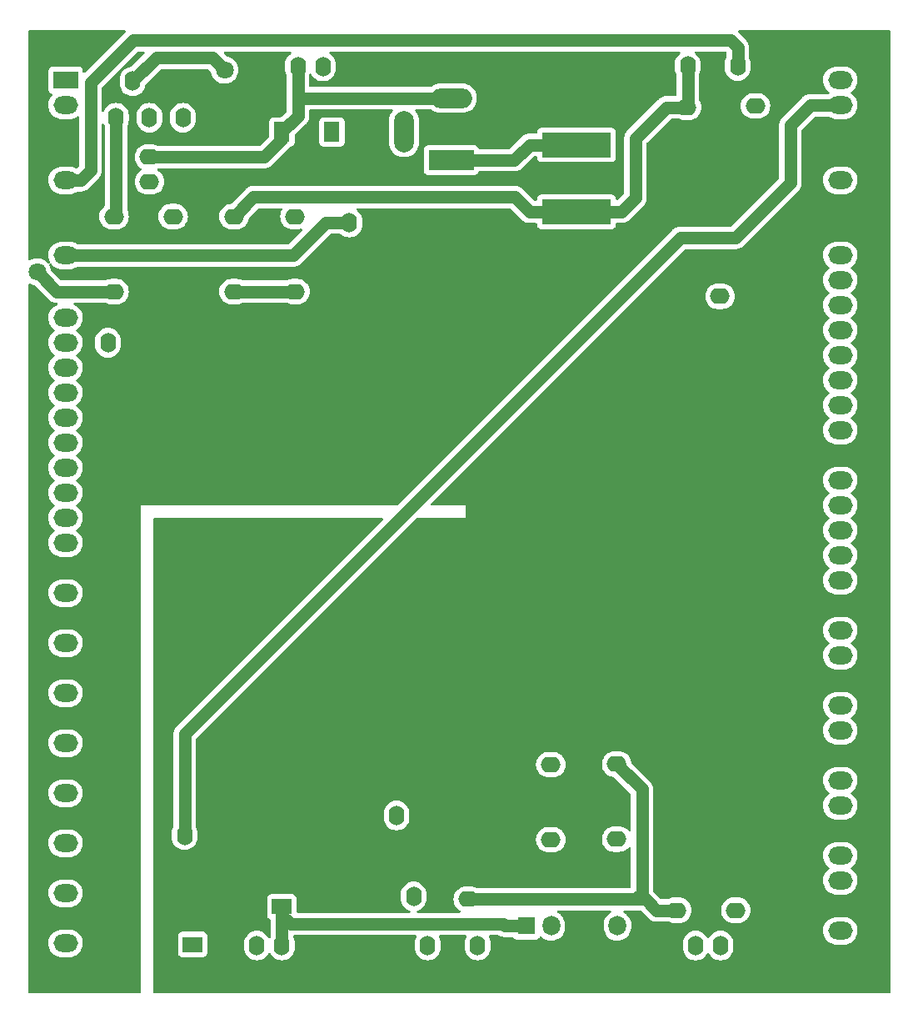
<source format=gbl>
G04 #@! TF.GenerationSoftware,KiCad,Pcbnew,7.0.7-7.0.7~ubuntu22.04.1*
G04 #@! TF.CreationDate,2023-09-06T23:29:51-03:00*
G04 #@! TF.ProjectId,Fonte_tensao_LM675_v05,466f6e74-655f-4746-956e-73616f5f4c4d,v02*
G04 #@! TF.SameCoordinates,Original*
G04 #@! TF.FileFunction,Copper,L2,Bot*
G04 #@! TF.FilePolarity,Positive*
%FSLAX46Y46*%
G04 Gerber Fmt 4.6, Leading zero omitted, Abs format (unit mm)*
G04 Created by KiCad (PCBNEW 7.0.7-7.0.7~ubuntu22.04.1) date 2023-09-06 23:29:51*
%MOMM*%
%LPD*%
G01*
G04 APERTURE LIST*
G04 #@! TA.AperFunction,ComponentPad*
%ADD10O,2.000000X1.600000*%
G04 #@! TD*
G04 #@! TA.AperFunction,ComponentPad*
%ADD11O,1.600000X2.000000*%
G04 #@! TD*
G04 #@! TA.AperFunction,ComponentPad*
%ADD12R,1.600000X2.000000*%
G04 #@! TD*
G04 #@! TA.AperFunction,ComponentPad*
%ADD13R,2.000000X1.600000*%
G04 #@! TD*
G04 #@! TA.AperFunction,ComponentPad*
%ADD14R,7.000000X2.500000*%
G04 #@! TD*
G04 #@! TA.AperFunction,ComponentPad*
%ADD15R,1.800000X1.800000*%
G04 #@! TD*
G04 #@! TA.AperFunction,ComponentPad*
%ADD16O,1.800000X2.000000*%
G04 #@! TD*
G04 #@! TA.AperFunction,ComponentPad*
%ADD17O,2.500000X1.800000*%
G04 #@! TD*
G04 #@! TA.AperFunction,ComponentPad*
%ADD18R,2.500000X1.800000*%
G04 #@! TD*
G04 #@! TA.AperFunction,ComponentPad*
%ADD19R,4.600000X2.000000*%
G04 #@! TD*
G04 #@! TA.AperFunction,ComponentPad*
%ADD20O,4.200000X2.000000*%
G04 #@! TD*
G04 #@! TA.AperFunction,ComponentPad*
%ADD21O,2.000000X4.200000*%
G04 #@! TD*
G04 #@! TA.AperFunction,ViaPad*
%ADD22C,1.800000*%
G04 #@! TD*
G04 #@! TA.AperFunction,Conductor*
%ADD23C,1.270000*%
G04 #@! TD*
G04 APERTURE END LIST*
D10*
X173200000Y-79080000D03*
X173200000Y-68920000D03*
X115200000Y-67450000D03*
X115200000Y-64950000D03*
X117600000Y-78610000D03*
X117600000Y-70990000D03*
D11*
X127750000Y-55750000D03*
X130290000Y-55750000D03*
X132830000Y-55750000D03*
D10*
X111600000Y-70990000D03*
X111600000Y-78610000D03*
D11*
X136228900Y-62400000D03*
D12*
X133728900Y-62400000D03*
D10*
X168800000Y-141428900D03*
D13*
X168800000Y-138928900D03*
D10*
X169800000Y-59900000D03*
D13*
X169800000Y-62400000D03*
D10*
X123800000Y-70990000D03*
X123800000Y-78610000D03*
D11*
X111800000Y-60950000D03*
X113500000Y-57250000D03*
X115200000Y-60950000D03*
X116900000Y-57250000D03*
X118600000Y-60950000D03*
D10*
X130000000Y-78610000D03*
X130000000Y-70990000D03*
D14*
X158600000Y-63700000D03*
X158600000Y-70500000D03*
D15*
X160225000Y-143000000D03*
D16*
X162765000Y-143000000D03*
D17*
X185420000Y-57150000D03*
X185420000Y-59690000D03*
X185420000Y-62230000D03*
X185420000Y-64770000D03*
X185420000Y-67310000D03*
X185420000Y-69850000D03*
X185420000Y-72390000D03*
X185420000Y-74930000D03*
X185420000Y-77470000D03*
X185420000Y-80010000D03*
X185420000Y-82550000D03*
X185420000Y-85090000D03*
X185420000Y-87630000D03*
X185420000Y-90170000D03*
X185420000Y-92710000D03*
X185420000Y-95250000D03*
X185420000Y-97790000D03*
X185420000Y-100330000D03*
X185420000Y-102870000D03*
X185420000Y-105410000D03*
X185420000Y-107950000D03*
X185420000Y-110490000D03*
X185420000Y-113030000D03*
X185420000Y-115570000D03*
X185420000Y-118110000D03*
X185420000Y-120650000D03*
X185420000Y-123190000D03*
X185420000Y-125730000D03*
X185420000Y-128270000D03*
X185420000Y-130810000D03*
X185420000Y-133350000D03*
X185420000Y-135890000D03*
X185420000Y-138430000D03*
X185420000Y-140970000D03*
X185420000Y-143510000D03*
D10*
X174800000Y-141428900D03*
D13*
X174800000Y-138928900D03*
D10*
X128650000Y-138571100D03*
D13*
X128650000Y-141071100D03*
D11*
X131200000Y-145000000D03*
X128660000Y-145000000D03*
X126120000Y-145000000D03*
D15*
X153500000Y-143000000D03*
D16*
X156040000Y-143000000D03*
D11*
X126171100Y-62400000D03*
D12*
X128671100Y-62400000D03*
D18*
X106680000Y-57150000D03*
D17*
X106680000Y-59690000D03*
X106680000Y-62230000D03*
X106680000Y-64770000D03*
X106680000Y-67310000D03*
X106680000Y-69850000D03*
X106680000Y-72390000D03*
X106680000Y-74930000D03*
X106680000Y-81280000D03*
X106680000Y-83820000D03*
X106680000Y-86360000D03*
X106680000Y-88900000D03*
X106680000Y-91440000D03*
X106680000Y-93980000D03*
X106680000Y-96520000D03*
X106680000Y-99060000D03*
X106680000Y-101600000D03*
X106680000Y-104140000D03*
X106680000Y-106680000D03*
X106680000Y-109220000D03*
X106680000Y-111760000D03*
X106680000Y-114300000D03*
X106680000Y-116840000D03*
X106680000Y-119380000D03*
X106680000Y-121920000D03*
X106680000Y-124460000D03*
X106680000Y-127000000D03*
X106680000Y-129540000D03*
X106680000Y-132080000D03*
X106680000Y-134620000D03*
X106680000Y-137160000D03*
X106680000Y-139700000D03*
X106680000Y-142240000D03*
X106680000Y-144780000D03*
X106680000Y-147320000D03*
D11*
X128930000Y-133800000D03*
X118770000Y-133800000D03*
X140320000Y-131800000D03*
X150480000Y-131800000D03*
X175790000Y-145000000D03*
X173250000Y-145000000D03*
X170710000Y-145000000D03*
D10*
X176800000Y-59750000D03*
X176800000Y-62250000D03*
X162694700Y-126581200D03*
X162694700Y-134201200D03*
X147600000Y-140300000D03*
D13*
X147600000Y-137800000D03*
D11*
X110990000Y-83800000D03*
X118610000Y-83800000D03*
X145680000Y-71600000D03*
X135520000Y-71600000D03*
X169910000Y-55695000D03*
X172450000Y-55695000D03*
X174990000Y-55695000D03*
X142050000Y-140000000D03*
X139550000Y-140000000D03*
D10*
X119600000Y-142400000D03*
D13*
X119600000Y-144900000D03*
D11*
X148565100Y-145000000D03*
X146025100Y-145000000D03*
X143485100Y-145000000D03*
D19*
X145873400Y-65255400D03*
D20*
X145873400Y-58955400D03*
D21*
X141073400Y-62355400D03*
D10*
X156000000Y-126630000D03*
X156000000Y-134250000D03*
D22*
X103797100Y-76619100D03*
X122843800Y-56102500D03*
D23*
X174990000Y-53832000D02*
X174990000Y-55695000D01*
X108204000Y-67310000D02*
X109200000Y-66314000D01*
X174244000Y-53086000D02*
X174990000Y-53832000D01*
X113538000Y-53086000D02*
X174244000Y-53086000D01*
X109200000Y-57424000D02*
X113538000Y-53086000D01*
X106680000Y-67310000D02*
X108204000Y-67310000D01*
X109200000Y-66314000D02*
X109200000Y-57424000D01*
X106680000Y-74930000D02*
X129820000Y-74930000D01*
X129820000Y-74930000D02*
X133150000Y-71600000D01*
X135520000Y-71600000D02*
X133150000Y-71600000D01*
X169164000Y-73152000D02*
X118770000Y-123546000D01*
X185420000Y-59690000D02*
X182372000Y-59690000D01*
X180340000Y-61722000D02*
X180340000Y-67564000D01*
X174752000Y-73152000D02*
X169164000Y-73152000D01*
X118770000Y-123546000D02*
X118770000Y-133800000D01*
X180340000Y-67564000D02*
X174752000Y-73152000D01*
X182372000Y-59690000D02*
X180340000Y-61722000D01*
X164592000Y-69088000D02*
X164592000Y-63038000D01*
X158600000Y-70500000D02*
X163180000Y-70500000D01*
X165601100Y-140300000D02*
X166730000Y-141428900D01*
X156215000Y-70500000D02*
X153830000Y-70500000D01*
X164649300Y-140300000D02*
X165601100Y-140300000D01*
X169910000Y-55695000D02*
X169910000Y-59790000D01*
X167730000Y-59900000D02*
X169800000Y-59900000D01*
X125790200Y-68999800D02*
X152329800Y-68999800D01*
X164592000Y-63038000D02*
X167730000Y-59900000D01*
X169910000Y-59790000D02*
X169800000Y-59900000D01*
X168800000Y-141428900D02*
X166730000Y-141428900D01*
X165250000Y-139699300D02*
X164649300Y-140300000D01*
X162694700Y-126581200D02*
X165250000Y-129136500D01*
X123800000Y-70990000D02*
X125790200Y-68999800D01*
X147600000Y-140300000D02*
X164649300Y-140300000D01*
X165250000Y-129136500D02*
X165250000Y-139699300D01*
X163180000Y-70500000D02*
X164592000Y-69088000D01*
X152329800Y-68999800D02*
X153830000Y-70500000D01*
X156215000Y-70500000D02*
X158600000Y-70500000D01*
X151144200Y-142814200D02*
X129540000Y-142814200D01*
X145873400Y-58955400D02*
X130290000Y-58955400D01*
X151330000Y-143000000D02*
X151144200Y-142814200D01*
X130290000Y-60781100D02*
X128671100Y-62400000D01*
X126857500Y-64950000D02*
X115200000Y-64950000D01*
X128671100Y-62400000D02*
X128671100Y-63136400D01*
X128660000Y-145000000D02*
X128660000Y-141081100D01*
X153500000Y-143000000D02*
X151330000Y-143000000D01*
X128660000Y-141081100D02*
X128650000Y-141071100D01*
X129540000Y-142814200D02*
X128650000Y-141924200D01*
X130290000Y-58955400D02*
X130290000Y-55750000D01*
X128650000Y-141924200D02*
X128650000Y-141071100D01*
X130290000Y-58955400D02*
X130290000Y-60781100D01*
X128671100Y-63136400D02*
X126857500Y-64950000D01*
X123800000Y-78610000D02*
X130000000Y-78610000D01*
X111800000Y-70790000D02*
X111800000Y-60950000D01*
X111600000Y-70990000D02*
X111800000Y-70790000D01*
X103797100Y-76619100D02*
X105788000Y-78610000D01*
X121597300Y-54856000D02*
X122843800Y-56102500D01*
X105788000Y-78610000D02*
X111600000Y-78610000D01*
X113500000Y-57250000D02*
X115894000Y-54856000D01*
X115894000Y-54856000D02*
X121597300Y-54856000D01*
X158600000Y-63700000D02*
X153830000Y-63700000D01*
X145873400Y-65255400D02*
X152274600Y-65255400D01*
X152274600Y-65255400D02*
X153830000Y-63700000D01*
G04 #@! TA.AperFunction,Conductor*
G36*
X190443039Y-52089685D02*
G01*
X190488794Y-52142489D01*
X190500000Y-52194000D01*
X190500000Y-149736000D01*
X190480315Y-149803039D01*
X190427511Y-149848794D01*
X190376000Y-149860000D01*
X115694000Y-149860000D01*
X115626961Y-149840315D01*
X115581206Y-149787511D01*
X115570000Y-149736000D01*
X115570000Y-145747870D01*
X118099500Y-145747870D01*
X118099501Y-145747876D01*
X118105908Y-145807483D01*
X118156202Y-145942328D01*
X118156206Y-145942335D01*
X118242452Y-146057544D01*
X118242455Y-146057547D01*
X118357664Y-146143793D01*
X118357671Y-146143797D01*
X118492517Y-146194091D01*
X118492516Y-146194091D01*
X118499444Y-146194835D01*
X118552127Y-146200500D01*
X120647872Y-146200499D01*
X120707483Y-146194091D01*
X120842331Y-146143796D01*
X120957546Y-146057546D01*
X121043796Y-145942331D01*
X121094091Y-145807483D01*
X121100500Y-145747873D01*
X121100500Y-145256784D01*
X124819500Y-145256784D01*
X124834364Y-145426687D01*
X124834366Y-145426697D01*
X124893258Y-145646488D01*
X124893261Y-145646497D01*
X124989431Y-145852732D01*
X124989432Y-145852734D01*
X125119954Y-146039141D01*
X125280858Y-146200045D01*
X125281508Y-146200500D01*
X125467266Y-146330568D01*
X125673504Y-146426739D01*
X125893308Y-146485635D01*
X126055230Y-146499801D01*
X126119998Y-146505468D01*
X126120000Y-146505468D01*
X126120002Y-146505468D01*
X126176672Y-146500509D01*
X126346692Y-146485635D01*
X126566496Y-146426739D01*
X126772734Y-146330568D01*
X126959139Y-146200047D01*
X127120047Y-146039139D01*
X127250568Y-145852734D01*
X127277618Y-145794724D01*
X127323790Y-145742285D01*
X127390983Y-145723133D01*
X127457865Y-145743348D01*
X127502381Y-145794724D01*
X127502396Y-145794755D01*
X127529429Y-145852728D01*
X127529432Y-145852734D01*
X127659954Y-146039141D01*
X127820858Y-146200045D01*
X127821508Y-146200500D01*
X128007266Y-146330568D01*
X128213504Y-146426739D01*
X128433308Y-146485635D01*
X128595230Y-146499801D01*
X128659998Y-146505468D01*
X128660000Y-146505468D01*
X128660002Y-146505468D01*
X128716673Y-146500509D01*
X128886692Y-146485635D01*
X129106496Y-146426739D01*
X129312734Y-146330568D01*
X129499139Y-146200047D01*
X129660047Y-146039139D01*
X129790568Y-145852734D01*
X129886739Y-145646496D01*
X129945635Y-145426692D01*
X129960500Y-145256784D01*
X129960500Y-144743216D01*
X129945635Y-144573308D01*
X129897614Y-144394091D01*
X129886741Y-144353511D01*
X129886740Y-144353510D01*
X129886739Y-144353504D01*
X129817619Y-144205276D01*
X129807118Y-144182756D01*
X129795500Y-144130351D01*
X129795500Y-144073700D01*
X129815185Y-144006661D01*
X129867989Y-143960906D01*
X129919500Y-143949700D01*
X142254668Y-143949700D01*
X142321707Y-143969385D01*
X142367462Y-144022189D01*
X142377406Y-144091347D01*
X142357150Y-144142529D01*
X142357238Y-144142580D01*
X142356896Y-144143170D01*
X142356243Y-144144823D01*
X142354532Y-144147265D01*
X142354531Y-144147267D01*
X142258361Y-144353502D01*
X142258358Y-144353511D01*
X142199466Y-144573302D01*
X142199464Y-144573312D01*
X142184600Y-144743216D01*
X142184600Y-145256784D01*
X142199464Y-145426687D01*
X142199466Y-145426697D01*
X142258358Y-145646488D01*
X142258361Y-145646497D01*
X142354531Y-145852732D01*
X142354532Y-145852734D01*
X142485054Y-146039141D01*
X142645958Y-146200045D01*
X142646608Y-146200500D01*
X142832366Y-146330568D01*
X143038604Y-146426739D01*
X143258408Y-146485635D01*
X143420330Y-146499801D01*
X143485098Y-146505468D01*
X143485100Y-146505468D01*
X143485102Y-146505468D01*
X143541773Y-146500509D01*
X143711792Y-146485635D01*
X143931596Y-146426739D01*
X144137834Y-146330568D01*
X144324239Y-146200047D01*
X144485147Y-146039139D01*
X144615668Y-145852734D01*
X144711839Y-145646496D01*
X144770735Y-145426692D01*
X144785600Y-145256784D01*
X144785600Y-144743216D01*
X144770735Y-144573308D01*
X144722714Y-144394091D01*
X144711841Y-144353511D01*
X144711838Y-144353502D01*
X144708244Y-144345795D01*
X144615668Y-144147266D01*
X144613956Y-144144821D01*
X144613535Y-144143573D01*
X144612962Y-144142580D01*
X144613161Y-144142464D01*
X144591630Y-144078617D01*
X144608640Y-144010850D01*
X144659588Y-143963037D01*
X144715532Y-143949700D01*
X147334668Y-143949700D01*
X147401707Y-143969385D01*
X147447462Y-144022189D01*
X147457406Y-144091347D01*
X147437150Y-144142529D01*
X147437238Y-144142580D01*
X147436896Y-144143170D01*
X147436243Y-144144823D01*
X147434532Y-144147265D01*
X147434531Y-144147267D01*
X147338361Y-144353502D01*
X147338358Y-144353511D01*
X147279466Y-144573302D01*
X147279464Y-144573312D01*
X147264600Y-144743216D01*
X147264600Y-145256784D01*
X147279464Y-145426687D01*
X147279466Y-145426697D01*
X147338358Y-145646488D01*
X147338361Y-145646497D01*
X147434531Y-145852732D01*
X147434532Y-145852734D01*
X147565054Y-146039141D01*
X147725958Y-146200045D01*
X147726608Y-146200500D01*
X147912366Y-146330568D01*
X148118604Y-146426739D01*
X148338408Y-146485635D01*
X148500330Y-146499801D01*
X148565098Y-146505468D01*
X148565100Y-146505468D01*
X148565102Y-146505468D01*
X148621772Y-146500509D01*
X148791792Y-146485635D01*
X149011596Y-146426739D01*
X149217834Y-146330568D01*
X149404239Y-146200047D01*
X149565147Y-146039139D01*
X149695668Y-145852734D01*
X149791839Y-145646496D01*
X149850735Y-145426692D01*
X149865600Y-145256784D01*
X169409500Y-145256784D01*
X169424364Y-145426687D01*
X169424366Y-145426697D01*
X169483258Y-145646488D01*
X169483261Y-145646497D01*
X169579431Y-145852732D01*
X169579432Y-145852734D01*
X169709954Y-146039141D01*
X169870858Y-146200045D01*
X169871508Y-146200500D01*
X170057266Y-146330568D01*
X170263504Y-146426739D01*
X170483308Y-146485635D01*
X170645230Y-146499801D01*
X170709998Y-146505468D01*
X170710000Y-146505468D01*
X170710002Y-146505468D01*
X170766672Y-146500509D01*
X170936692Y-146485635D01*
X171156496Y-146426739D01*
X171362734Y-146330568D01*
X171549139Y-146200047D01*
X171710047Y-146039139D01*
X171840568Y-145852734D01*
X171867618Y-145794724D01*
X171913790Y-145742285D01*
X171980983Y-145723133D01*
X172047865Y-145743348D01*
X172092381Y-145794724D01*
X172092396Y-145794755D01*
X172119429Y-145852728D01*
X172119432Y-145852734D01*
X172249954Y-146039141D01*
X172410858Y-146200045D01*
X172411508Y-146200500D01*
X172597266Y-146330568D01*
X172803504Y-146426739D01*
X173023308Y-146485635D01*
X173185230Y-146499801D01*
X173249998Y-146505468D01*
X173250000Y-146505468D01*
X173250002Y-146505468D01*
X173306672Y-146500509D01*
X173476692Y-146485635D01*
X173696496Y-146426739D01*
X173902734Y-146330568D01*
X174089139Y-146200047D01*
X174250047Y-146039139D01*
X174380568Y-145852734D01*
X174476739Y-145646496D01*
X174535635Y-145426692D01*
X174550500Y-145256784D01*
X174550500Y-144743216D01*
X174535635Y-144573308D01*
X174487614Y-144394091D01*
X174476741Y-144353511D01*
X174476738Y-144353502D01*
X174473144Y-144345795D01*
X174380568Y-144147266D01*
X174250047Y-143960861D01*
X174250045Y-143960858D01*
X174089141Y-143799954D01*
X173902734Y-143669432D01*
X173902732Y-143669431D01*
X173696497Y-143573261D01*
X173696488Y-143573258D01*
X173476697Y-143514366D01*
X173476693Y-143514365D01*
X173476692Y-143514365D01*
X173476691Y-143514364D01*
X173476686Y-143514364D01*
X173250002Y-143494532D01*
X173249998Y-143494532D01*
X173023313Y-143514364D01*
X173023302Y-143514366D01*
X172803511Y-143573258D01*
X172803502Y-143573261D01*
X172597267Y-143669431D01*
X172597265Y-143669432D01*
X172410858Y-143799954D01*
X172249954Y-143960858D01*
X172119432Y-144147265D01*
X172119431Y-144147267D01*
X172092382Y-144205275D01*
X172046209Y-144257714D01*
X171979016Y-144276866D01*
X171912135Y-144256650D01*
X171867618Y-144205275D01*
X171857117Y-144182756D01*
X171840568Y-144147266D01*
X171710047Y-143960861D01*
X171710045Y-143960858D01*
X171549141Y-143799954D01*
X171362734Y-143669432D01*
X171362732Y-143669431D01*
X171156497Y-143573261D01*
X171156488Y-143573258D01*
X170936697Y-143514366D01*
X170936693Y-143514365D01*
X170936692Y-143514365D01*
X170936691Y-143514364D01*
X170936686Y-143514364D01*
X170710002Y-143494532D01*
X170709998Y-143494532D01*
X170483313Y-143514364D01*
X170483302Y-143514366D01*
X170263511Y-143573258D01*
X170263502Y-143573261D01*
X170057267Y-143669431D01*
X170057265Y-143669432D01*
X169870858Y-143799954D01*
X169709954Y-143960858D01*
X169579432Y-144147265D01*
X169579431Y-144147267D01*
X169483261Y-144353502D01*
X169483258Y-144353511D01*
X169424366Y-144573302D01*
X169424364Y-144573312D01*
X169409500Y-144743216D01*
X169409500Y-145256784D01*
X149865600Y-145256784D01*
X149865600Y-144743216D01*
X149850735Y-144573308D01*
X149802714Y-144394091D01*
X149791841Y-144353511D01*
X149791838Y-144353502D01*
X149788244Y-144345795D01*
X149695668Y-144147266D01*
X149693956Y-144144821D01*
X149693535Y-144143573D01*
X149692962Y-144142580D01*
X149693161Y-144142464D01*
X149671630Y-144078617D01*
X149688640Y-144010850D01*
X149739588Y-143963037D01*
X149795532Y-143949700D01*
X150668264Y-143949700D01*
X150727689Y-143964867D01*
X150748276Y-143976108D01*
X150752070Y-143978358D01*
X150807317Y-144013863D01*
X150841761Y-144027652D01*
X150848415Y-144030788D01*
X150880977Y-144048568D01*
X150943536Y-144068565D01*
X150947674Y-144070053D01*
X151008638Y-144094460D01*
X151045070Y-144101482D01*
X151052199Y-144103301D01*
X151077338Y-144111337D01*
X151087534Y-144114597D01*
X151152723Y-144122391D01*
X151157098Y-144123073D01*
X151221567Y-144135499D01*
X151221568Y-144135499D01*
X151221573Y-144135500D01*
X151258663Y-144135500D01*
X151266030Y-144135939D01*
X151268677Y-144136255D01*
X151302855Y-144140342D01*
X151368348Y-144135657D01*
X151372770Y-144135500D01*
X152089021Y-144135500D01*
X152156060Y-144155185D01*
X152188286Y-144185187D01*
X152242454Y-144257546D01*
X152242680Y-144257715D01*
X152357664Y-144343793D01*
X152357671Y-144343797D01*
X152492517Y-144394091D01*
X152492516Y-144394091D01*
X152499444Y-144394835D01*
X152552127Y-144400500D01*
X154447872Y-144400499D01*
X154507483Y-144394091D01*
X154642331Y-144343796D01*
X154757546Y-144257546D01*
X154843796Y-144142331D01*
X154846293Y-144135633D01*
X154888162Y-144079699D01*
X154953625Y-144055279D01*
X155021899Y-144070128D01*
X155052000Y-144093163D01*
X155103854Y-144147267D01*
X155111379Y-144155118D01*
X155303053Y-144296879D01*
X155515926Y-144404207D01*
X155743877Y-144474016D01*
X155980346Y-144504298D01*
X156218532Y-144494180D01*
X156451581Y-144443954D01*
X156672790Y-144355064D01*
X156875795Y-144230069D01*
X157054755Y-144072564D01*
X157204523Y-143887080D01*
X157320790Y-143678954D01*
X157400211Y-143454171D01*
X157421250Y-143331467D01*
X157440499Y-143219209D01*
X157440500Y-143219198D01*
X157440500Y-142840498D01*
X157425347Y-142662463D01*
X157365275Y-142431751D01*
X157267080Y-142214519D01*
X157267075Y-142214511D01*
X157133586Y-142017006D01*
X157133582Y-142017001D01*
X157133579Y-142016997D01*
X156968621Y-141844882D01*
X156956376Y-141835826D01*
X156885500Y-141783406D01*
X156776947Y-141703121D01*
X156711696Y-141670222D01*
X156660698Y-141622465D01*
X156643614Y-141554716D01*
X156665871Y-141488486D01*
X156720401Y-141444802D01*
X156767522Y-141435500D01*
X162034465Y-141435500D01*
X162101504Y-141455185D01*
X162147259Y-141507989D01*
X162157203Y-141577147D01*
X162128178Y-141640703D01*
X162099482Y-141665087D01*
X161973832Y-141742453D01*
X161929203Y-141769932D01*
X161750245Y-141927435D01*
X161677929Y-142016997D01*
X161600477Y-142112920D01*
X161600475Y-142112922D01*
X161600476Y-142112922D01*
X161484210Y-142321044D01*
X161404788Y-142545829D01*
X161364500Y-142780790D01*
X161364500Y-143159502D01*
X161379652Y-143337536D01*
X161439724Y-143568248D01*
X161537919Y-143785480D01*
X161537924Y-143785488D01*
X161671413Y-143982993D01*
X161671418Y-143982998D01*
X161671421Y-143983003D01*
X161836379Y-144155118D01*
X162028053Y-144296879D01*
X162240926Y-144404207D01*
X162468877Y-144474016D01*
X162705346Y-144504298D01*
X162943532Y-144494180D01*
X163176581Y-144443954D01*
X163397790Y-144355064D01*
X163600795Y-144230069D01*
X163779755Y-144072564D01*
X163929523Y-143887080D01*
X164045790Y-143678954D01*
X164125211Y-143454171D01*
X164125867Y-143450346D01*
X183665702Y-143450346D01*
X183675819Y-143688528D01*
X183675819Y-143688532D01*
X183726045Y-143921580D01*
X183814935Y-144142788D01*
X183814936Y-144142790D01*
X183938700Y-144343796D01*
X183939932Y-144345796D01*
X184079431Y-144504298D01*
X184097436Y-144524755D01*
X184282920Y-144674523D01*
X184491046Y-144790790D01*
X184715829Y-144870211D01*
X184950790Y-144910499D01*
X184950798Y-144910499D01*
X184950800Y-144910500D01*
X184950801Y-144910500D01*
X185829502Y-144910500D01*
X186007536Y-144895347D01*
X186007539Y-144895346D01*
X186007541Y-144895346D01*
X186238249Y-144835275D01*
X186370973Y-144775279D01*
X186455480Y-144737080D01*
X186455481Y-144737078D01*
X186455486Y-144737077D01*
X186653003Y-144603579D01*
X186825118Y-144438621D01*
X186966879Y-144246947D01*
X187074207Y-144034074D01*
X187144016Y-143806123D01*
X187174298Y-143569654D01*
X187164180Y-143331468D01*
X187113954Y-143098419D01*
X187025064Y-142877210D01*
X186900069Y-142674205D01*
X186742564Y-142495245D01*
X186557080Y-142345477D01*
X186440255Y-142280214D01*
X186348955Y-142229210D01*
X186124170Y-142149788D01*
X185889209Y-142109500D01*
X185889200Y-142109500D01*
X185010503Y-142109500D01*
X185010498Y-142109500D01*
X184832463Y-142124652D01*
X184601751Y-142184724D01*
X184384519Y-142282919D01*
X184384511Y-142282924D01*
X184187006Y-142416413D01*
X184186997Y-142416421D01*
X184014881Y-142581379D01*
X183873123Y-142773050D01*
X183873120Y-142773054D01*
X183765796Y-142985920D01*
X183765793Y-142985926D01*
X183695983Y-143213878D01*
X183665702Y-143450346D01*
X164125867Y-143450346D01*
X164146250Y-143331467D01*
X164165499Y-143219209D01*
X164165500Y-143219198D01*
X164165500Y-142840498D01*
X164150347Y-142662463D01*
X164090275Y-142431751D01*
X163992080Y-142214519D01*
X163992075Y-142214511D01*
X163858586Y-142017006D01*
X163858582Y-142017001D01*
X163858579Y-142016997D01*
X163693621Y-141844882D01*
X163681376Y-141835826D01*
X163610500Y-141783406D01*
X163501947Y-141703121D01*
X163436696Y-141670222D01*
X163385698Y-141622465D01*
X163368614Y-141554716D01*
X163390871Y-141488486D01*
X163445401Y-141444802D01*
X163492522Y-141435500D01*
X164540873Y-141435500D01*
X164544138Y-141435500D01*
X164564702Y-141437216D01*
X164567926Y-141437759D01*
X164660756Y-141435549D01*
X164662819Y-141435500D01*
X165079399Y-141435500D01*
X165146438Y-141455185D01*
X165167080Y-141471819D01*
X165852717Y-142157456D01*
X165866042Y-142173208D01*
X165867943Y-142175877D01*
X165877222Y-142184724D01*
X165936642Y-142241382D01*
X165965323Y-142270063D01*
X165965335Y-142270074D01*
X165974058Y-142277276D01*
X165977368Y-142280214D01*
X165993141Y-142295252D01*
X166024888Y-142325523D01*
X166042430Y-142336797D01*
X166056083Y-142345572D01*
X166062041Y-142349922D01*
X166086667Y-142370254D01*
X166090648Y-142373541D01*
X166148284Y-142405012D01*
X166152085Y-142407268D01*
X166207317Y-142442763D01*
X166241761Y-142456552D01*
X166248415Y-142459688D01*
X166280977Y-142477468D01*
X166343536Y-142497465D01*
X166347674Y-142498953D01*
X166408638Y-142523360D01*
X166445070Y-142530382D01*
X166452199Y-142532201D01*
X166477338Y-142540237D01*
X166487534Y-142543497D01*
X166552723Y-142551291D01*
X166557098Y-142551973D01*
X166621567Y-142564399D01*
X166621568Y-142564399D01*
X166621573Y-142564400D01*
X166658663Y-142564400D01*
X166666030Y-142564839D01*
X166668677Y-142565155D01*
X166702855Y-142569242D01*
X166768348Y-142564557D01*
X166772770Y-142564400D01*
X167930353Y-142564400D01*
X167982757Y-142576017D01*
X168153504Y-142655639D01*
X168153509Y-142655640D01*
X168153511Y-142655641D01*
X168206415Y-142669816D01*
X168373308Y-142714535D01*
X168543216Y-142729400D01*
X169056784Y-142729400D01*
X169226692Y-142714535D01*
X169446496Y-142655639D01*
X169652734Y-142559468D01*
X169839139Y-142428947D01*
X170000047Y-142268039D01*
X170130568Y-142081634D01*
X170226739Y-141875396D01*
X170285635Y-141655592D01*
X170305468Y-141428901D01*
X173294532Y-141428901D01*
X173314364Y-141655586D01*
X173314366Y-141655597D01*
X173373258Y-141875388D01*
X173373261Y-141875397D01*
X173469431Y-142081632D01*
X173469432Y-142081634D01*
X173599954Y-142268041D01*
X173760858Y-142428945D01*
X173770531Y-142435718D01*
X173947266Y-142559468D01*
X174153504Y-142655639D01*
X174153509Y-142655640D01*
X174153511Y-142655641D01*
X174206415Y-142669816D01*
X174373308Y-142714535D01*
X174543216Y-142729400D01*
X175056784Y-142729400D01*
X175226692Y-142714535D01*
X175446496Y-142655639D01*
X175652734Y-142559468D01*
X175839139Y-142428947D01*
X176000047Y-142268039D01*
X176130568Y-142081634D01*
X176226739Y-141875396D01*
X176285635Y-141655592D01*
X176305468Y-141428900D01*
X176285635Y-141202208D01*
X176226739Y-140982404D01*
X176130568Y-140776166D01*
X176000047Y-140589761D01*
X176000045Y-140589758D01*
X175839141Y-140428854D01*
X175652734Y-140298332D01*
X175652732Y-140298331D01*
X175446497Y-140202161D01*
X175446488Y-140202158D01*
X175226697Y-140143266D01*
X175226687Y-140143264D01*
X175056784Y-140128400D01*
X174543216Y-140128400D01*
X174373312Y-140143264D01*
X174373302Y-140143266D01*
X174153511Y-140202158D01*
X174153502Y-140202161D01*
X173947267Y-140298331D01*
X173947265Y-140298332D01*
X173760858Y-140428854D01*
X173599954Y-140589758D01*
X173469432Y-140776165D01*
X173469431Y-140776167D01*
X173373261Y-140982402D01*
X173373258Y-140982411D01*
X173314366Y-141202202D01*
X173314364Y-141202213D01*
X173294532Y-141428898D01*
X173294532Y-141428901D01*
X170305468Y-141428901D01*
X170305468Y-141428900D01*
X170285635Y-141202208D01*
X170226739Y-140982404D01*
X170130568Y-140776166D01*
X170000047Y-140589761D01*
X170000045Y-140589758D01*
X169839141Y-140428854D01*
X169652734Y-140298332D01*
X169652732Y-140298331D01*
X169446497Y-140202161D01*
X169446488Y-140202158D01*
X169226697Y-140143266D01*
X169226687Y-140143264D01*
X169056784Y-140128400D01*
X168543216Y-140128400D01*
X168373312Y-140143264D01*
X168373302Y-140143266D01*
X168153511Y-140202158D01*
X168153502Y-140202161D01*
X167982758Y-140281782D01*
X167930353Y-140293400D01*
X167251701Y-140293400D01*
X167184662Y-140273715D01*
X167164020Y-140257081D01*
X166478378Y-139571438D01*
X166465054Y-139555687D01*
X166463157Y-139553023D01*
X166463153Y-139553019D01*
X166423930Y-139515620D01*
X166388995Y-139455111D01*
X166385500Y-139425877D01*
X166385500Y-138370346D01*
X183665702Y-138370346D01*
X183675819Y-138608528D01*
X183675819Y-138608532D01*
X183726045Y-138841580D01*
X183795477Y-139014365D01*
X183814936Y-139062790D01*
X183939931Y-139265795D01*
X184097436Y-139444755D01*
X184282920Y-139594523D01*
X184491046Y-139710790D01*
X184678461Y-139777008D01*
X184715829Y-139790211D01*
X184950790Y-139830499D01*
X184950798Y-139830499D01*
X184950800Y-139830500D01*
X184950801Y-139830500D01*
X185829502Y-139830500D01*
X186007536Y-139815347D01*
X186007539Y-139815346D01*
X186007541Y-139815346D01*
X186238249Y-139755275D01*
X186370973Y-139695279D01*
X186455480Y-139657080D01*
X186455481Y-139657078D01*
X186455486Y-139657077D01*
X186653003Y-139523579D01*
X186825118Y-139358621D01*
X186966879Y-139166947D01*
X187074207Y-138954074D01*
X187144016Y-138726123D01*
X187174298Y-138489654D01*
X187164180Y-138251468D01*
X187113954Y-138018419D01*
X187025064Y-137797210D01*
X186900069Y-137594205D01*
X186742564Y-137415245D01*
X186557080Y-137265477D01*
X186557074Y-137265474D01*
X186557071Y-137265471D01*
X186557057Y-137265463D01*
X186557051Y-137265457D01*
X186552709Y-137262522D01*
X186553306Y-137261638D01*
X186508134Y-137215580D01*
X186493947Y-137147165D01*
X186518999Y-137081942D01*
X186548099Y-137054481D01*
X186653003Y-136983579D01*
X186825118Y-136818621D01*
X186966879Y-136626947D01*
X187074207Y-136414074D01*
X187144016Y-136186123D01*
X187174298Y-135949654D01*
X187164180Y-135711468D01*
X187113954Y-135478419D01*
X187025064Y-135257210D01*
X186900069Y-135054205D01*
X186742564Y-134875245D01*
X186557080Y-134725477D01*
X186426865Y-134652734D01*
X186348955Y-134609210D01*
X186124170Y-134529788D01*
X185889209Y-134489500D01*
X185889200Y-134489500D01*
X185010503Y-134489500D01*
X185010498Y-134489500D01*
X184832463Y-134504652D01*
X184601751Y-134564724D01*
X184384519Y-134662919D01*
X184384511Y-134662924D01*
X184187006Y-134796413D01*
X184186997Y-134796421D01*
X184014881Y-134961379D01*
X183873123Y-135153050D01*
X183873120Y-135153054D01*
X183765796Y-135365920D01*
X183765793Y-135365926D01*
X183695983Y-135593878D01*
X183665702Y-135830346D01*
X183675819Y-136068528D01*
X183675819Y-136068532D01*
X183726045Y-136301580D01*
X183814935Y-136522788D01*
X183814936Y-136522790D01*
X183939931Y-136725795D01*
X184097436Y-136904755D01*
X184282920Y-137054523D01*
X184282935Y-137054531D01*
X184282942Y-137054538D01*
X184287291Y-137057478D01*
X184286693Y-137058362D01*
X184331861Y-137104411D01*
X184346053Y-137172824D01*
X184321005Y-137238050D01*
X184291897Y-137265520D01*
X184187007Y-137336413D01*
X184186997Y-137336421D01*
X184014881Y-137501379D01*
X183873123Y-137693050D01*
X183873120Y-137693054D01*
X183765796Y-137905920D01*
X183765793Y-137905926D01*
X183695983Y-138133878D01*
X183665702Y-138370346D01*
X166385500Y-138370346D01*
X166385500Y-130750346D01*
X183665702Y-130750346D01*
X183675819Y-130988528D01*
X183675819Y-130988532D01*
X183726045Y-131221580D01*
X183787017Y-131373312D01*
X183814936Y-131442790D01*
X183939931Y-131645795D01*
X184097436Y-131824755D01*
X184282920Y-131974523D01*
X184491046Y-132090790D01*
X184616951Y-132135275D01*
X184715829Y-132170211D01*
X184950790Y-132210499D01*
X184950798Y-132210499D01*
X184950800Y-132210500D01*
X184950801Y-132210500D01*
X185829502Y-132210500D01*
X186007536Y-132195347D01*
X186007539Y-132195346D01*
X186007541Y-132195346D01*
X186238249Y-132135275D01*
X186370973Y-132075279D01*
X186455480Y-132037080D01*
X186455481Y-132037078D01*
X186455486Y-132037077D01*
X186653003Y-131903579D01*
X186825118Y-131738621D01*
X186966879Y-131546947D01*
X187074207Y-131334074D01*
X187144016Y-131106123D01*
X187174298Y-130869654D01*
X187164180Y-130631468D01*
X187113954Y-130398419D01*
X187025064Y-130177210D01*
X186900069Y-129974205D01*
X186742564Y-129795245D01*
X186557080Y-129645477D01*
X186557074Y-129645474D01*
X186557071Y-129645471D01*
X186557057Y-129645463D01*
X186557051Y-129645457D01*
X186552709Y-129642522D01*
X186553306Y-129641638D01*
X186508134Y-129595580D01*
X186493947Y-129527165D01*
X186518999Y-129461942D01*
X186548099Y-129434481D01*
X186653003Y-129363579D01*
X186825118Y-129198621D01*
X186966879Y-129006947D01*
X187074207Y-128794074D01*
X187144016Y-128566123D01*
X187174298Y-128329654D01*
X187164180Y-128091468D01*
X187113954Y-127858419D01*
X187025064Y-127637210D01*
X186900069Y-127434205D01*
X186742564Y-127255245D01*
X186557080Y-127105477D01*
X186443130Y-127041820D01*
X186348955Y-126989210D01*
X186124170Y-126909788D01*
X185889209Y-126869500D01*
X185889200Y-126869500D01*
X185010503Y-126869500D01*
X185010498Y-126869500D01*
X184832463Y-126884652D01*
X184601751Y-126944724D01*
X184384519Y-127042919D01*
X184384511Y-127042924D01*
X184187006Y-127176413D01*
X184186997Y-127176421D01*
X184014881Y-127341379D01*
X183873123Y-127533050D01*
X183873120Y-127533054D01*
X183765796Y-127745920D01*
X183765793Y-127745926D01*
X183695983Y-127973878D01*
X183665702Y-128210346D01*
X183675819Y-128448528D01*
X183675819Y-128448532D01*
X183726045Y-128681580D01*
X183795932Y-128855498D01*
X183814936Y-128902790D01*
X183939931Y-129105795D01*
X184097436Y-129284755D01*
X184282920Y-129434523D01*
X184282935Y-129434531D01*
X184282942Y-129434538D01*
X184287291Y-129437478D01*
X184286693Y-129438362D01*
X184331861Y-129484411D01*
X184346053Y-129552824D01*
X184321005Y-129618050D01*
X184291897Y-129645520D01*
X184187007Y-129716413D01*
X184186997Y-129716421D01*
X184014881Y-129881379D01*
X183873123Y-130073050D01*
X183873120Y-130073054D01*
X183765796Y-130285920D01*
X183765793Y-130285926D01*
X183695983Y-130513878D01*
X183665702Y-130750346D01*
X166385500Y-130750346D01*
X166385500Y-129241662D01*
X166387218Y-129221095D01*
X166387757Y-129217885D01*
X166387759Y-129217874D01*
X166385500Y-129122982D01*
X166385500Y-129082409D01*
X166384423Y-129071135D01*
X166384160Y-129066723D01*
X166382598Y-129001081D01*
X166374716Y-128964847D01*
X166373578Y-128957555D01*
X166370053Y-128920637D01*
X166370052Y-128920636D01*
X166370052Y-128920628D01*
X166351546Y-128857604D01*
X166350460Y-128853346D01*
X166336502Y-128789183D01*
X166321900Y-128755085D01*
X166319408Y-128748154D01*
X166308957Y-128712558D01*
X166278863Y-128654185D01*
X166276983Y-128650195D01*
X166251137Y-128589837D01*
X166230343Y-128559114D01*
X166226587Y-128552785D01*
X166209588Y-128519810D01*
X166209587Y-128519808D01*
X166209584Y-128519804D01*
X166185923Y-128489718D01*
X166168995Y-128468192D01*
X166166390Y-128464625D01*
X166155498Y-128448532D01*
X166129589Y-128410250D01*
X166103356Y-128384017D01*
X166098465Y-128378505D01*
X166075538Y-128349351D01*
X166033498Y-128312923D01*
X166025907Y-128306345D01*
X166022667Y-128303328D01*
X164222457Y-126503117D01*
X164188972Y-126441794D01*
X164186611Y-126426250D01*
X164180335Y-126354508D01*
X164121439Y-126134704D01*
X164025268Y-125928466D01*
X163927539Y-125788893D01*
X163894745Y-125742058D01*
X163733841Y-125581154D01*
X163547434Y-125450632D01*
X163547432Y-125450631D01*
X163341197Y-125354461D01*
X163341188Y-125354458D01*
X163121397Y-125295566D01*
X163121387Y-125295564D01*
X162951484Y-125280700D01*
X162437916Y-125280700D01*
X162268012Y-125295564D01*
X162268002Y-125295566D01*
X162048211Y-125354458D01*
X162048202Y-125354461D01*
X161841967Y-125450631D01*
X161841965Y-125450632D01*
X161655558Y-125581154D01*
X161494654Y-125742058D01*
X161364132Y-125928465D01*
X161364131Y-125928467D01*
X161267961Y-126134702D01*
X161267958Y-126134711D01*
X161209066Y-126354502D01*
X161209064Y-126354513D01*
X161189232Y-126581198D01*
X161189232Y-126581201D01*
X161209064Y-126807886D01*
X161209066Y-126807897D01*
X161267958Y-127027688D01*
X161267961Y-127027697D01*
X161364131Y-127233932D01*
X161364132Y-127233934D01*
X161494654Y-127420341D01*
X161655558Y-127581245D01*
X161655561Y-127581247D01*
X161841966Y-127711768D01*
X162048204Y-127807939D01*
X162268008Y-127866835D01*
X162339744Y-127873110D01*
X162404812Y-127898561D01*
X162416618Y-127908957D01*
X164078182Y-129570521D01*
X164111666Y-129631842D01*
X164114500Y-129658200D01*
X164114499Y-133283264D01*
X164094814Y-133350303D01*
X164042010Y-133396058D01*
X163972852Y-133406002D01*
X163909296Y-133376977D01*
X163895505Y-133362964D01*
X163894744Y-133362057D01*
X163733841Y-133201154D01*
X163547434Y-133070632D01*
X163547432Y-133070631D01*
X163341197Y-132974461D01*
X163341188Y-132974458D01*
X163121397Y-132915566D01*
X163121387Y-132915564D01*
X162951484Y-132900700D01*
X162437916Y-132900700D01*
X162268012Y-132915564D01*
X162268002Y-132915566D01*
X162048211Y-132974458D01*
X162048202Y-132974461D01*
X161841967Y-133070631D01*
X161841965Y-133070632D01*
X161655558Y-133201154D01*
X161494654Y-133362058D01*
X161364132Y-133548465D01*
X161364131Y-133548467D01*
X161267961Y-133754702D01*
X161267958Y-133754711D01*
X161209066Y-133974502D01*
X161209064Y-133974513D01*
X161189232Y-134201198D01*
X161189232Y-134201201D01*
X161209064Y-134427886D01*
X161209066Y-134427897D01*
X161267958Y-134647688D01*
X161267961Y-134647697D01*
X161364131Y-134853932D01*
X161364132Y-134853934D01*
X161494654Y-135040341D01*
X161655558Y-135201245D01*
X161655561Y-135201247D01*
X161841966Y-135331768D01*
X162048204Y-135427939D01*
X162268008Y-135486835D01*
X162437916Y-135501700D01*
X162951484Y-135501700D01*
X163121392Y-135486835D01*
X163341196Y-135427939D01*
X163547434Y-135331768D01*
X163733839Y-135201247D01*
X163894747Y-135040339D01*
X163894752Y-135040330D01*
X163895507Y-135039433D01*
X163895946Y-135039140D01*
X163898576Y-135036511D01*
X163899104Y-135037039D01*
X163953677Y-135000729D01*
X164023538Y-134999617D01*
X164082910Y-135036452D01*
X164112942Y-135099538D01*
X164114500Y-135119135D01*
X164114500Y-139040500D01*
X164094815Y-139107539D01*
X164042011Y-139153294D01*
X163990500Y-139164500D01*
X148469647Y-139164500D01*
X148417242Y-139152882D01*
X148246497Y-139073261D01*
X148246488Y-139073258D01*
X148026697Y-139014366D01*
X148026687Y-139014364D01*
X147856784Y-138999500D01*
X147343216Y-138999500D01*
X147173312Y-139014364D01*
X147173302Y-139014366D01*
X146953511Y-139073258D01*
X146953502Y-139073261D01*
X146747267Y-139169431D01*
X146747265Y-139169432D01*
X146560858Y-139299954D01*
X146399954Y-139460858D01*
X146269432Y-139647265D01*
X146269431Y-139647267D01*
X146173261Y-139853502D01*
X146173258Y-139853511D01*
X146114366Y-140073302D01*
X146114364Y-140073313D01*
X146094532Y-140299998D01*
X146094532Y-140300001D01*
X146114364Y-140526686D01*
X146114366Y-140526697D01*
X146173258Y-140746488D01*
X146173261Y-140746497D01*
X146269431Y-140952732D01*
X146269432Y-140952734D01*
X146399954Y-141139141D01*
X146560858Y-141300045D01*
X146560861Y-141300047D01*
X146747266Y-141430568D01*
X146772466Y-141442319D01*
X146824903Y-141488491D01*
X146844055Y-141555685D01*
X146823839Y-141622566D01*
X146770673Y-141667900D01*
X146720059Y-141678700D01*
X142498039Y-141678700D01*
X142431000Y-141659015D01*
X142385245Y-141606211D01*
X142375301Y-141537053D01*
X142404326Y-141473497D01*
X142463104Y-141435723D01*
X142465946Y-141434925D01*
X142488438Y-141428898D01*
X142496496Y-141426739D01*
X142702734Y-141330568D01*
X142889139Y-141200047D01*
X143050047Y-141039139D01*
X143180568Y-140852734D01*
X143276739Y-140646496D01*
X143335635Y-140426692D01*
X143350500Y-140256784D01*
X143350500Y-139743216D01*
X143335635Y-139573308D01*
X143276739Y-139353504D01*
X143180568Y-139147266D01*
X143050047Y-138960861D01*
X143050045Y-138960858D01*
X142889141Y-138799954D01*
X142702734Y-138669432D01*
X142702732Y-138669431D01*
X142496497Y-138573261D01*
X142496488Y-138573258D01*
X142276697Y-138514366D01*
X142276693Y-138514365D01*
X142276692Y-138514365D01*
X142276691Y-138514364D01*
X142276686Y-138514364D01*
X142050002Y-138494532D01*
X142049998Y-138494532D01*
X141823313Y-138514364D01*
X141823302Y-138514366D01*
X141603511Y-138573258D01*
X141603502Y-138573261D01*
X141397267Y-138669431D01*
X141397265Y-138669432D01*
X141210858Y-138799954D01*
X141049954Y-138960858D01*
X140919432Y-139147265D01*
X140919431Y-139147267D01*
X140823261Y-139353502D01*
X140823258Y-139353511D01*
X140764366Y-139573302D01*
X140764364Y-139573312D01*
X140749500Y-139743216D01*
X140749500Y-140256784D01*
X140764364Y-140426687D01*
X140764366Y-140426697D01*
X140823258Y-140646488D01*
X140823261Y-140646497D01*
X140919431Y-140852732D01*
X140919432Y-140852734D01*
X141049954Y-141039141D01*
X141210858Y-141200045D01*
X141210861Y-141200047D01*
X141397266Y-141330568D01*
X141603504Y-141426739D01*
X141603509Y-141426740D01*
X141603511Y-141426741D01*
X141634054Y-141434925D01*
X141693714Y-141471290D01*
X141724244Y-141534136D01*
X141715950Y-141603512D01*
X141671465Y-141657390D01*
X141604913Y-141678665D01*
X141601961Y-141678700D01*
X130274500Y-141678700D01*
X130207461Y-141659015D01*
X130161706Y-141606211D01*
X130150500Y-141554700D01*
X130150499Y-140223229D01*
X130150498Y-140223223D01*
X130150497Y-140223216D01*
X130144091Y-140163617D01*
X130136500Y-140143265D01*
X130093797Y-140028771D01*
X130093793Y-140028764D01*
X130007547Y-139913555D01*
X130007544Y-139913552D01*
X129892335Y-139827306D01*
X129892328Y-139827302D01*
X129757482Y-139777008D01*
X129757483Y-139777008D01*
X129697883Y-139770601D01*
X129697881Y-139770600D01*
X129697873Y-139770600D01*
X129697864Y-139770600D01*
X127602129Y-139770600D01*
X127602123Y-139770601D01*
X127542516Y-139777008D01*
X127407671Y-139827302D01*
X127407664Y-139827306D01*
X127292455Y-139913552D01*
X127292452Y-139913555D01*
X127206206Y-140028764D01*
X127206202Y-140028771D01*
X127155908Y-140163617D01*
X127149501Y-140223216D01*
X127149501Y-140223223D01*
X127149500Y-140223235D01*
X127149500Y-141918970D01*
X127149501Y-141918976D01*
X127155908Y-141978583D01*
X127206202Y-142113428D01*
X127206206Y-142113435D01*
X127292452Y-142228644D01*
X127292455Y-142228647D01*
X127407664Y-142314893D01*
X127407669Y-142314896D01*
X127443832Y-142328384D01*
X127499766Y-142370254D01*
X127524184Y-142435718D01*
X127524500Y-142444566D01*
X127524500Y-144130351D01*
X127512881Y-144182758D01*
X127502380Y-144205276D01*
X127456206Y-144257715D01*
X127389012Y-144276865D01*
X127322131Y-144256648D01*
X127277617Y-144205273D01*
X127267117Y-144182756D01*
X127250568Y-144147266D01*
X127120047Y-143960861D01*
X127120045Y-143960858D01*
X126959141Y-143799954D01*
X126772734Y-143669432D01*
X126772732Y-143669431D01*
X126566497Y-143573261D01*
X126566488Y-143573258D01*
X126346697Y-143514366D01*
X126346693Y-143514365D01*
X126346692Y-143514365D01*
X126346691Y-143514364D01*
X126346686Y-143514364D01*
X126120002Y-143494532D01*
X126119998Y-143494532D01*
X125893313Y-143514364D01*
X125893302Y-143514366D01*
X125673511Y-143573258D01*
X125673502Y-143573261D01*
X125467267Y-143669431D01*
X125467265Y-143669432D01*
X125280858Y-143799954D01*
X125119954Y-143960858D01*
X124989432Y-144147265D01*
X124989431Y-144147267D01*
X124893261Y-144353502D01*
X124893258Y-144353511D01*
X124834366Y-144573302D01*
X124834364Y-144573312D01*
X124819500Y-144743216D01*
X124819500Y-145256784D01*
X121100500Y-145256784D01*
X121100499Y-144052128D01*
X121094091Y-143992517D01*
X121090542Y-143983002D01*
X121043797Y-143857671D01*
X121043793Y-143857664D01*
X120957547Y-143742455D01*
X120957544Y-143742452D01*
X120842335Y-143656206D01*
X120842328Y-143656202D01*
X120707482Y-143605908D01*
X120707483Y-143605908D01*
X120647883Y-143599501D01*
X120647881Y-143599500D01*
X120647873Y-143599500D01*
X120647864Y-143599500D01*
X118552129Y-143599500D01*
X118552123Y-143599501D01*
X118492516Y-143605908D01*
X118357671Y-143656202D01*
X118357664Y-143656206D01*
X118242455Y-143742452D01*
X118242452Y-143742455D01*
X118156206Y-143857664D01*
X118156202Y-143857671D01*
X118105908Y-143992517D01*
X118099501Y-144052116D01*
X118099501Y-144052123D01*
X118099500Y-144052135D01*
X118099500Y-145747870D01*
X115570000Y-145747870D01*
X115570000Y-101724000D01*
X115589685Y-101656961D01*
X115642489Y-101611206D01*
X115694000Y-101600000D01*
X138810797Y-101600000D01*
X138877836Y-101619685D01*
X138923591Y-101672489D01*
X138933535Y-101741647D01*
X138904510Y-101805203D01*
X138898478Y-101811681D01*
X118041436Y-122668722D01*
X118025689Y-122682043D01*
X118023028Y-122683937D01*
X117957537Y-122752622D01*
X117928842Y-122781316D01*
X117928838Y-122781321D01*
X117921615Y-122790067D01*
X117918681Y-122793372D01*
X117873378Y-122840886D01*
X117873376Y-122840889D01*
X117853326Y-122872085D01*
X117848977Y-122878041D01*
X117825358Y-122906648D01*
X117793888Y-122964280D01*
X117791630Y-122968086D01*
X117756137Y-123023316D01*
X117742354Y-123057742D01*
X117739211Y-123064414D01*
X117721432Y-123096976D01*
X117721432Y-123096977D01*
X117701435Y-123159527D01*
X117699939Y-123163690D01*
X117675541Y-123224634D01*
X117675539Y-123224641D01*
X117668519Y-123261057D01*
X117666695Y-123268203D01*
X117655402Y-123303535D01*
X117647607Y-123368729D01*
X117646925Y-123373102D01*
X117634500Y-123437571D01*
X117634500Y-123474662D01*
X117634061Y-123482029D01*
X117629658Y-123518851D01*
X117629658Y-123518856D01*
X117634342Y-123584344D01*
X117634500Y-123588769D01*
X117634500Y-132930351D01*
X117622882Y-132982756D01*
X117543262Y-133153502D01*
X117543258Y-133153511D01*
X117484366Y-133373302D01*
X117484364Y-133373312D01*
X117469500Y-133543216D01*
X117469500Y-134056784D01*
X117484364Y-134226687D01*
X117484366Y-134226697D01*
X117543258Y-134446488D01*
X117543261Y-134446497D01*
X117639431Y-134652732D01*
X117639432Y-134652734D01*
X117769954Y-134839141D01*
X117930858Y-135000045D01*
X117930861Y-135000047D01*
X118117266Y-135130568D01*
X118323504Y-135226739D01*
X118543308Y-135285635D01*
X118705230Y-135299801D01*
X118769998Y-135305468D01*
X118770000Y-135305468D01*
X118770002Y-135305468D01*
X118826673Y-135300509D01*
X118996692Y-135285635D01*
X119216496Y-135226739D01*
X119422734Y-135130568D01*
X119609139Y-135000047D01*
X119770047Y-134839139D01*
X119900568Y-134652734D01*
X119996739Y-134446496D01*
X120049389Y-134250001D01*
X154494532Y-134250001D01*
X154514364Y-134476686D01*
X154514366Y-134476697D01*
X154573258Y-134696488D01*
X154573261Y-134696497D01*
X154669431Y-134902732D01*
X154669432Y-134902734D01*
X154799954Y-135089141D01*
X154960858Y-135250045D01*
X154964778Y-135252790D01*
X155147266Y-135380568D01*
X155353504Y-135476739D01*
X155353509Y-135476740D01*
X155353511Y-135476741D01*
X155391183Y-135486835D01*
X155573308Y-135535635D01*
X155743216Y-135550500D01*
X156256784Y-135550500D01*
X156426692Y-135535635D01*
X156646496Y-135476739D01*
X156852734Y-135380568D01*
X157039139Y-135250047D01*
X157200047Y-135089139D01*
X157330568Y-134902734D01*
X157426739Y-134696496D01*
X157485635Y-134476692D01*
X157505468Y-134250000D01*
X157485635Y-134023308D01*
X157426739Y-133803504D01*
X157330568Y-133597266D01*
X157200047Y-133410861D01*
X157200045Y-133410858D01*
X157039141Y-133249954D01*
X156852734Y-133119432D01*
X156852732Y-133119431D01*
X156646497Y-133023261D01*
X156646488Y-133023258D01*
X156426697Y-132964366D01*
X156426687Y-132964364D01*
X156256784Y-132949500D01*
X155743216Y-132949500D01*
X155573312Y-132964364D01*
X155573302Y-132964366D01*
X155353511Y-133023258D01*
X155353502Y-133023261D01*
X155147267Y-133119431D01*
X155147265Y-133119432D01*
X154960858Y-133249954D01*
X154799954Y-133410858D01*
X154669432Y-133597265D01*
X154669431Y-133597267D01*
X154573261Y-133803502D01*
X154573258Y-133803511D01*
X154514366Y-134023302D01*
X154514364Y-134023313D01*
X154494532Y-134249998D01*
X154494532Y-134250001D01*
X120049389Y-134250001D01*
X120055635Y-134226692D01*
X120070500Y-134056784D01*
X120070500Y-133543216D01*
X120055635Y-133373308D01*
X119996739Y-133153504D01*
X119937670Y-133026832D01*
X119917118Y-132982756D01*
X119905500Y-132930351D01*
X119905500Y-132056784D01*
X139019500Y-132056784D01*
X139034364Y-132226687D01*
X139034366Y-132226697D01*
X139093258Y-132446488D01*
X139093261Y-132446497D01*
X139189431Y-132652732D01*
X139189432Y-132652734D01*
X139319954Y-132839141D01*
X139480858Y-133000045D01*
X139480861Y-133000047D01*
X139667266Y-133130568D01*
X139873504Y-133226739D01*
X140093308Y-133285635D01*
X140255230Y-133299801D01*
X140319998Y-133305468D01*
X140320000Y-133305468D01*
X140320002Y-133305468D01*
X140376673Y-133300509D01*
X140546692Y-133285635D01*
X140766496Y-133226739D01*
X140972734Y-133130568D01*
X141159139Y-133000047D01*
X141320047Y-132839139D01*
X141450568Y-132652734D01*
X141546739Y-132446496D01*
X141605635Y-132226692D01*
X141620500Y-132056784D01*
X141620500Y-131543216D01*
X141605635Y-131373308D01*
X141546739Y-131153504D01*
X141450568Y-130947266D01*
X141324402Y-130767080D01*
X141320045Y-130760858D01*
X141159141Y-130599954D01*
X140972734Y-130469432D01*
X140972732Y-130469431D01*
X140766497Y-130373261D01*
X140766488Y-130373258D01*
X140546697Y-130314366D01*
X140546693Y-130314365D01*
X140546692Y-130314365D01*
X140546691Y-130314364D01*
X140546686Y-130314364D01*
X140320002Y-130294532D01*
X140319998Y-130294532D01*
X140093313Y-130314364D01*
X140093302Y-130314366D01*
X139873511Y-130373258D01*
X139873502Y-130373261D01*
X139667267Y-130469431D01*
X139667265Y-130469432D01*
X139480858Y-130599954D01*
X139319954Y-130760858D01*
X139189432Y-130947265D01*
X139189431Y-130947267D01*
X139093261Y-131153502D01*
X139093258Y-131153511D01*
X139034366Y-131373302D01*
X139034364Y-131373312D01*
X139019500Y-131543216D01*
X139019500Y-132056784D01*
X119905500Y-132056784D01*
X119905500Y-126630001D01*
X154494532Y-126630001D01*
X154514364Y-126856686D01*
X154514366Y-126856697D01*
X154573258Y-127076488D01*
X154573261Y-127076497D01*
X154669431Y-127282732D01*
X154669432Y-127282734D01*
X154799954Y-127469141D01*
X154960858Y-127630045D01*
X154960861Y-127630047D01*
X155147266Y-127760568D01*
X155353504Y-127856739D01*
X155353509Y-127856740D01*
X155353511Y-127856741D01*
X155391179Y-127866834D01*
X155573308Y-127915635D01*
X155743216Y-127930500D01*
X156256784Y-127930500D01*
X156426692Y-127915635D01*
X156646496Y-127856739D01*
X156852734Y-127760568D01*
X157039139Y-127630047D01*
X157200047Y-127469139D01*
X157330568Y-127282734D01*
X157426739Y-127076496D01*
X157485635Y-126856692D01*
X157505468Y-126630000D01*
X157485635Y-126403308D01*
X157426739Y-126183504D01*
X157330568Y-125977266D01*
X157200047Y-125790861D01*
X157200045Y-125790858D01*
X157039141Y-125629954D01*
X156852734Y-125499432D01*
X156852732Y-125499431D01*
X156646497Y-125403261D01*
X156646488Y-125403258D01*
X156426697Y-125344366D01*
X156426687Y-125344364D01*
X156256784Y-125329500D01*
X155743216Y-125329500D01*
X155573312Y-125344364D01*
X155573302Y-125344366D01*
X155353511Y-125403258D01*
X155353502Y-125403261D01*
X155147267Y-125499431D01*
X155147265Y-125499432D01*
X154960858Y-125629954D01*
X154799954Y-125790858D01*
X154669432Y-125977265D01*
X154669431Y-125977267D01*
X154573261Y-126183502D01*
X154573258Y-126183511D01*
X154514366Y-126403302D01*
X154514364Y-126403313D01*
X154494532Y-126629998D01*
X154494532Y-126630001D01*
X119905500Y-126630001D01*
X119905500Y-124067701D01*
X119925185Y-124000662D01*
X119941819Y-123980020D01*
X120791493Y-123130346D01*
X183665702Y-123130346D01*
X183675819Y-123368528D01*
X183675819Y-123368532D01*
X183726045Y-123601580D01*
X183774858Y-123723053D01*
X183814936Y-123822790D01*
X183939931Y-124025795D01*
X184097436Y-124204755D01*
X184282920Y-124354523D01*
X184491046Y-124470790D01*
X184715829Y-124550211D01*
X184950790Y-124590499D01*
X184950798Y-124590499D01*
X184950800Y-124590500D01*
X184950801Y-124590500D01*
X185829502Y-124590500D01*
X186007536Y-124575347D01*
X186007539Y-124575346D01*
X186007541Y-124575346D01*
X186238249Y-124515275D01*
X186370973Y-124455279D01*
X186455480Y-124417080D01*
X186455481Y-124417078D01*
X186455486Y-124417077D01*
X186653003Y-124283579D01*
X186825118Y-124118621D01*
X186966879Y-123926947D01*
X187074207Y-123714074D01*
X187144016Y-123486123D01*
X187174298Y-123249654D01*
X187173235Y-123224641D01*
X187164180Y-123011471D01*
X187164180Y-123011467D01*
X187113954Y-122778419D01*
X187075990Y-122683943D01*
X187025064Y-122557210D01*
X186900069Y-122354205D01*
X186742564Y-122175245D01*
X186557080Y-122025477D01*
X186557074Y-122025474D01*
X186557071Y-122025471D01*
X186557057Y-122025463D01*
X186557051Y-122025457D01*
X186552709Y-122022522D01*
X186553306Y-122021638D01*
X186508134Y-121975580D01*
X186493947Y-121907165D01*
X186518999Y-121841942D01*
X186548099Y-121814481D01*
X186653003Y-121743579D01*
X186825118Y-121578621D01*
X186966879Y-121386947D01*
X187074207Y-121174074D01*
X187144016Y-120946123D01*
X187174298Y-120709654D01*
X187164180Y-120471468D01*
X187113954Y-120238419D01*
X187025064Y-120017210D01*
X186900069Y-119814205D01*
X186742564Y-119635245D01*
X186557080Y-119485477D01*
X186443130Y-119421820D01*
X186348955Y-119369210D01*
X186124170Y-119289788D01*
X185889209Y-119249500D01*
X185889200Y-119249500D01*
X185010503Y-119249500D01*
X185010498Y-119249500D01*
X184832463Y-119264652D01*
X184601751Y-119324724D01*
X184384519Y-119422919D01*
X184384511Y-119422924D01*
X184187006Y-119556413D01*
X184186997Y-119556421D01*
X184014881Y-119721379D01*
X183873123Y-119913050D01*
X183873120Y-119913054D01*
X183765796Y-120125920D01*
X183765793Y-120125926D01*
X183695983Y-120353878D01*
X183665702Y-120590346D01*
X183675819Y-120828528D01*
X183675819Y-120828532D01*
X183726045Y-121061580D01*
X183814935Y-121282788D01*
X183814936Y-121282790D01*
X183939931Y-121485795D01*
X184097436Y-121664755D01*
X184282920Y-121814523D01*
X184282935Y-121814531D01*
X184282942Y-121814538D01*
X184287291Y-121817478D01*
X184286693Y-121818362D01*
X184331861Y-121864411D01*
X184346053Y-121932824D01*
X184321005Y-121998050D01*
X184291897Y-122025520D01*
X184187007Y-122096413D01*
X184186997Y-122096421D01*
X184014881Y-122261379D01*
X183873123Y-122453050D01*
X183873120Y-122453054D01*
X183765796Y-122665920D01*
X183765793Y-122665926D01*
X183695983Y-122893878D01*
X183665702Y-123130346D01*
X120791493Y-123130346D01*
X128411493Y-115510346D01*
X183665702Y-115510346D01*
X183675819Y-115748528D01*
X183675819Y-115748532D01*
X183726045Y-115981580D01*
X183814935Y-116202788D01*
X183814936Y-116202790D01*
X183939931Y-116405795D01*
X184097436Y-116584755D01*
X184282920Y-116734523D01*
X184491046Y-116850790D01*
X184616951Y-116895275D01*
X184715829Y-116930211D01*
X184950790Y-116970499D01*
X184950798Y-116970499D01*
X184950800Y-116970500D01*
X184950801Y-116970500D01*
X185829502Y-116970500D01*
X186007536Y-116955347D01*
X186007539Y-116955346D01*
X186007541Y-116955346D01*
X186238249Y-116895275D01*
X186370973Y-116835279D01*
X186455480Y-116797080D01*
X186455481Y-116797078D01*
X186455486Y-116797077D01*
X186653003Y-116663579D01*
X186825118Y-116498621D01*
X186966879Y-116306947D01*
X187074207Y-116094074D01*
X187144016Y-115866123D01*
X187174298Y-115629654D01*
X187164180Y-115391468D01*
X187113954Y-115158419D01*
X187025064Y-114937210D01*
X186900069Y-114734205D01*
X186742564Y-114555245D01*
X186557080Y-114405477D01*
X186557074Y-114405474D01*
X186557071Y-114405471D01*
X186557057Y-114405463D01*
X186557051Y-114405457D01*
X186552709Y-114402522D01*
X186553306Y-114401638D01*
X186508134Y-114355580D01*
X186493947Y-114287165D01*
X186518999Y-114221942D01*
X186548099Y-114194481D01*
X186653003Y-114123579D01*
X186825118Y-113958621D01*
X186966879Y-113766947D01*
X187074207Y-113554074D01*
X187144016Y-113326123D01*
X187174298Y-113089654D01*
X187164180Y-112851468D01*
X187113954Y-112618419D01*
X187025064Y-112397210D01*
X186900069Y-112194205D01*
X186742564Y-112015245D01*
X186557080Y-111865477D01*
X186443130Y-111801820D01*
X186348955Y-111749210D01*
X186124170Y-111669788D01*
X185889209Y-111629500D01*
X185889200Y-111629500D01*
X185010503Y-111629500D01*
X185010498Y-111629500D01*
X184832463Y-111644652D01*
X184601751Y-111704724D01*
X184384519Y-111802919D01*
X184384511Y-111802924D01*
X184187006Y-111936413D01*
X184186997Y-111936421D01*
X184014881Y-112101379D01*
X183873123Y-112293050D01*
X183873120Y-112293054D01*
X183765796Y-112505920D01*
X183765793Y-112505926D01*
X183695983Y-112733878D01*
X183665702Y-112970346D01*
X183675819Y-113208528D01*
X183675819Y-113208532D01*
X183726045Y-113441580D01*
X183774858Y-113563053D01*
X183814936Y-113662790D01*
X183939931Y-113865795D01*
X184097436Y-114044755D01*
X184282920Y-114194523D01*
X184282935Y-114194531D01*
X184282942Y-114194538D01*
X184287291Y-114197478D01*
X184286693Y-114198362D01*
X184331861Y-114244411D01*
X184346053Y-114312824D01*
X184321005Y-114378050D01*
X184291897Y-114405520D01*
X184187007Y-114476413D01*
X184186997Y-114476421D01*
X184014881Y-114641379D01*
X183873123Y-114833050D01*
X183873120Y-114833054D01*
X183765796Y-115045920D01*
X183765793Y-115045926D01*
X183695983Y-115273878D01*
X183665702Y-115510346D01*
X128411493Y-115510346D01*
X136031493Y-107890346D01*
X183665702Y-107890346D01*
X183675819Y-108128528D01*
X183675819Y-108128532D01*
X183726045Y-108361580D01*
X183774858Y-108483053D01*
X183814936Y-108582790D01*
X183939931Y-108785795D01*
X184097436Y-108964755D01*
X184282920Y-109114523D01*
X184491046Y-109230790D01*
X184715829Y-109310211D01*
X184950790Y-109350499D01*
X184950798Y-109350499D01*
X184950800Y-109350500D01*
X184950801Y-109350500D01*
X185829502Y-109350500D01*
X186007536Y-109335347D01*
X186007539Y-109335346D01*
X186007541Y-109335346D01*
X186238249Y-109275275D01*
X186370973Y-109215279D01*
X186455480Y-109177080D01*
X186455481Y-109177078D01*
X186455486Y-109177077D01*
X186653003Y-109043579D01*
X186825118Y-108878621D01*
X186966879Y-108686947D01*
X187074207Y-108474074D01*
X187144016Y-108246123D01*
X187174298Y-108009654D01*
X187164180Y-107771468D01*
X187113954Y-107538419D01*
X187025064Y-107317210D01*
X186900069Y-107114205D01*
X186742564Y-106935245D01*
X186557080Y-106785477D01*
X186557074Y-106785474D01*
X186557071Y-106785471D01*
X186557057Y-106785463D01*
X186557051Y-106785457D01*
X186552709Y-106782522D01*
X186553306Y-106781638D01*
X186508134Y-106735580D01*
X186493947Y-106667165D01*
X186518999Y-106601942D01*
X186548099Y-106574481D01*
X186653003Y-106503579D01*
X186825118Y-106338621D01*
X186966879Y-106146947D01*
X187074207Y-105934074D01*
X187144016Y-105706123D01*
X187174298Y-105469654D01*
X187164180Y-105231468D01*
X187113954Y-104998419D01*
X187025064Y-104777210D01*
X186900069Y-104574205D01*
X186742564Y-104395245D01*
X186557080Y-104245477D01*
X186557074Y-104245474D01*
X186557071Y-104245471D01*
X186557057Y-104245463D01*
X186557051Y-104245457D01*
X186552709Y-104242522D01*
X186553306Y-104241638D01*
X186508134Y-104195580D01*
X186493947Y-104127165D01*
X186518999Y-104061942D01*
X186548099Y-104034481D01*
X186653003Y-103963579D01*
X186825118Y-103798621D01*
X186966879Y-103606947D01*
X187074207Y-103394074D01*
X187144016Y-103166123D01*
X187174298Y-102929654D01*
X187164180Y-102691468D01*
X187113954Y-102458419D01*
X187025064Y-102237210D01*
X186900069Y-102034205D01*
X186742564Y-101855245D01*
X186557080Y-101705477D01*
X186557074Y-101705474D01*
X186557071Y-101705471D01*
X186557057Y-101705463D01*
X186557051Y-101705457D01*
X186552709Y-101702522D01*
X186553306Y-101701638D01*
X186508134Y-101655580D01*
X186493947Y-101587165D01*
X186518999Y-101521942D01*
X186548099Y-101494481D01*
X186653003Y-101423579D01*
X186825118Y-101258621D01*
X186966879Y-101066947D01*
X187074207Y-100854074D01*
X187144016Y-100626123D01*
X187174298Y-100389654D01*
X187164180Y-100151468D01*
X187113954Y-99918419D01*
X187025064Y-99697210D01*
X186900069Y-99494205D01*
X186742564Y-99315245D01*
X186557080Y-99165477D01*
X186557074Y-99165474D01*
X186557071Y-99165471D01*
X186557057Y-99165463D01*
X186557051Y-99165457D01*
X186552709Y-99162522D01*
X186553306Y-99161638D01*
X186508134Y-99115580D01*
X186493947Y-99047165D01*
X186518999Y-98981942D01*
X186548099Y-98954481D01*
X186653003Y-98883579D01*
X186825118Y-98718621D01*
X186966879Y-98526947D01*
X187074207Y-98314074D01*
X187144016Y-98086123D01*
X187174298Y-97849654D01*
X187164180Y-97611468D01*
X187113954Y-97378419D01*
X187025064Y-97157210D01*
X186900069Y-96954205D01*
X186742564Y-96775245D01*
X186557080Y-96625477D01*
X186443130Y-96561820D01*
X186348955Y-96509210D01*
X186124170Y-96429788D01*
X185889209Y-96389500D01*
X185889200Y-96389500D01*
X185010503Y-96389500D01*
X185010498Y-96389500D01*
X184832463Y-96404652D01*
X184601751Y-96464724D01*
X184384519Y-96562919D01*
X184384511Y-96562924D01*
X184187006Y-96696413D01*
X184186997Y-96696421D01*
X184014881Y-96861379D01*
X183873123Y-97053050D01*
X183873120Y-97053054D01*
X183765796Y-97265920D01*
X183765793Y-97265926D01*
X183695983Y-97493878D01*
X183665702Y-97730346D01*
X183675819Y-97968528D01*
X183675819Y-97968532D01*
X183726045Y-98201580D01*
X183774858Y-98323053D01*
X183814936Y-98422790D01*
X183939931Y-98625795D01*
X184097436Y-98804755D01*
X184282920Y-98954523D01*
X184282935Y-98954531D01*
X184282942Y-98954538D01*
X184287291Y-98957478D01*
X184286693Y-98958362D01*
X184331861Y-99004411D01*
X184346053Y-99072824D01*
X184321005Y-99138050D01*
X184291897Y-99165520D01*
X184187007Y-99236413D01*
X184186997Y-99236421D01*
X184014881Y-99401379D01*
X183873123Y-99593050D01*
X183873120Y-99593054D01*
X183765796Y-99805920D01*
X183765793Y-99805926D01*
X183695983Y-100033878D01*
X183665702Y-100270346D01*
X183675819Y-100508528D01*
X183675819Y-100508532D01*
X183726045Y-100741580D01*
X183774858Y-100863053D01*
X183814936Y-100962790D01*
X183939931Y-101165795D01*
X184097436Y-101344755D01*
X184282920Y-101494523D01*
X184282935Y-101494531D01*
X184282942Y-101494538D01*
X184287291Y-101497478D01*
X184286693Y-101498362D01*
X184331861Y-101544411D01*
X184346053Y-101612824D01*
X184321005Y-101678050D01*
X184291897Y-101705520D01*
X184187007Y-101776413D01*
X184186997Y-101776421D01*
X184014881Y-101941379D01*
X183873123Y-102133050D01*
X183873120Y-102133054D01*
X183765796Y-102345920D01*
X183765793Y-102345926D01*
X183695983Y-102573878D01*
X183665702Y-102810346D01*
X183675819Y-103048528D01*
X183675819Y-103048532D01*
X183726045Y-103281580D01*
X183774858Y-103403053D01*
X183814936Y-103502790D01*
X183939931Y-103705795D01*
X184097436Y-103884755D01*
X184282920Y-104034523D01*
X184282935Y-104034531D01*
X184282942Y-104034538D01*
X184287291Y-104037478D01*
X184286693Y-104038362D01*
X184331861Y-104084411D01*
X184346053Y-104152824D01*
X184321005Y-104218050D01*
X184291897Y-104245520D01*
X184187007Y-104316413D01*
X184186997Y-104316421D01*
X184014881Y-104481379D01*
X183873123Y-104673050D01*
X183873120Y-104673054D01*
X183765796Y-104885920D01*
X183765793Y-104885926D01*
X183695983Y-105113878D01*
X183665702Y-105350346D01*
X183675819Y-105588528D01*
X183675819Y-105588532D01*
X183726045Y-105821580D01*
X183814935Y-106042788D01*
X183814936Y-106042790D01*
X183939931Y-106245795D01*
X184097436Y-106424755D01*
X184282920Y-106574523D01*
X184282935Y-106574531D01*
X184282942Y-106574538D01*
X184287291Y-106577478D01*
X184286693Y-106578362D01*
X184331861Y-106624411D01*
X184346053Y-106692824D01*
X184321005Y-106758050D01*
X184291897Y-106785520D01*
X184187007Y-106856413D01*
X184186997Y-106856421D01*
X184014881Y-107021379D01*
X183873123Y-107213050D01*
X183873120Y-107213054D01*
X183765796Y-107425920D01*
X183765793Y-107425926D01*
X183695983Y-107653878D01*
X183665702Y-107890346D01*
X136031493Y-107890346D01*
X142285520Y-101636319D01*
X142346843Y-101602834D01*
X142373201Y-101600000D01*
X147320000Y-101600000D01*
X147320000Y-100330000D01*
X143891201Y-100330000D01*
X143824162Y-100310315D01*
X143778407Y-100257511D01*
X143768463Y-100188353D01*
X143797488Y-100124797D01*
X143803520Y-100118319D01*
X144783790Y-99138050D01*
X151271494Y-92650346D01*
X183665702Y-92650346D01*
X183675819Y-92888528D01*
X183675819Y-92888532D01*
X183726045Y-93121580D01*
X183774858Y-93243053D01*
X183814936Y-93342790D01*
X183939931Y-93545795D01*
X184097436Y-93724755D01*
X184282920Y-93874523D01*
X184491046Y-93990790D01*
X184715829Y-94070211D01*
X184950790Y-94110499D01*
X184950798Y-94110499D01*
X184950800Y-94110500D01*
X184950801Y-94110500D01*
X185829502Y-94110500D01*
X186007536Y-94095347D01*
X186007539Y-94095346D01*
X186007541Y-94095346D01*
X186238249Y-94035275D01*
X186370973Y-93975279D01*
X186455480Y-93937080D01*
X186455481Y-93937078D01*
X186455486Y-93937077D01*
X186653003Y-93803579D01*
X186825118Y-93638621D01*
X186966879Y-93446947D01*
X187074207Y-93234074D01*
X187144016Y-93006123D01*
X187174298Y-92769654D01*
X187164180Y-92531468D01*
X187113954Y-92298419D01*
X187025064Y-92077210D01*
X186900069Y-91874205D01*
X186742564Y-91695245D01*
X186557080Y-91545477D01*
X186557074Y-91545474D01*
X186557071Y-91545471D01*
X186557057Y-91545463D01*
X186557051Y-91545457D01*
X186552709Y-91542522D01*
X186553306Y-91541638D01*
X186508134Y-91495580D01*
X186493947Y-91427165D01*
X186518999Y-91361942D01*
X186548099Y-91334481D01*
X186653003Y-91263579D01*
X186825118Y-91098621D01*
X186966879Y-90906947D01*
X187074207Y-90694074D01*
X187144016Y-90466123D01*
X187174298Y-90229654D01*
X187164180Y-89991468D01*
X187113954Y-89758419D01*
X187025064Y-89537210D01*
X186900069Y-89334205D01*
X186742564Y-89155245D01*
X186557080Y-89005477D01*
X186557074Y-89005474D01*
X186557071Y-89005471D01*
X186557057Y-89005463D01*
X186557051Y-89005457D01*
X186552709Y-89002522D01*
X186553306Y-89001638D01*
X186508134Y-88955580D01*
X186493947Y-88887165D01*
X186518999Y-88821942D01*
X186548099Y-88794481D01*
X186653003Y-88723579D01*
X186825118Y-88558621D01*
X186966879Y-88366947D01*
X187074207Y-88154074D01*
X187144016Y-87926123D01*
X187174298Y-87689654D01*
X187164180Y-87451468D01*
X187113954Y-87218419D01*
X187025064Y-86997210D01*
X186900069Y-86794205D01*
X186742564Y-86615245D01*
X186557080Y-86465477D01*
X186557074Y-86465474D01*
X186557071Y-86465471D01*
X186557057Y-86465463D01*
X186557051Y-86465457D01*
X186552709Y-86462522D01*
X186553306Y-86461638D01*
X186508134Y-86415580D01*
X186493947Y-86347165D01*
X186518999Y-86281942D01*
X186548099Y-86254481D01*
X186653003Y-86183579D01*
X186825118Y-86018621D01*
X186966879Y-85826947D01*
X187074207Y-85614074D01*
X187144016Y-85386123D01*
X187174298Y-85149654D01*
X187164180Y-84911468D01*
X187113954Y-84678419D01*
X187025064Y-84457210D01*
X186900069Y-84254205D01*
X186742564Y-84075245D01*
X186557080Y-83925477D01*
X186557074Y-83925474D01*
X186557071Y-83925471D01*
X186557057Y-83925463D01*
X186557051Y-83925457D01*
X186552709Y-83922522D01*
X186553306Y-83921638D01*
X186508134Y-83875580D01*
X186493947Y-83807165D01*
X186518999Y-83741942D01*
X186548099Y-83714481D01*
X186653003Y-83643579D01*
X186825118Y-83478621D01*
X186966879Y-83286947D01*
X187074207Y-83074074D01*
X187144016Y-82846123D01*
X187174298Y-82609654D01*
X187164180Y-82371468D01*
X187151873Y-82314365D01*
X187113954Y-82138419D01*
X187025064Y-81917211D01*
X187025064Y-81917210D01*
X186900069Y-81714205D01*
X186742564Y-81535245D01*
X186557080Y-81385477D01*
X186557074Y-81385474D01*
X186557071Y-81385471D01*
X186557057Y-81385463D01*
X186557051Y-81385457D01*
X186552709Y-81382522D01*
X186553306Y-81381638D01*
X186508134Y-81335580D01*
X186493947Y-81267165D01*
X186518999Y-81201942D01*
X186548099Y-81174481D01*
X186653003Y-81103579D01*
X186825118Y-80938621D01*
X186966879Y-80746947D01*
X187074207Y-80534074D01*
X187144016Y-80306123D01*
X187174298Y-80069654D01*
X187164180Y-79831468D01*
X187146580Y-79749806D01*
X187113954Y-79598419D01*
X187058246Y-79459786D01*
X187025064Y-79377210D01*
X186900069Y-79174205D01*
X186742564Y-78995245D01*
X186557080Y-78845477D01*
X186557074Y-78845474D01*
X186557071Y-78845471D01*
X186557057Y-78845463D01*
X186557051Y-78845457D01*
X186552709Y-78842522D01*
X186553306Y-78841638D01*
X186508134Y-78795580D01*
X186493947Y-78727165D01*
X186518999Y-78661942D01*
X186548099Y-78634481D01*
X186653003Y-78563579D01*
X186825118Y-78398621D01*
X186966879Y-78206947D01*
X187074207Y-77994074D01*
X187144016Y-77766123D01*
X187174298Y-77529654D01*
X187172284Y-77482253D01*
X187164180Y-77291471D01*
X187164180Y-77291467D01*
X187113954Y-77058419D01*
X187025064Y-76837211D01*
X187025064Y-76837210D01*
X186900069Y-76634205D01*
X186742564Y-76455245D01*
X186557080Y-76305477D01*
X186557074Y-76305474D01*
X186557071Y-76305471D01*
X186557057Y-76305463D01*
X186557051Y-76305457D01*
X186552709Y-76302522D01*
X186553306Y-76301638D01*
X186508134Y-76255580D01*
X186493947Y-76187165D01*
X186518999Y-76121942D01*
X186548099Y-76094481D01*
X186653003Y-76023579D01*
X186825118Y-75858621D01*
X186966879Y-75666947D01*
X187074207Y-75454074D01*
X187144016Y-75226123D01*
X187174298Y-74989654D01*
X187164180Y-74751468D01*
X187113954Y-74518419D01*
X187025064Y-74297210D01*
X186900069Y-74094205D01*
X186742564Y-73915245D01*
X186557080Y-73765477D01*
X186443130Y-73701820D01*
X186348955Y-73649210D01*
X186124170Y-73569788D01*
X185889209Y-73529500D01*
X185889200Y-73529500D01*
X185010503Y-73529500D01*
X185010498Y-73529500D01*
X184832463Y-73544652D01*
X184601751Y-73604724D01*
X184384519Y-73702919D01*
X184384511Y-73702924D01*
X184187006Y-73836413D01*
X184186997Y-73836421D01*
X184014881Y-74001379D01*
X183873123Y-74193050D01*
X183873120Y-74193054D01*
X183765796Y-74405920D01*
X183765793Y-74405926D01*
X183695983Y-74633878D01*
X183665702Y-74870346D01*
X183675819Y-75108528D01*
X183675819Y-75108532D01*
X183726045Y-75341580D01*
X183814935Y-75562788D01*
X183814936Y-75562790D01*
X183934561Y-75757074D01*
X183939932Y-75765796D01*
X184041213Y-75880874D01*
X184097436Y-75944755D01*
X184282920Y-76094523D01*
X184282935Y-76094531D01*
X184282942Y-76094538D01*
X184287291Y-76097478D01*
X184286693Y-76098362D01*
X184331861Y-76144411D01*
X184346053Y-76212824D01*
X184321005Y-76278050D01*
X184291897Y-76305520D01*
X184187007Y-76376413D01*
X184186997Y-76376421D01*
X184014881Y-76541379D01*
X183873123Y-76733050D01*
X183873120Y-76733054D01*
X183765796Y-76945920D01*
X183765793Y-76945926D01*
X183695983Y-77173878D01*
X183665702Y-77410346D01*
X183675819Y-77648528D01*
X183675819Y-77648532D01*
X183726045Y-77881580D01*
X183814935Y-78102788D01*
X183814936Y-78102790D01*
X183939931Y-78305795D01*
X184097436Y-78484755D01*
X184282920Y-78634523D01*
X184282935Y-78634531D01*
X184282942Y-78634538D01*
X184287291Y-78637478D01*
X184286693Y-78638362D01*
X184331861Y-78684411D01*
X184346053Y-78752824D01*
X184321005Y-78818050D01*
X184291897Y-78845520D01*
X184187007Y-78916413D01*
X184186997Y-78916421D01*
X184014881Y-79081379D01*
X183873123Y-79273050D01*
X183873120Y-79273054D01*
X183765796Y-79485920D01*
X183765793Y-79485926D01*
X183695983Y-79713878D01*
X183665702Y-79950346D01*
X183675819Y-80188528D01*
X183675819Y-80188532D01*
X183726045Y-80421580D01*
X183774858Y-80543053D01*
X183814936Y-80642790D01*
X183939931Y-80845795D01*
X184097436Y-81024755D01*
X184282920Y-81174523D01*
X184282935Y-81174531D01*
X184282942Y-81174538D01*
X184287291Y-81177478D01*
X184286693Y-81178362D01*
X184331861Y-81224411D01*
X184346053Y-81292824D01*
X184321005Y-81358050D01*
X184291897Y-81385520D01*
X184187007Y-81456413D01*
X184186997Y-81456421D01*
X184014881Y-81621379D01*
X183873123Y-81813050D01*
X183873120Y-81813054D01*
X183765796Y-82025920D01*
X183765793Y-82025926D01*
X183695983Y-82253878D01*
X183665702Y-82490346D01*
X183675819Y-82728528D01*
X183675819Y-82728532D01*
X183726045Y-82961580D01*
X183814935Y-83182788D01*
X183814936Y-83182790D01*
X183939931Y-83385795D01*
X184097436Y-83564755D01*
X184282920Y-83714523D01*
X184282935Y-83714531D01*
X184282942Y-83714538D01*
X184287291Y-83717478D01*
X184286693Y-83718362D01*
X184331861Y-83764411D01*
X184346053Y-83832824D01*
X184321005Y-83898050D01*
X184291897Y-83925520D01*
X184187007Y-83996413D01*
X184186997Y-83996421D01*
X184014881Y-84161379D01*
X183873123Y-84353050D01*
X183873120Y-84353054D01*
X183765796Y-84565920D01*
X183765793Y-84565926D01*
X183695983Y-84793878D01*
X183665702Y-85030346D01*
X183675819Y-85268528D01*
X183675819Y-85268532D01*
X183726045Y-85501580D01*
X183774858Y-85623053D01*
X183814936Y-85722790D01*
X183939931Y-85925795D01*
X184097436Y-86104755D01*
X184282920Y-86254523D01*
X184282935Y-86254531D01*
X184282942Y-86254538D01*
X184287291Y-86257478D01*
X184286693Y-86258362D01*
X184331861Y-86304411D01*
X184346053Y-86372824D01*
X184321005Y-86438050D01*
X184291897Y-86465520D01*
X184187007Y-86536413D01*
X184186997Y-86536421D01*
X184014881Y-86701379D01*
X183873123Y-86893050D01*
X183873120Y-86893054D01*
X183765796Y-87105920D01*
X183765793Y-87105926D01*
X183695983Y-87333878D01*
X183665702Y-87570346D01*
X183675819Y-87808528D01*
X183675819Y-87808532D01*
X183726045Y-88041580D01*
X183774858Y-88163053D01*
X183814936Y-88262790D01*
X183939931Y-88465795D01*
X184097436Y-88644755D01*
X184282920Y-88794523D01*
X184282935Y-88794531D01*
X184282942Y-88794538D01*
X184287291Y-88797478D01*
X184286693Y-88798362D01*
X184331861Y-88844411D01*
X184346053Y-88912824D01*
X184321005Y-88978050D01*
X184291897Y-89005520D01*
X184187007Y-89076413D01*
X184186997Y-89076421D01*
X184014881Y-89241379D01*
X183873123Y-89433050D01*
X183873120Y-89433054D01*
X183765796Y-89645920D01*
X183765793Y-89645926D01*
X183695983Y-89873878D01*
X183665702Y-90110346D01*
X183675819Y-90348528D01*
X183675819Y-90348532D01*
X183726045Y-90581580D01*
X183774858Y-90703053D01*
X183814936Y-90802790D01*
X183939931Y-91005795D01*
X184097436Y-91184755D01*
X184282920Y-91334523D01*
X184282935Y-91334531D01*
X184282942Y-91334538D01*
X184287291Y-91337478D01*
X184286693Y-91338362D01*
X184331861Y-91384411D01*
X184346053Y-91452824D01*
X184321005Y-91518050D01*
X184291897Y-91545520D01*
X184187007Y-91616413D01*
X184186997Y-91616421D01*
X184014881Y-91781379D01*
X183873123Y-91973050D01*
X183873120Y-91973054D01*
X183765796Y-92185920D01*
X183765793Y-92185926D01*
X183695983Y-92413878D01*
X183665702Y-92650346D01*
X151271494Y-92650346D01*
X164841838Y-79080001D01*
X171694532Y-79080001D01*
X171714364Y-79306686D01*
X171714366Y-79306697D01*
X171773258Y-79526488D01*
X171773261Y-79526497D01*
X171869431Y-79732732D01*
X171869432Y-79732734D01*
X171999954Y-79919141D01*
X172160858Y-80080045D01*
X172160861Y-80080047D01*
X172347266Y-80210568D01*
X172553504Y-80306739D01*
X172773308Y-80365635D01*
X172943216Y-80380500D01*
X173456784Y-80380500D01*
X173626692Y-80365635D01*
X173846496Y-80306739D01*
X174052734Y-80210568D01*
X174239139Y-80080047D01*
X174400047Y-79919139D01*
X174530568Y-79732734D01*
X174626739Y-79526496D01*
X174685635Y-79306692D01*
X174705468Y-79080000D01*
X174685635Y-78853308D01*
X174626739Y-78633504D01*
X174530568Y-78427266D01*
X174400047Y-78240861D01*
X174400045Y-78240858D01*
X174239141Y-78079954D01*
X174052734Y-77949432D01*
X174052732Y-77949431D01*
X173846497Y-77853261D01*
X173846488Y-77853258D01*
X173626697Y-77794366D01*
X173626687Y-77794364D01*
X173456784Y-77779500D01*
X172943216Y-77779500D01*
X172773312Y-77794364D01*
X172773302Y-77794366D01*
X172553511Y-77853258D01*
X172553502Y-77853261D01*
X172347267Y-77949431D01*
X172347265Y-77949432D01*
X172160858Y-78079954D01*
X171999954Y-78240858D01*
X171869432Y-78427265D01*
X171869431Y-78427267D01*
X171773261Y-78633502D01*
X171773258Y-78633511D01*
X171714366Y-78853302D01*
X171714364Y-78853313D01*
X171694532Y-79079998D01*
X171694532Y-79080001D01*
X164841838Y-79080001D01*
X169598020Y-74323819D01*
X169659344Y-74290334D01*
X169685702Y-74287500D01*
X174646838Y-74287500D01*
X174667402Y-74289216D01*
X174670626Y-74289759D01*
X174763456Y-74287549D01*
X174765519Y-74287500D01*
X174806082Y-74287500D01*
X174806091Y-74287500D01*
X174806100Y-74287499D01*
X174806102Y-74287499D01*
X174806803Y-74287431D01*
X174817369Y-74286422D01*
X174821763Y-74286160D01*
X174887419Y-74284598D01*
X174913148Y-74279000D01*
X174923653Y-74276716D01*
X174930945Y-74275578D01*
X174931320Y-74275542D01*
X174967872Y-74272052D01*
X175030900Y-74253544D01*
X175035145Y-74252461D01*
X175099317Y-74238502D01*
X175133405Y-74223903D01*
X175140343Y-74221409D01*
X175175942Y-74210957D01*
X175221502Y-74187467D01*
X175234307Y-74180867D01*
X175238314Y-74178979D01*
X175298663Y-74153137D01*
X175329380Y-74132346D01*
X175335730Y-74128579D01*
X175336830Y-74128011D01*
X175368690Y-74111588D01*
X175420313Y-74070989D01*
X175423870Y-74068393D01*
X175478250Y-74031589D01*
X175504475Y-74005362D01*
X175509992Y-74000465D01*
X175539149Y-73977538D01*
X175582162Y-73927897D01*
X175585143Y-73924694D01*
X181068563Y-68441275D01*
X181084319Y-68427949D01*
X181086977Y-68426057D01*
X181152461Y-68357378D01*
X181181168Y-68328672D01*
X181188393Y-68319919D01*
X181191296Y-68316648D01*
X181236623Y-68269112D01*
X181256680Y-68237900D01*
X181261009Y-68231972D01*
X181284641Y-68203352D01*
X181316122Y-68145696D01*
X181318360Y-68141925D01*
X181353863Y-68086683D01*
X181367645Y-68052253D01*
X181370782Y-68045593D01*
X181388568Y-68013024D01*
X181408573Y-67950440D01*
X181410048Y-67946338D01*
X181434460Y-67885362D01*
X181441480Y-67848937D01*
X181443306Y-67841784D01*
X181454597Y-67806466D01*
X181462391Y-67741268D01*
X181463069Y-67736919D01*
X181475500Y-67672427D01*
X181475500Y-67635321D01*
X181475936Y-67627988D01*
X181480342Y-67591145D01*
X181475658Y-67525653D01*
X181475500Y-67521229D01*
X181475500Y-67250346D01*
X183665702Y-67250346D01*
X183675819Y-67488528D01*
X183675819Y-67488532D01*
X183726045Y-67721580D01*
X183814935Y-67942788D01*
X183814936Y-67942790D01*
X183939931Y-68145795D01*
X184097436Y-68324755D01*
X184282920Y-68474523D01*
X184491046Y-68590790D01*
X184567093Y-68617659D01*
X184715829Y-68670211D01*
X184950790Y-68710499D01*
X184950798Y-68710499D01*
X184950800Y-68710500D01*
X184950801Y-68710500D01*
X185829502Y-68710500D01*
X186007536Y-68695347D01*
X186007539Y-68695346D01*
X186007541Y-68695346D01*
X186238249Y-68635275D01*
X186390845Y-68566297D01*
X186455480Y-68537080D01*
X186455481Y-68537078D01*
X186455486Y-68537077D01*
X186653003Y-68403579D01*
X186825118Y-68238621D01*
X186966879Y-68046947D01*
X187074207Y-67834074D01*
X187144016Y-67606123D01*
X187174298Y-67369654D01*
X187164180Y-67131468D01*
X187159410Y-67109337D01*
X187113954Y-66898419D01*
X187111336Y-66891903D01*
X187025064Y-66677210D01*
X186900069Y-66474205D01*
X186742564Y-66295245D01*
X186557080Y-66145477D01*
X186403496Y-66059679D01*
X186348955Y-66029210D01*
X186124170Y-65949788D01*
X185889209Y-65909500D01*
X185889200Y-65909500D01*
X185010503Y-65909500D01*
X185010498Y-65909500D01*
X184832463Y-65924652D01*
X184601751Y-65984724D01*
X184384519Y-66082919D01*
X184384511Y-66082924D01*
X184187006Y-66216413D01*
X184186997Y-66216421D01*
X184014881Y-66381379D01*
X183873123Y-66573050D01*
X183873120Y-66573054D01*
X183765796Y-66785920D01*
X183765793Y-66785926D01*
X183695983Y-67013878D01*
X183665702Y-67250346D01*
X181475500Y-67250346D01*
X181475500Y-62243701D01*
X181495185Y-62176662D01*
X181511819Y-62156020D01*
X182806021Y-60861819D01*
X182867344Y-60828334D01*
X182893702Y-60825500D01*
X184203164Y-60825500D01*
X184270203Y-60845185D01*
X184281058Y-60853019D01*
X184282920Y-60854523D01*
X184447352Y-60946381D01*
X184488507Y-60969372D01*
X184491046Y-60970790D01*
X184660231Y-61030567D01*
X184715829Y-61050211D01*
X184950790Y-61090499D01*
X184950798Y-61090499D01*
X184950800Y-61090500D01*
X184950801Y-61090500D01*
X185829502Y-61090500D01*
X186007536Y-61075347D01*
X186007539Y-61075346D01*
X186007541Y-61075346D01*
X186238249Y-61015275D01*
X186429948Y-60928621D01*
X186455480Y-60917080D01*
X186455481Y-60917078D01*
X186455486Y-60917077D01*
X186615658Y-60808820D01*
X186652993Y-60783586D01*
X186652994Y-60783584D01*
X186653003Y-60783579D01*
X186825118Y-60618621D01*
X186966879Y-60426947D01*
X187074207Y-60214074D01*
X187144016Y-59986123D01*
X187174298Y-59749654D01*
X187164180Y-59511468D01*
X187151687Y-59453502D01*
X187113954Y-59278419D01*
X187052616Y-59125775D01*
X187025064Y-59057210D01*
X186900069Y-58854205D01*
X186742564Y-58675245D01*
X186557080Y-58525477D01*
X186557074Y-58525474D01*
X186557071Y-58525471D01*
X186557057Y-58525463D01*
X186557051Y-58525457D01*
X186552709Y-58522522D01*
X186553306Y-58521638D01*
X186508134Y-58475580D01*
X186493947Y-58407165D01*
X186518999Y-58341942D01*
X186548099Y-58314481D01*
X186653003Y-58243579D01*
X186825118Y-58078621D01*
X186966879Y-57886947D01*
X187074207Y-57674074D01*
X187144016Y-57446123D01*
X187174298Y-57209654D01*
X187164180Y-56971468D01*
X187162925Y-56965647D01*
X187113954Y-56738419D01*
X187059739Y-56603502D01*
X187025064Y-56517210D01*
X186900069Y-56314205D01*
X186742564Y-56135245D01*
X186557080Y-55985477D01*
X186438853Y-55919431D01*
X186348955Y-55869210D01*
X186124170Y-55789788D01*
X185889209Y-55749500D01*
X185889200Y-55749500D01*
X185010503Y-55749500D01*
X185010498Y-55749500D01*
X184832463Y-55764652D01*
X184601751Y-55824724D01*
X184384519Y-55922919D01*
X184384511Y-55922924D01*
X184187006Y-56056413D01*
X184186997Y-56056421D01*
X184014881Y-56221379D01*
X183873123Y-56413050D01*
X183873120Y-56413054D01*
X183765796Y-56625920D01*
X183765793Y-56625926D01*
X183695983Y-56853878D01*
X183665702Y-57090346D01*
X183675819Y-57328528D01*
X183675819Y-57328532D01*
X183726045Y-57561580D01*
X183808685Y-57767234D01*
X183814936Y-57782790D01*
X183915244Y-57945701D01*
X183939932Y-57985796D01*
X184042850Y-58102734D01*
X184097436Y-58164755D01*
X184282920Y-58314523D01*
X184282935Y-58314531D01*
X184282942Y-58314538D01*
X184287291Y-58317478D01*
X184286693Y-58318362D01*
X184331861Y-58364411D01*
X184346053Y-58432824D01*
X184321005Y-58498050D01*
X184291904Y-58525515D01*
X184280491Y-58533230D01*
X184213927Y-58554467D01*
X184211047Y-58554500D01*
X182477162Y-58554500D01*
X182456597Y-58552783D01*
X182453376Y-58552241D01*
X182453374Y-58552241D01*
X182390112Y-58553746D01*
X182358481Y-58554500D01*
X182317909Y-58554500D01*
X182306630Y-58555576D01*
X182302225Y-58555838D01*
X182236579Y-58557402D01*
X182200338Y-58565285D01*
X182193055Y-58566420D01*
X182184679Y-58567220D01*
X182156134Y-58569946D01*
X182156125Y-58569948D01*
X182093119Y-58588447D01*
X182088833Y-58589541D01*
X182024686Y-58603497D01*
X182024673Y-58603501D01*
X181990594Y-58618094D01*
X181983652Y-58620590D01*
X181948063Y-58631040D01*
X181889688Y-58661133D01*
X181885684Y-58663020D01*
X181825337Y-58688863D01*
X181817041Y-58694477D01*
X181794621Y-58709651D01*
X181788276Y-58713415D01*
X181755312Y-58730410D01*
X181703695Y-58771001D01*
X181700121Y-58773611D01*
X181645759Y-58810403D01*
X181645750Y-58810410D01*
X181619518Y-58836641D01*
X181614001Y-58841537D01*
X181584853Y-58864459D01*
X181541846Y-58914091D01*
X181538830Y-58917330D01*
X179611437Y-60844721D01*
X179595695Y-60858039D01*
X179593025Y-60859940D01*
X179593024Y-60859941D01*
X179573358Y-60880567D01*
X179527538Y-60928621D01*
X179517971Y-60938187D01*
X179498842Y-60957316D01*
X179498838Y-60957321D01*
X179491615Y-60966067D01*
X179488681Y-60969372D01*
X179443378Y-61016886D01*
X179443376Y-61016889D01*
X179423326Y-61048085D01*
X179418977Y-61054041D01*
X179395358Y-61082648D01*
X179363888Y-61140280D01*
X179361630Y-61144086D01*
X179326137Y-61199316D01*
X179312354Y-61233742D01*
X179309211Y-61240414D01*
X179291432Y-61272976D01*
X179291432Y-61272977D01*
X179271435Y-61335527D01*
X179269939Y-61339690D01*
X179245541Y-61400634D01*
X179245539Y-61400641D01*
X179238519Y-61437057D01*
X179236695Y-61444203D01*
X179225402Y-61479535D01*
X179217607Y-61544729D01*
X179216925Y-61549102D01*
X179204500Y-61613571D01*
X179204500Y-61650662D01*
X179204061Y-61658029D01*
X179199658Y-61694851D01*
X179199658Y-61694856D01*
X179204342Y-61760344D01*
X179204500Y-61764769D01*
X179204500Y-67042298D01*
X179184815Y-67109337D01*
X179168181Y-67129979D01*
X174317979Y-71980181D01*
X174256656Y-72013666D01*
X174230298Y-72016500D01*
X169269162Y-72016500D01*
X169248595Y-72014782D01*
X169245385Y-72014242D01*
X169245376Y-72014241D01*
X169245374Y-72014241D01*
X169150501Y-72016500D01*
X169109909Y-72016500D01*
X169105142Y-72016954D01*
X169098628Y-72017576D01*
X169094215Y-72017839D01*
X169031018Y-72019344D01*
X169028581Y-72019403D01*
X169028580Y-72019403D01*
X169028571Y-72019404D01*
X168992339Y-72027285D01*
X168985050Y-72028422D01*
X168948132Y-72031947D01*
X168948128Y-72031947D01*
X168948128Y-72031948D01*
X168934517Y-72035944D01*
X168885117Y-72050449D01*
X168880828Y-72051544D01*
X168816689Y-72065496D01*
X168816680Y-72065499D01*
X168782593Y-72080095D01*
X168775652Y-72082590D01*
X168740063Y-72093040D01*
X168681688Y-72123133D01*
X168677684Y-72125020D01*
X168617337Y-72150863D01*
X168609041Y-72156477D01*
X168586621Y-72171651D01*
X168580276Y-72175415D01*
X168547312Y-72192410D01*
X168495695Y-72233001D01*
X168492121Y-72235611D01*
X168437759Y-72272403D01*
X168437750Y-72272410D01*
X168411518Y-72298641D01*
X168406001Y-72303537D01*
X168376853Y-72326459D01*
X168333845Y-72376092D01*
X168330829Y-72379331D01*
X140416478Y-100293681D01*
X140355155Y-100327166D01*
X140328797Y-100330000D01*
X114300000Y-100330000D01*
X114300000Y-149736000D01*
X114280315Y-149803039D01*
X114227511Y-149848794D01*
X114176000Y-149860000D01*
X102994000Y-149860000D01*
X102926961Y-149840315D01*
X102881206Y-149787511D01*
X102870000Y-149736000D01*
X102870000Y-144720346D01*
X104925702Y-144720346D01*
X104935819Y-144958528D01*
X104935819Y-144958532D01*
X104986045Y-145191580D01*
X105074935Y-145412788D01*
X105074936Y-145412790D01*
X105119423Y-145485042D01*
X105199932Y-145615796D01*
X105357409Y-145794725D01*
X105357436Y-145794755D01*
X105542920Y-145944523D01*
X105751046Y-146060790D01*
X105876951Y-146105275D01*
X105975829Y-146140211D01*
X106210790Y-146180499D01*
X106210798Y-146180499D01*
X106210800Y-146180500D01*
X106210801Y-146180500D01*
X107089502Y-146180500D01*
X107267536Y-146165347D01*
X107267539Y-146165346D01*
X107267541Y-146165346D01*
X107498249Y-146105275D01*
X107644557Y-146039139D01*
X107715480Y-146007080D01*
X107715481Y-146007078D01*
X107715486Y-146007077D01*
X107913003Y-145873579D01*
X108085118Y-145708621D01*
X108226879Y-145516947D01*
X108334207Y-145304074D01*
X108404016Y-145076123D01*
X108434298Y-144839654D01*
X108424180Y-144601468D01*
X108405535Y-144514957D01*
X108373954Y-144368419D01*
X108364058Y-144343793D01*
X108285064Y-144147210D01*
X108160069Y-143944205D01*
X108002564Y-143765245D01*
X107817080Y-143615477D01*
X107703130Y-143551820D01*
X107608955Y-143499210D01*
X107384170Y-143419788D01*
X107149209Y-143379500D01*
X107149200Y-143379500D01*
X106270503Y-143379500D01*
X106270498Y-143379500D01*
X106092463Y-143394652D01*
X105861751Y-143454724D01*
X105644519Y-143552919D01*
X105644511Y-143552924D01*
X105447006Y-143686413D01*
X105446997Y-143686421D01*
X105274881Y-143851379D01*
X105133123Y-144043050D01*
X105133120Y-144043054D01*
X105025796Y-144255920D01*
X105025793Y-144255926D01*
X104955983Y-144483878D01*
X104925702Y-144720346D01*
X102870000Y-144720346D01*
X102870000Y-139640346D01*
X104925702Y-139640346D01*
X104935819Y-139878528D01*
X104935819Y-139878532D01*
X104986045Y-140111580D01*
X105061089Y-140298331D01*
X105074936Y-140332790D01*
X105199931Y-140535795D01*
X105357436Y-140714755D01*
X105542920Y-140864523D01*
X105751046Y-140980790D01*
X105876951Y-141025275D01*
X105975829Y-141060211D01*
X106210790Y-141100499D01*
X106210798Y-141100499D01*
X106210800Y-141100500D01*
X106210801Y-141100500D01*
X107089502Y-141100500D01*
X107267536Y-141085347D01*
X107267539Y-141085346D01*
X107267541Y-141085346D01*
X107498249Y-141025275D01*
X107658731Y-140952732D01*
X107715480Y-140927080D01*
X107715481Y-140927078D01*
X107715486Y-140927077D01*
X107913003Y-140793579D01*
X108085118Y-140628621D01*
X108226879Y-140436947D01*
X108334207Y-140224074D01*
X108404016Y-139996123D01*
X108434298Y-139759654D01*
X108424180Y-139521468D01*
X108387980Y-139353502D01*
X108373954Y-139288419D01*
X108328748Y-139175920D01*
X108285064Y-139067210D01*
X108160069Y-138864205D01*
X108002564Y-138685245D01*
X107817080Y-138535477D01*
X107703130Y-138471820D01*
X107608955Y-138419210D01*
X107384170Y-138339788D01*
X107149209Y-138299500D01*
X107149200Y-138299500D01*
X106270503Y-138299500D01*
X106270498Y-138299500D01*
X106092463Y-138314652D01*
X105861751Y-138374724D01*
X105644519Y-138472919D01*
X105644511Y-138472924D01*
X105447006Y-138606413D01*
X105446997Y-138606421D01*
X105274881Y-138771379D01*
X105133123Y-138963050D01*
X105133120Y-138963054D01*
X105025796Y-139175920D01*
X105025793Y-139175926D01*
X104955983Y-139403878D01*
X104925702Y-139640346D01*
X102870000Y-139640346D01*
X102870000Y-134560346D01*
X104925702Y-134560346D01*
X104935819Y-134798528D01*
X104935819Y-134798532D01*
X104986045Y-135031580D01*
X105073833Y-135250045D01*
X105074936Y-135252790D01*
X105199931Y-135455795D01*
X105357436Y-135634755D01*
X105542920Y-135784523D01*
X105751046Y-135900790D01*
X105975828Y-135980210D01*
X105975829Y-135980211D01*
X106210790Y-136020499D01*
X106210798Y-136020499D01*
X106210800Y-136020500D01*
X106210801Y-136020500D01*
X107089502Y-136020500D01*
X107267536Y-136005347D01*
X107267539Y-136005346D01*
X107267541Y-136005346D01*
X107498249Y-135945275D01*
X107630973Y-135885279D01*
X107715480Y-135847080D01*
X107715481Y-135847078D01*
X107715486Y-135847077D01*
X107913003Y-135713579D01*
X108085118Y-135548621D01*
X108226879Y-135356947D01*
X108334207Y-135144074D01*
X108404016Y-134916123D01*
X108434298Y-134679654D01*
X108433154Y-134652734D01*
X108426220Y-134489500D01*
X108424180Y-134441468D01*
X108373954Y-134208419D01*
X108285064Y-133987210D01*
X108160069Y-133784205D01*
X108002564Y-133605245D01*
X107817080Y-133455477D01*
X107669981Y-133373302D01*
X107608955Y-133339210D01*
X107384170Y-133259788D01*
X107149209Y-133219500D01*
X107149200Y-133219500D01*
X106270503Y-133219500D01*
X106270498Y-133219500D01*
X106092463Y-133234652D01*
X105861751Y-133294724D01*
X105644519Y-133392919D01*
X105644511Y-133392924D01*
X105447006Y-133526413D01*
X105446997Y-133526421D01*
X105274881Y-133691379D01*
X105133123Y-133883050D01*
X105133120Y-133883054D01*
X105025796Y-134095920D01*
X105025793Y-134095926D01*
X104955983Y-134323878D01*
X104925702Y-134560346D01*
X102870000Y-134560346D01*
X102870000Y-129480346D01*
X104925702Y-129480346D01*
X104935819Y-129718528D01*
X104935819Y-129718532D01*
X104986045Y-129951580D01*
X105034858Y-130073053D01*
X105074936Y-130172790D01*
X105199931Y-130375795D01*
X105357436Y-130554755D01*
X105542920Y-130704523D01*
X105751046Y-130820790D01*
X105975828Y-130900211D01*
X105975829Y-130900211D01*
X106210790Y-130940499D01*
X106210798Y-130940499D01*
X106210800Y-130940500D01*
X106210801Y-130940500D01*
X107089502Y-130940500D01*
X107267536Y-130925347D01*
X107267539Y-130925346D01*
X107267541Y-130925346D01*
X107498249Y-130865275D01*
X107630973Y-130805279D01*
X107715480Y-130767080D01*
X107715481Y-130767078D01*
X107715486Y-130767077D01*
X107913003Y-130633579D01*
X108085118Y-130468621D01*
X108226879Y-130276947D01*
X108334207Y-130064074D01*
X108404016Y-129836123D01*
X108434298Y-129599654D01*
X108424180Y-129361468D01*
X108393235Y-129217885D01*
X108373954Y-129128419D01*
X108325142Y-129006947D01*
X108285064Y-128907210D01*
X108160069Y-128704205D01*
X108002564Y-128525245D01*
X107817080Y-128375477D01*
X107687928Y-128303328D01*
X107608955Y-128259210D01*
X107384170Y-128179788D01*
X107149209Y-128139500D01*
X107149200Y-128139500D01*
X106270503Y-128139500D01*
X106270498Y-128139500D01*
X106092463Y-128154652D01*
X105861751Y-128214724D01*
X105644519Y-128312919D01*
X105644511Y-128312924D01*
X105447006Y-128446413D01*
X105446997Y-128446421D01*
X105274881Y-128611379D01*
X105133123Y-128803050D01*
X105133120Y-128803054D01*
X105025796Y-129015920D01*
X105025793Y-129015926D01*
X104955983Y-129243878D01*
X104925702Y-129480346D01*
X102870000Y-129480346D01*
X102870000Y-124400346D01*
X104925702Y-124400346D01*
X104935819Y-124638528D01*
X104935819Y-124638532D01*
X104986045Y-124871580D01*
X105074935Y-125092788D01*
X105074936Y-125092790D01*
X105199931Y-125295795D01*
X105357436Y-125474755D01*
X105542920Y-125624523D01*
X105751046Y-125740790D01*
X105876951Y-125785275D01*
X105975829Y-125820211D01*
X106210790Y-125860499D01*
X106210798Y-125860499D01*
X106210800Y-125860500D01*
X106210801Y-125860500D01*
X107089502Y-125860500D01*
X107267536Y-125845347D01*
X107267539Y-125845346D01*
X107267541Y-125845346D01*
X107498249Y-125785275D01*
X107630973Y-125725279D01*
X107715480Y-125687080D01*
X107715481Y-125687078D01*
X107715486Y-125687077D01*
X107913003Y-125553579D01*
X108085118Y-125388621D01*
X108226879Y-125196947D01*
X108334207Y-124984074D01*
X108404016Y-124756123D01*
X108434298Y-124519654D01*
X108424180Y-124281468D01*
X108373954Y-124048419D01*
X108285064Y-123827210D01*
X108160069Y-123624205D01*
X108002564Y-123445245D01*
X107817080Y-123295477D01*
X107690266Y-123224634D01*
X107608955Y-123179210D01*
X107384170Y-123099788D01*
X107149209Y-123059500D01*
X107149200Y-123059500D01*
X106270503Y-123059500D01*
X106270498Y-123059500D01*
X106092463Y-123074652D01*
X105861751Y-123134724D01*
X105644519Y-123232919D01*
X105644511Y-123232924D01*
X105447006Y-123366413D01*
X105446997Y-123366421D01*
X105274881Y-123531379D01*
X105133123Y-123723050D01*
X105133120Y-123723054D01*
X105025796Y-123935920D01*
X105025793Y-123935926D01*
X104955983Y-124163878D01*
X104925702Y-124400346D01*
X102870000Y-124400346D01*
X102870000Y-119320346D01*
X104925702Y-119320346D01*
X104935819Y-119558528D01*
X104935819Y-119558532D01*
X104986045Y-119791580D01*
X105034858Y-119913053D01*
X105074936Y-120012790D01*
X105199931Y-120215795D01*
X105357436Y-120394755D01*
X105542920Y-120544523D01*
X105751046Y-120660790D01*
X105975828Y-120740211D01*
X105975829Y-120740211D01*
X106210790Y-120780499D01*
X106210798Y-120780499D01*
X106210800Y-120780500D01*
X106210801Y-120780500D01*
X107089502Y-120780500D01*
X107267536Y-120765347D01*
X107267539Y-120765346D01*
X107267541Y-120765346D01*
X107498249Y-120705275D01*
X107630973Y-120645279D01*
X107715480Y-120607080D01*
X107715481Y-120607078D01*
X107715486Y-120607077D01*
X107913003Y-120473579D01*
X108085118Y-120308621D01*
X108226879Y-120116947D01*
X108334207Y-119904074D01*
X108404016Y-119676123D01*
X108434298Y-119439654D01*
X108424180Y-119201468D01*
X108373954Y-118968419D01*
X108285064Y-118747210D01*
X108160069Y-118544205D01*
X108002564Y-118365245D01*
X107817080Y-118215477D01*
X107703130Y-118151820D01*
X107608955Y-118099210D01*
X107384170Y-118019788D01*
X107149209Y-117979500D01*
X107149200Y-117979500D01*
X106270503Y-117979500D01*
X106270498Y-117979500D01*
X106092463Y-117994652D01*
X105861751Y-118054724D01*
X105644519Y-118152919D01*
X105644511Y-118152924D01*
X105447006Y-118286413D01*
X105446997Y-118286421D01*
X105274881Y-118451379D01*
X105133123Y-118643050D01*
X105133120Y-118643054D01*
X105025796Y-118855920D01*
X105025793Y-118855926D01*
X104955983Y-119083878D01*
X104925702Y-119320346D01*
X102870000Y-119320346D01*
X102870000Y-114240346D01*
X104925702Y-114240346D01*
X104935819Y-114478528D01*
X104935819Y-114478532D01*
X104986045Y-114711580D01*
X105034858Y-114833053D01*
X105074936Y-114932790D01*
X105199931Y-115135795D01*
X105357436Y-115314755D01*
X105542920Y-115464523D01*
X105751046Y-115580790D01*
X105975828Y-115660210D01*
X105975829Y-115660211D01*
X106210790Y-115700499D01*
X106210798Y-115700499D01*
X106210800Y-115700500D01*
X106210801Y-115700500D01*
X107089502Y-115700500D01*
X107267536Y-115685347D01*
X107267539Y-115685346D01*
X107267541Y-115685346D01*
X107498249Y-115625275D01*
X107630973Y-115565279D01*
X107715480Y-115527080D01*
X107715481Y-115527078D01*
X107715486Y-115527077D01*
X107913003Y-115393579D01*
X108085118Y-115228621D01*
X108226879Y-115036947D01*
X108334207Y-114824074D01*
X108404016Y-114596123D01*
X108434298Y-114359654D01*
X108424180Y-114121468D01*
X108373954Y-113888419D01*
X108285064Y-113667210D01*
X108160069Y-113464205D01*
X108002564Y-113285245D01*
X107817080Y-113135477D01*
X107703130Y-113071820D01*
X107608955Y-113019210D01*
X107384170Y-112939788D01*
X107149209Y-112899500D01*
X107149200Y-112899500D01*
X106270503Y-112899500D01*
X106270498Y-112899500D01*
X106092463Y-112914652D01*
X105861751Y-112974724D01*
X105644519Y-113072919D01*
X105644511Y-113072924D01*
X105447006Y-113206413D01*
X105446997Y-113206421D01*
X105274881Y-113371379D01*
X105133123Y-113563050D01*
X105133120Y-113563054D01*
X105025796Y-113775920D01*
X105025793Y-113775926D01*
X104955983Y-114003878D01*
X104925702Y-114240346D01*
X102870000Y-114240346D01*
X102870000Y-109160346D01*
X104925702Y-109160346D01*
X104935819Y-109398528D01*
X104935819Y-109398532D01*
X104986045Y-109631580D01*
X105074935Y-109852788D01*
X105074936Y-109852790D01*
X105199931Y-110055795D01*
X105357436Y-110234755D01*
X105542920Y-110384523D01*
X105751046Y-110500790D01*
X105876951Y-110545275D01*
X105975829Y-110580211D01*
X106210790Y-110620499D01*
X106210798Y-110620499D01*
X106210800Y-110620500D01*
X106210801Y-110620500D01*
X107089502Y-110620500D01*
X107267536Y-110605347D01*
X107267539Y-110605346D01*
X107267541Y-110605346D01*
X107498249Y-110545275D01*
X107630973Y-110485279D01*
X107715480Y-110447080D01*
X107715481Y-110447078D01*
X107715486Y-110447077D01*
X107913003Y-110313579D01*
X108085118Y-110148621D01*
X108226879Y-109956947D01*
X108334207Y-109744074D01*
X108404016Y-109516123D01*
X108434298Y-109279654D01*
X108424180Y-109041468D01*
X108373954Y-108808419D01*
X108285064Y-108587210D01*
X108160069Y-108384205D01*
X108002564Y-108205245D01*
X107817080Y-108055477D01*
X107703130Y-107991820D01*
X107608955Y-107939210D01*
X107384170Y-107859788D01*
X107149209Y-107819500D01*
X107149200Y-107819500D01*
X106270503Y-107819500D01*
X106270498Y-107819500D01*
X106092463Y-107834652D01*
X105861751Y-107894724D01*
X105644519Y-107992919D01*
X105644511Y-107992924D01*
X105447006Y-108126413D01*
X105446997Y-108126421D01*
X105274881Y-108291379D01*
X105133123Y-108483050D01*
X105133120Y-108483054D01*
X105025796Y-108695920D01*
X105025793Y-108695926D01*
X104955983Y-108923878D01*
X104925702Y-109160346D01*
X102870000Y-109160346D01*
X102870000Y-77917907D01*
X102889685Y-77850868D01*
X102942489Y-77805113D01*
X103011647Y-77795169D01*
X103053015Y-77808851D01*
X103232597Y-77906036D01*
X103452119Y-77981398D01*
X103534693Y-77995176D01*
X103597577Y-78025625D01*
X103601965Y-78029804D01*
X104910717Y-79338556D01*
X104924042Y-79354308D01*
X104925943Y-79356977D01*
X104947163Y-79377210D01*
X104994642Y-79422482D01*
X105023323Y-79451163D01*
X105023335Y-79451174D01*
X105032058Y-79458376D01*
X105035368Y-79461314D01*
X105051141Y-79476352D01*
X105082888Y-79506623D01*
X105100430Y-79517897D01*
X105114083Y-79526672D01*
X105120041Y-79531022D01*
X105148644Y-79554638D01*
X105148648Y-79554641D01*
X105206284Y-79586112D01*
X105210085Y-79588368D01*
X105265317Y-79623863D01*
X105299761Y-79637652D01*
X105306415Y-79640788D01*
X105338977Y-79658568D01*
X105401536Y-79678565D01*
X105405674Y-79680053D01*
X105466638Y-79704460D01*
X105503070Y-79711482D01*
X105510199Y-79713301D01*
X105535338Y-79721337D01*
X105545534Y-79724597D01*
X105610723Y-79732391D01*
X105615098Y-79733073D01*
X105679567Y-79745499D01*
X105679568Y-79745499D01*
X105679573Y-79745500D01*
X105716662Y-79745500D01*
X105724028Y-79745939D01*
X105735266Y-79747282D01*
X105756378Y-79749806D01*
X105820606Y-79777308D01*
X105859770Y-79835169D01*
X105861435Y-79905019D01*
X105825072Y-79964681D01*
X105792735Y-79985921D01*
X105644519Y-80052919D01*
X105644511Y-80052924D01*
X105447006Y-80186413D01*
X105446997Y-80186421D01*
X105274881Y-80351379D01*
X105133123Y-80543050D01*
X105133120Y-80543054D01*
X105025796Y-80755920D01*
X105025793Y-80755926D01*
X104955983Y-80983878D01*
X104925702Y-81220346D01*
X104935819Y-81458528D01*
X104935819Y-81458532D01*
X104986045Y-81691580D01*
X105034858Y-81813053D01*
X105074936Y-81912790D01*
X105199931Y-82115795D01*
X105357436Y-82294755D01*
X105542920Y-82444523D01*
X105542935Y-82444531D01*
X105542942Y-82444538D01*
X105547291Y-82447478D01*
X105546693Y-82448362D01*
X105591861Y-82494411D01*
X105606053Y-82562824D01*
X105581005Y-82628050D01*
X105551897Y-82655520D01*
X105447007Y-82726413D01*
X105446997Y-82726421D01*
X105274881Y-82891379D01*
X105133123Y-83083050D01*
X105133120Y-83083054D01*
X105025796Y-83295920D01*
X105025793Y-83295926D01*
X104955983Y-83523878D01*
X104925702Y-83760346D01*
X104935819Y-83998528D01*
X104935819Y-83998532D01*
X104986045Y-84231580D01*
X105072407Y-84446496D01*
X105074936Y-84452790D01*
X105199931Y-84655795D01*
X105357436Y-84834755D01*
X105542920Y-84984523D01*
X105542935Y-84984531D01*
X105542942Y-84984538D01*
X105547291Y-84987478D01*
X105546693Y-84988362D01*
X105591861Y-85034411D01*
X105606053Y-85102824D01*
X105581005Y-85168050D01*
X105551897Y-85195520D01*
X105447007Y-85266413D01*
X105446997Y-85266421D01*
X105274881Y-85431379D01*
X105133123Y-85623050D01*
X105133120Y-85623054D01*
X105025796Y-85835920D01*
X105025793Y-85835926D01*
X104955983Y-86063878D01*
X104925702Y-86300346D01*
X104935819Y-86538528D01*
X104935819Y-86538532D01*
X104986045Y-86771580D01*
X105034858Y-86893053D01*
X105074936Y-86992790D01*
X105199931Y-87195795D01*
X105357436Y-87374755D01*
X105542920Y-87524523D01*
X105542935Y-87524531D01*
X105542942Y-87524538D01*
X105547291Y-87527478D01*
X105546693Y-87528362D01*
X105591861Y-87574411D01*
X105606053Y-87642824D01*
X105581005Y-87708050D01*
X105551897Y-87735520D01*
X105447007Y-87806413D01*
X105446997Y-87806421D01*
X105274881Y-87971379D01*
X105133123Y-88163050D01*
X105133120Y-88163054D01*
X105025796Y-88375920D01*
X105025793Y-88375926D01*
X104955983Y-88603878D01*
X104925702Y-88840346D01*
X104935819Y-89078528D01*
X104935819Y-89078532D01*
X104986045Y-89311580D01*
X105034858Y-89433053D01*
X105074936Y-89532790D01*
X105199931Y-89735795D01*
X105357436Y-89914755D01*
X105542920Y-90064523D01*
X105542935Y-90064531D01*
X105542942Y-90064538D01*
X105547291Y-90067478D01*
X105546693Y-90068362D01*
X105591861Y-90114411D01*
X105606053Y-90182824D01*
X105581005Y-90248050D01*
X105551897Y-90275520D01*
X105447007Y-90346413D01*
X105446997Y-90346421D01*
X105274881Y-90511379D01*
X105133123Y-90703050D01*
X105133120Y-90703054D01*
X105025796Y-90915920D01*
X105025793Y-90915926D01*
X104955983Y-91143878D01*
X104925702Y-91380346D01*
X104935819Y-91618528D01*
X104935819Y-91618532D01*
X104986045Y-91851580D01*
X105034858Y-91973053D01*
X105074936Y-92072790D01*
X105199931Y-92275795D01*
X105357436Y-92454755D01*
X105542920Y-92604523D01*
X105542935Y-92604531D01*
X105542942Y-92604538D01*
X105547291Y-92607478D01*
X105546693Y-92608362D01*
X105591861Y-92654411D01*
X105606053Y-92722824D01*
X105581005Y-92788050D01*
X105551897Y-92815520D01*
X105447007Y-92886413D01*
X105446997Y-92886421D01*
X105274881Y-93051379D01*
X105133123Y-93243050D01*
X105133120Y-93243054D01*
X105025796Y-93455920D01*
X105025793Y-93455926D01*
X104955983Y-93683878D01*
X104925702Y-93920346D01*
X104935819Y-94158528D01*
X104935819Y-94158532D01*
X104986045Y-94391580D01*
X105074935Y-94612788D01*
X105074936Y-94612790D01*
X105199931Y-94815795D01*
X105357436Y-94994755D01*
X105542920Y-95144523D01*
X105542935Y-95144531D01*
X105542942Y-95144538D01*
X105547291Y-95147478D01*
X105546693Y-95148362D01*
X105591861Y-95194411D01*
X105606053Y-95262824D01*
X105581005Y-95328050D01*
X105551897Y-95355520D01*
X105447007Y-95426413D01*
X105446997Y-95426421D01*
X105274881Y-95591379D01*
X105133123Y-95783050D01*
X105133120Y-95783054D01*
X105025796Y-95995920D01*
X105025793Y-95995926D01*
X104955983Y-96223878D01*
X104925702Y-96460346D01*
X104935819Y-96698528D01*
X104935819Y-96698532D01*
X104986045Y-96931580D01*
X105034858Y-97053053D01*
X105074936Y-97152790D01*
X105199931Y-97355795D01*
X105357436Y-97534755D01*
X105542920Y-97684523D01*
X105542935Y-97684531D01*
X105542942Y-97684538D01*
X105547291Y-97687478D01*
X105546693Y-97688362D01*
X105591861Y-97734411D01*
X105606053Y-97802824D01*
X105581005Y-97868050D01*
X105551897Y-97895520D01*
X105447007Y-97966413D01*
X105446997Y-97966421D01*
X105274881Y-98131379D01*
X105133123Y-98323050D01*
X105133120Y-98323054D01*
X105025796Y-98535920D01*
X105025793Y-98535926D01*
X104955983Y-98763878D01*
X104925702Y-99000346D01*
X104935819Y-99238528D01*
X104935819Y-99238532D01*
X104986045Y-99471580D01*
X105034858Y-99593053D01*
X105074936Y-99692790D01*
X105199931Y-99895795D01*
X105357436Y-100074755D01*
X105542920Y-100224523D01*
X105542935Y-100224531D01*
X105542942Y-100224538D01*
X105547291Y-100227478D01*
X105546693Y-100228362D01*
X105591861Y-100274411D01*
X105606053Y-100342824D01*
X105581005Y-100408050D01*
X105551897Y-100435520D01*
X105447007Y-100506413D01*
X105446997Y-100506421D01*
X105274881Y-100671379D01*
X105133123Y-100863050D01*
X105133120Y-100863054D01*
X105025796Y-101075920D01*
X105025793Y-101075926D01*
X104955983Y-101303878D01*
X104925702Y-101540346D01*
X104935819Y-101778528D01*
X104935819Y-101778532D01*
X104986045Y-102011580D01*
X105034858Y-102133053D01*
X105074936Y-102232790D01*
X105199931Y-102435795D01*
X105357436Y-102614755D01*
X105542920Y-102764523D01*
X105542935Y-102764531D01*
X105542942Y-102764538D01*
X105547291Y-102767478D01*
X105546693Y-102768362D01*
X105591861Y-102814411D01*
X105606053Y-102882824D01*
X105581005Y-102948050D01*
X105551897Y-102975520D01*
X105447007Y-103046413D01*
X105446997Y-103046421D01*
X105274881Y-103211379D01*
X105133123Y-103403050D01*
X105133120Y-103403054D01*
X105025796Y-103615920D01*
X105025793Y-103615926D01*
X104955983Y-103843878D01*
X104925702Y-104080346D01*
X104935819Y-104318528D01*
X104935819Y-104318532D01*
X104986045Y-104551580D01*
X105034858Y-104673053D01*
X105074936Y-104772790D01*
X105199931Y-104975795D01*
X105357436Y-105154755D01*
X105542920Y-105304523D01*
X105751046Y-105420790D01*
X105975829Y-105500211D01*
X106210790Y-105540499D01*
X106210798Y-105540499D01*
X106210800Y-105540500D01*
X106210801Y-105540500D01*
X107089502Y-105540500D01*
X107267536Y-105525347D01*
X107267539Y-105525346D01*
X107267541Y-105525346D01*
X107498249Y-105465275D01*
X107630973Y-105405279D01*
X107715480Y-105367080D01*
X107715481Y-105367078D01*
X107715486Y-105367077D01*
X107913003Y-105233579D01*
X108085118Y-105068621D01*
X108226879Y-104876947D01*
X108334207Y-104664074D01*
X108404016Y-104436123D01*
X108434298Y-104199654D01*
X108424180Y-103961468D01*
X108373954Y-103728419D01*
X108285064Y-103507210D01*
X108160069Y-103304205D01*
X108002564Y-103125245D01*
X107817080Y-102975477D01*
X107817074Y-102975474D01*
X107817071Y-102975471D01*
X107817057Y-102975463D01*
X107817051Y-102975457D01*
X107812709Y-102972522D01*
X107813306Y-102971638D01*
X107768134Y-102925580D01*
X107753947Y-102857165D01*
X107778999Y-102791942D01*
X107808099Y-102764481D01*
X107913003Y-102693579D01*
X108085118Y-102528621D01*
X108226879Y-102336947D01*
X108334207Y-102124074D01*
X108404016Y-101896123D01*
X108434298Y-101659654D01*
X108424180Y-101421468D01*
X108373954Y-101188419D01*
X108285064Y-100967210D01*
X108160069Y-100764205D01*
X108002564Y-100585245D01*
X107817080Y-100435477D01*
X107817074Y-100435474D01*
X107817071Y-100435471D01*
X107817057Y-100435463D01*
X107817051Y-100435457D01*
X107812709Y-100432522D01*
X107813306Y-100431638D01*
X107768134Y-100385580D01*
X107753947Y-100317165D01*
X107778999Y-100251942D01*
X107808099Y-100224481D01*
X107913003Y-100153579D01*
X108085118Y-99988621D01*
X108226879Y-99796947D01*
X108334207Y-99584074D01*
X108404016Y-99356123D01*
X108434298Y-99119654D01*
X108424180Y-98881468D01*
X108373954Y-98648419D01*
X108285064Y-98427210D01*
X108160069Y-98224205D01*
X108002564Y-98045245D01*
X107817080Y-97895477D01*
X107817074Y-97895474D01*
X107817071Y-97895471D01*
X107817057Y-97895463D01*
X107817051Y-97895457D01*
X107812709Y-97892522D01*
X107813306Y-97891638D01*
X107768134Y-97845580D01*
X107753947Y-97777165D01*
X107778999Y-97711942D01*
X107808099Y-97684481D01*
X107913003Y-97613579D01*
X108085118Y-97448621D01*
X108226879Y-97256947D01*
X108334207Y-97044074D01*
X108404016Y-96816123D01*
X108434298Y-96579654D01*
X108424180Y-96341468D01*
X108373954Y-96108419D01*
X108285064Y-95887210D01*
X108160069Y-95684205D01*
X108002564Y-95505245D01*
X107817080Y-95355477D01*
X107817074Y-95355474D01*
X107817071Y-95355471D01*
X107817057Y-95355463D01*
X107817051Y-95355457D01*
X107812709Y-95352522D01*
X107813306Y-95351638D01*
X107768134Y-95305580D01*
X107753947Y-95237165D01*
X107778999Y-95171942D01*
X107808099Y-95144481D01*
X107913003Y-95073579D01*
X108085118Y-94908621D01*
X108226879Y-94716947D01*
X108334207Y-94504074D01*
X108404016Y-94276123D01*
X108434298Y-94039654D01*
X108424180Y-93801468D01*
X108373954Y-93568419D01*
X108285064Y-93347210D01*
X108160069Y-93144205D01*
X108002564Y-92965245D01*
X107817080Y-92815477D01*
X107817074Y-92815474D01*
X107817071Y-92815471D01*
X107817057Y-92815463D01*
X107817051Y-92815457D01*
X107812709Y-92812522D01*
X107813306Y-92811638D01*
X107768134Y-92765580D01*
X107753947Y-92697165D01*
X107778999Y-92631942D01*
X107808099Y-92604481D01*
X107913003Y-92533579D01*
X108085118Y-92368621D01*
X108226879Y-92176947D01*
X108334207Y-91964074D01*
X108404016Y-91736123D01*
X108434298Y-91499654D01*
X108424180Y-91261468D01*
X108373954Y-91028419D01*
X108285064Y-90807210D01*
X108160069Y-90604205D01*
X108002564Y-90425245D01*
X107817080Y-90275477D01*
X107817074Y-90275474D01*
X107817071Y-90275471D01*
X107817057Y-90275463D01*
X107817051Y-90275457D01*
X107812709Y-90272522D01*
X107813306Y-90271638D01*
X107768134Y-90225580D01*
X107753947Y-90157165D01*
X107778999Y-90091942D01*
X107808099Y-90064481D01*
X107913003Y-89993579D01*
X108085118Y-89828621D01*
X108226879Y-89636947D01*
X108334207Y-89424074D01*
X108404016Y-89196123D01*
X108434298Y-88959654D01*
X108424180Y-88721468D01*
X108373954Y-88488419D01*
X108285064Y-88267210D01*
X108160069Y-88064205D01*
X108002564Y-87885245D01*
X107817080Y-87735477D01*
X107817074Y-87735474D01*
X107817071Y-87735471D01*
X107817057Y-87735463D01*
X107817051Y-87735457D01*
X107812709Y-87732522D01*
X107813306Y-87731638D01*
X107768134Y-87685580D01*
X107753947Y-87617165D01*
X107778999Y-87551942D01*
X107808099Y-87524481D01*
X107913003Y-87453579D01*
X108085118Y-87288621D01*
X108226879Y-87096947D01*
X108334207Y-86884074D01*
X108404016Y-86656123D01*
X108434298Y-86419654D01*
X108424180Y-86181468D01*
X108373954Y-85948419D01*
X108285064Y-85727210D01*
X108160069Y-85524205D01*
X108002564Y-85345245D01*
X107817080Y-85195477D01*
X107817074Y-85195474D01*
X107817071Y-85195471D01*
X107817057Y-85195463D01*
X107817051Y-85195457D01*
X107812709Y-85192522D01*
X107813306Y-85191638D01*
X107768134Y-85145580D01*
X107753947Y-85077165D01*
X107778999Y-85011942D01*
X107808099Y-84984481D01*
X107913003Y-84913579D01*
X108085118Y-84748621D01*
X108226879Y-84556947D01*
X108334207Y-84344074D01*
X108404016Y-84116123D01*
X108411615Y-84056784D01*
X109689500Y-84056784D01*
X109704364Y-84226687D01*
X109704366Y-84226697D01*
X109763258Y-84446488D01*
X109763261Y-84446497D01*
X109859431Y-84652732D01*
X109859432Y-84652734D01*
X109989954Y-84839141D01*
X110150858Y-85000045D01*
X110150861Y-85000047D01*
X110337266Y-85130568D01*
X110543504Y-85226739D01*
X110763308Y-85285635D01*
X110925230Y-85299801D01*
X110989998Y-85305468D01*
X110990000Y-85305468D01*
X110990002Y-85305468D01*
X111046672Y-85300509D01*
X111216692Y-85285635D01*
X111436496Y-85226739D01*
X111642734Y-85130568D01*
X111829139Y-85000047D01*
X111990047Y-84839139D01*
X112120568Y-84652734D01*
X112216739Y-84446496D01*
X112275635Y-84226692D01*
X112290500Y-84056784D01*
X112290500Y-83543216D01*
X112275635Y-83373308D01*
X112216739Y-83153504D01*
X112120568Y-82947266D01*
X111990047Y-82760861D01*
X111990045Y-82760858D01*
X111829141Y-82599954D01*
X111642734Y-82469432D01*
X111642732Y-82469431D01*
X111436497Y-82373261D01*
X111436488Y-82373258D01*
X111216697Y-82314366D01*
X111216693Y-82314365D01*
X111216692Y-82314365D01*
X111216691Y-82314364D01*
X111216686Y-82314364D01*
X110990002Y-82294532D01*
X110989998Y-82294532D01*
X110763313Y-82314364D01*
X110763302Y-82314366D01*
X110543511Y-82373258D01*
X110543502Y-82373261D01*
X110337267Y-82469431D01*
X110337265Y-82469432D01*
X110150858Y-82599954D01*
X109989954Y-82760858D01*
X109859432Y-82947265D01*
X109859431Y-82947267D01*
X109763261Y-83153502D01*
X109763258Y-83153511D01*
X109704366Y-83373302D01*
X109704364Y-83373312D01*
X109689500Y-83543216D01*
X109689500Y-84056784D01*
X108411615Y-84056784D01*
X108434298Y-83879654D01*
X108424180Y-83641468D01*
X108373954Y-83408419D01*
X108285064Y-83187210D01*
X108160069Y-82984205D01*
X108002564Y-82805245D01*
X107817080Y-82655477D01*
X107817074Y-82655474D01*
X107817071Y-82655471D01*
X107817057Y-82655463D01*
X107817051Y-82655457D01*
X107812709Y-82652522D01*
X107813306Y-82651638D01*
X107768134Y-82605580D01*
X107753947Y-82537165D01*
X107778999Y-82471942D01*
X107808099Y-82444481D01*
X107913003Y-82373579D01*
X108085118Y-82208621D01*
X108226879Y-82016947D01*
X108334207Y-81804074D01*
X108404016Y-81576123D01*
X108434298Y-81339654D01*
X108424180Y-81101468D01*
X108373954Y-80868419D01*
X108285064Y-80647210D01*
X108160069Y-80444205D01*
X108002564Y-80265245D01*
X107817080Y-80115477D01*
X107691169Y-80045138D01*
X107608953Y-79999209D01*
X107572746Y-79986417D01*
X107516093Y-79945523D01*
X107490543Y-79880493D01*
X107504207Y-79811972D01*
X107552747Y-79761716D01*
X107614055Y-79745500D01*
X110730353Y-79745500D01*
X110782757Y-79757117D01*
X110953504Y-79836739D01*
X111173308Y-79895635D01*
X111343216Y-79910500D01*
X111856784Y-79910500D01*
X112026692Y-79895635D01*
X112246496Y-79836739D01*
X112452734Y-79740568D01*
X112639139Y-79610047D01*
X112800047Y-79449139D01*
X112930568Y-79262734D01*
X113026739Y-79056496D01*
X113085635Y-78836692D01*
X113105468Y-78610001D01*
X122294532Y-78610001D01*
X122314364Y-78836686D01*
X122314366Y-78836697D01*
X122373258Y-79056488D01*
X122373261Y-79056497D01*
X122469431Y-79262732D01*
X122469432Y-79262734D01*
X122599954Y-79449141D01*
X122760858Y-79610045D01*
X122760861Y-79610047D01*
X122947266Y-79740568D01*
X123153504Y-79836739D01*
X123373308Y-79895635D01*
X123543216Y-79910500D01*
X124056784Y-79910500D01*
X124226692Y-79895635D01*
X124446496Y-79836739D01*
X124617242Y-79757117D01*
X124669647Y-79745500D01*
X129130353Y-79745500D01*
X129182757Y-79757117D01*
X129353504Y-79836739D01*
X129573308Y-79895635D01*
X129743216Y-79910500D01*
X130256784Y-79910500D01*
X130426692Y-79895635D01*
X130646496Y-79836739D01*
X130852734Y-79740568D01*
X131039139Y-79610047D01*
X131200047Y-79449139D01*
X131330568Y-79262734D01*
X131426739Y-79056496D01*
X131485635Y-78836692D01*
X131505468Y-78610000D01*
X131485635Y-78383308D01*
X131426739Y-78163504D01*
X131330568Y-77957266D01*
X131217348Y-77795570D01*
X131200045Y-77770858D01*
X131039141Y-77609954D01*
X130852734Y-77479432D01*
X130852732Y-77479431D01*
X130646497Y-77383261D01*
X130646488Y-77383258D01*
X130426697Y-77324366D01*
X130426687Y-77324364D01*
X130256784Y-77309500D01*
X129743216Y-77309500D01*
X129573312Y-77324364D01*
X129573302Y-77324366D01*
X129353511Y-77383258D01*
X129353502Y-77383261D01*
X129182758Y-77462882D01*
X129130353Y-77474500D01*
X124669647Y-77474500D01*
X124617242Y-77462882D01*
X124446497Y-77383261D01*
X124446488Y-77383258D01*
X124226697Y-77324366D01*
X124226687Y-77324364D01*
X124056784Y-77309500D01*
X123543216Y-77309500D01*
X123373312Y-77324364D01*
X123373302Y-77324366D01*
X123153511Y-77383258D01*
X123153502Y-77383261D01*
X122947267Y-77479431D01*
X122947265Y-77479432D01*
X122760858Y-77609954D01*
X122599954Y-77770858D01*
X122469432Y-77957265D01*
X122469431Y-77957267D01*
X122373261Y-78163502D01*
X122373258Y-78163511D01*
X122314366Y-78383302D01*
X122314364Y-78383313D01*
X122294532Y-78609998D01*
X122294532Y-78610001D01*
X113105468Y-78610001D01*
X113105468Y-78610000D01*
X113085635Y-78383308D01*
X113026739Y-78163504D01*
X112930568Y-77957266D01*
X112817348Y-77795570D01*
X112800045Y-77770858D01*
X112639141Y-77609954D01*
X112452734Y-77479432D01*
X112452732Y-77479431D01*
X112246497Y-77383261D01*
X112246488Y-77383258D01*
X112026697Y-77324366D01*
X112026687Y-77324364D01*
X111856784Y-77309500D01*
X111343216Y-77309500D01*
X111173312Y-77324364D01*
X111173302Y-77324366D01*
X110953511Y-77383258D01*
X110953502Y-77383261D01*
X110782758Y-77462882D01*
X110730353Y-77474500D01*
X106309701Y-77474500D01*
X106242662Y-77454815D01*
X106222020Y-77438181D01*
X105211310Y-76427471D01*
X105178786Y-76370232D01*
X105126257Y-76162800D01*
X105065189Y-76023579D01*
X105033025Y-75950252D01*
X105031399Y-75947764D01*
X105031046Y-75946595D01*
X105030584Y-75945741D01*
X105030759Y-75945645D01*
X105011211Y-75880874D01*
X105030390Y-75813688D01*
X105082848Y-75767537D01*
X105151930Y-75757074D01*
X105215702Y-75785620D01*
X105228290Y-75798017D01*
X105301213Y-75880874D01*
X105357436Y-75944755D01*
X105542920Y-76094523D01*
X105751046Y-76210790D01*
X105876951Y-76255275D01*
X105975829Y-76290211D01*
X106210790Y-76330499D01*
X106210798Y-76330499D01*
X106210800Y-76330500D01*
X106210801Y-76330500D01*
X107089502Y-76330500D01*
X107267536Y-76315347D01*
X107267539Y-76315346D01*
X107267541Y-76315346D01*
X107498249Y-76255275D01*
X107648924Y-76187165D01*
X107715480Y-76157080D01*
X107715481Y-76157078D01*
X107715486Y-76157077D01*
X107819516Y-76086764D01*
X107886081Y-76065533D01*
X107888953Y-76065500D01*
X129714838Y-76065500D01*
X129735402Y-76067216D01*
X129738626Y-76067759D01*
X129832132Y-76065533D01*
X129833519Y-76065500D01*
X129874082Y-76065500D01*
X129874091Y-76065500D01*
X129874100Y-76065499D01*
X129874102Y-76065499D01*
X129874803Y-76065431D01*
X129885369Y-76064422D01*
X129889763Y-76064160D01*
X129955419Y-76062598D01*
X129981148Y-76057000D01*
X129991653Y-76054716D01*
X129998945Y-76053578D01*
X129999320Y-76053542D01*
X130035872Y-76050052D01*
X130098900Y-76031544D01*
X130103145Y-76030461D01*
X130167317Y-76016502D01*
X130201405Y-76001903D01*
X130208343Y-75999409D01*
X130243942Y-75988957D01*
X130289502Y-75965467D01*
X130302307Y-75958867D01*
X130306314Y-75956979D01*
X130366663Y-75931137D01*
X130397380Y-75910346D01*
X130403730Y-75906579D01*
X130404830Y-75906011D01*
X130436690Y-75889588D01*
X130488313Y-75848989D01*
X130491870Y-75846393D01*
X130546250Y-75809589D01*
X130572475Y-75783362D01*
X130577992Y-75778465D01*
X130607149Y-75755538D01*
X130650162Y-75705897D01*
X130653143Y-75702694D01*
X133584020Y-72771819D01*
X133645344Y-72738334D01*
X133671702Y-72735500D01*
X134564951Y-72735500D01*
X134631990Y-72755185D01*
X134652632Y-72771819D01*
X134680858Y-72800045D01*
X134680861Y-72800047D01*
X134867266Y-72930568D01*
X135073504Y-73026739D01*
X135293308Y-73085635D01*
X135455230Y-73099801D01*
X135519998Y-73105468D01*
X135520000Y-73105468D01*
X135520002Y-73105468D01*
X135576673Y-73100509D01*
X135746692Y-73085635D01*
X135966496Y-73026739D01*
X136172734Y-72930568D01*
X136359139Y-72800047D01*
X136520047Y-72639139D01*
X136650568Y-72452734D01*
X136746739Y-72246496D01*
X136805635Y-72026692D01*
X136820500Y-71856784D01*
X136820500Y-71343216D01*
X136805635Y-71173308D01*
X136756518Y-70990000D01*
X136746741Y-70953511D01*
X136746738Y-70953502D01*
X136650568Y-70747266D01*
X136527949Y-70572146D01*
X136520045Y-70560858D01*
X136359141Y-70399954D01*
X136303330Y-70360875D01*
X136259705Y-70306298D01*
X136252511Y-70236800D01*
X136284034Y-70174445D01*
X136344263Y-70139031D01*
X136374453Y-70135300D01*
X151808099Y-70135300D01*
X151875138Y-70154985D01*
X151895780Y-70171619D01*
X152952720Y-71228560D01*
X152966044Y-71244311D01*
X152967943Y-71246977D01*
X152994884Y-71272665D01*
X153036621Y-71312462D01*
X153065315Y-71341156D01*
X153065337Y-71341176D01*
X153067808Y-71343216D01*
X153074069Y-71348385D01*
X153077373Y-71351318D01*
X153124889Y-71396624D01*
X153156082Y-71416670D01*
X153162028Y-71421010D01*
X153190648Y-71444641D01*
X153190652Y-71444644D01*
X153217214Y-71459147D01*
X153248303Y-71476122D01*
X153252085Y-71478367D01*
X153307317Y-71513863D01*
X153341744Y-71527644D01*
X153348413Y-71530786D01*
X153380974Y-71548567D01*
X153380972Y-71548567D01*
X153443527Y-71568563D01*
X153447672Y-71570053D01*
X153508638Y-71594460D01*
X153545053Y-71601478D01*
X153552193Y-71603299D01*
X153587534Y-71614597D01*
X153587536Y-71614597D01*
X153587539Y-71614598D01*
X153616645Y-71618077D01*
X153652734Y-71622392D01*
X153657075Y-71623068D01*
X153721573Y-71635500D01*
X153758662Y-71635500D01*
X153766029Y-71635939D01*
X153769494Y-71636353D01*
X153802855Y-71640342D01*
X153868348Y-71635657D01*
X153872770Y-71635500D01*
X154475501Y-71635500D01*
X154542540Y-71655185D01*
X154588295Y-71707989D01*
X154599501Y-71759500D01*
X154599501Y-71797876D01*
X154605908Y-71857483D01*
X154656202Y-71992328D01*
X154656206Y-71992335D01*
X154742452Y-72107544D01*
X154742455Y-72107547D01*
X154857664Y-72193793D01*
X154857671Y-72193797D01*
X154992517Y-72244091D01*
X154992516Y-72244091D01*
X154999444Y-72244835D01*
X155052127Y-72250500D01*
X162147872Y-72250499D01*
X162207483Y-72244091D01*
X162342331Y-72193796D01*
X162457546Y-72107546D01*
X162543796Y-71992331D01*
X162594091Y-71857483D01*
X162600500Y-71797873D01*
X162600500Y-71759500D01*
X162620185Y-71692461D01*
X162672989Y-71646706D01*
X162724500Y-71635500D01*
X163074838Y-71635500D01*
X163095402Y-71637216D01*
X163098626Y-71637759D01*
X163191456Y-71635549D01*
X163193519Y-71635500D01*
X163234082Y-71635500D01*
X163234091Y-71635500D01*
X163234100Y-71635499D01*
X163234102Y-71635499D01*
X163234803Y-71635431D01*
X163245369Y-71634422D01*
X163249763Y-71634160D01*
X163315419Y-71632598D01*
X163341148Y-71627000D01*
X163351653Y-71624716D01*
X163358945Y-71623578D01*
X163364244Y-71623072D01*
X163395872Y-71620052D01*
X163458900Y-71601544D01*
X163463145Y-71600461D01*
X163527317Y-71586502D01*
X163561405Y-71571903D01*
X163568343Y-71569409D01*
X163603942Y-71558957D01*
X163649502Y-71535467D01*
X163662307Y-71528867D01*
X163666314Y-71526979D01*
X163679069Y-71521517D01*
X163726663Y-71501137D01*
X163757380Y-71480346D01*
X163763730Y-71476579D01*
X163764830Y-71476011D01*
X163796690Y-71459588D01*
X163848313Y-71418989D01*
X163851870Y-71416393D01*
X163906250Y-71379589D01*
X163932475Y-71353362D01*
X163937992Y-71348465D01*
X163967149Y-71325538D01*
X164010154Y-71275907D01*
X164013144Y-71272693D01*
X165320560Y-69965277D01*
X165336313Y-69951953D01*
X165338977Y-69950057D01*
X165404481Y-69881357D01*
X165433168Y-69852671D01*
X165440385Y-69843928D01*
X165443314Y-69840629D01*
X165488623Y-69793112D01*
X165508686Y-69761892D01*
X165513014Y-69755964D01*
X165536641Y-69727351D01*
X165568110Y-69669717D01*
X165570358Y-69665928D01*
X165605863Y-69610683D01*
X165619655Y-69576228D01*
X165622784Y-69569589D01*
X165640568Y-69537023D01*
X165660561Y-69474477D01*
X165662050Y-69470330D01*
X165686460Y-69409362D01*
X165693482Y-69372928D01*
X165695299Y-69365807D01*
X165706597Y-69330465D01*
X165714392Y-69265261D01*
X165715067Y-69260928D01*
X165727500Y-69196427D01*
X165727500Y-69159321D01*
X165727936Y-69151988D01*
X165732342Y-69115145D01*
X165727655Y-69049623D01*
X165727500Y-69045258D01*
X165727500Y-63559701D01*
X165747185Y-63492662D01*
X165763819Y-63472020D01*
X168164021Y-61071819D01*
X168225344Y-61038334D01*
X168251702Y-61035500D01*
X168930353Y-61035500D01*
X168982757Y-61047117D01*
X169153504Y-61126739D01*
X169373308Y-61185635D01*
X169543216Y-61200500D01*
X170056784Y-61200500D01*
X170226692Y-61185635D01*
X170446496Y-61126739D01*
X170652734Y-61030568D01*
X170839139Y-60900047D01*
X171000047Y-60739139D01*
X171130568Y-60552734D01*
X171226739Y-60346496D01*
X171285635Y-60126692D01*
X171305468Y-59900000D01*
X171292345Y-59750001D01*
X175294532Y-59750001D01*
X175314364Y-59976686D01*
X175314366Y-59976697D01*
X175373258Y-60196488D01*
X175373261Y-60196497D01*
X175469431Y-60402732D01*
X175469432Y-60402734D01*
X175599954Y-60589141D01*
X175760858Y-60750045D01*
X175760861Y-60750047D01*
X175947266Y-60880568D01*
X176153504Y-60976739D01*
X176373308Y-61035635D01*
X176543216Y-61050500D01*
X177056784Y-61050500D01*
X177226692Y-61035635D01*
X177446496Y-60976739D01*
X177652734Y-60880568D01*
X177839139Y-60750047D01*
X178000047Y-60589139D01*
X178130568Y-60402734D01*
X178226739Y-60196496D01*
X178285635Y-59976692D01*
X178305468Y-59750000D01*
X178305437Y-59749650D01*
X178298758Y-59673302D01*
X178285635Y-59523308D01*
X178226739Y-59303504D01*
X178130568Y-59097266D01*
X178000047Y-58910861D01*
X178000045Y-58910858D01*
X177839141Y-58749954D01*
X177652734Y-58619432D01*
X177652732Y-58619431D01*
X177446497Y-58523261D01*
X177446488Y-58523258D01*
X177226697Y-58464366D01*
X177226687Y-58464364D01*
X177056784Y-58449500D01*
X176543216Y-58449500D01*
X176373312Y-58464364D01*
X176373302Y-58464366D01*
X176153511Y-58523258D01*
X176153502Y-58523261D01*
X175947267Y-58619431D01*
X175947265Y-58619432D01*
X175760858Y-58749954D01*
X175599954Y-58910858D01*
X175469432Y-59097265D01*
X175469431Y-59097267D01*
X175373261Y-59303502D01*
X175373258Y-59303511D01*
X175314366Y-59523302D01*
X175314364Y-59523313D01*
X175294532Y-59749998D01*
X175294532Y-59750001D01*
X171292345Y-59750001D01*
X171285635Y-59673308D01*
X171240916Y-59506415D01*
X171226741Y-59453511D01*
X171226738Y-59453502D01*
X171198934Y-59393877D01*
X171130568Y-59247266D01*
X171067924Y-59157800D01*
X171045597Y-59091594D01*
X171045500Y-59086678D01*
X171045500Y-56564647D01*
X171057118Y-56512242D01*
X171066424Y-56492286D01*
X171136739Y-56341496D01*
X171195635Y-56121692D01*
X171210500Y-55951784D01*
X171210500Y-55438216D01*
X171195635Y-55268308D01*
X171136739Y-55048504D01*
X171040568Y-54842266D01*
X170910047Y-54655861D01*
X170910045Y-54655858D01*
X170749141Y-54494954D01*
X170680762Y-54447075D01*
X170637137Y-54392498D01*
X170629943Y-54323000D01*
X170661466Y-54260645D01*
X170721695Y-54225231D01*
X170751885Y-54221500D01*
X173722299Y-54221500D01*
X173789338Y-54241185D01*
X173809980Y-54257819D01*
X173818181Y-54266020D01*
X173851666Y-54327343D01*
X173854500Y-54353701D01*
X173854500Y-54825351D01*
X173842882Y-54877756D01*
X173763262Y-55048502D01*
X173763258Y-55048511D01*
X173704366Y-55268302D01*
X173704364Y-55268312D01*
X173689500Y-55438216D01*
X173689500Y-55951784D01*
X173704364Y-56121687D01*
X173704366Y-56121697D01*
X173763258Y-56341488D01*
X173763261Y-56341497D01*
X173859431Y-56547732D01*
X173859432Y-56547734D01*
X173989954Y-56734141D01*
X174150858Y-56895045D01*
X174150861Y-56895047D01*
X174337266Y-57025568D01*
X174543504Y-57121739D01*
X174763308Y-57180635D01*
X174925230Y-57194801D01*
X174989998Y-57200468D01*
X174990000Y-57200468D01*
X174990002Y-57200468D01*
X175046672Y-57195509D01*
X175216692Y-57180635D01*
X175436496Y-57121739D01*
X175642734Y-57025568D01*
X175829139Y-56895047D01*
X175990047Y-56734139D01*
X176120568Y-56547734D01*
X176216739Y-56341496D01*
X176275635Y-56121692D01*
X176290500Y-55951784D01*
X176290500Y-55438216D01*
X176275635Y-55268308D01*
X176216739Y-55048504D01*
X176146216Y-54897267D01*
X176137118Y-54877756D01*
X176125500Y-54825351D01*
X176125500Y-53937162D01*
X176127218Y-53916595D01*
X176127757Y-53913385D01*
X176127759Y-53913374D01*
X176125500Y-53818500D01*
X176125500Y-53777909D01*
X176124422Y-53766623D01*
X176124159Y-53762213D01*
X176122597Y-53696581D01*
X176114713Y-53660342D01*
X176113578Y-53653067D01*
X176110052Y-53616128D01*
X176091544Y-53553099D01*
X176090455Y-53548830D01*
X176076502Y-53484683D01*
X176076500Y-53484678D01*
X176076500Y-53484676D01*
X176061903Y-53450591D01*
X176059408Y-53443653D01*
X176048957Y-53408058D01*
X176018863Y-53349685D01*
X176016983Y-53345695D01*
X175991137Y-53285337D01*
X175970345Y-53254617D01*
X175966588Y-53248285D01*
X175949588Y-53215310D01*
X175909007Y-53163706D01*
X175906398Y-53160133D01*
X175869592Y-53105753D01*
X175869587Y-53105747D01*
X175843353Y-53079513D01*
X175838462Y-53074002D01*
X175815538Y-53044851D01*
X175815536Y-53044849D01*
X175765914Y-53001851D01*
X175762674Y-52998834D01*
X175121278Y-52357438D01*
X175107951Y-52341683D01*
X175106057Y-52339023D01*
X175106055Y-52339021D01*
X175106055Y-52339020D01*
X175048081Y-52283743D01*
X175013146Y-52223234D01*
X175016471Y-52153444D01*
X175056999Y-52096530D01*
X175121864Y-52070562D01*
X175133651Y-52070000D01*
X190376000Y-52070000D01*
X190443039Y-52089685D01*
G37*
G04 #@! TD.AperFunction*
G04 #@! TA.AperFunction,Conductor*
G36*
X112711404Y-52089685D02*
G01*
X112757159Y-52142489D01*
X112767103Y-52211647D01*
X112738078Y-52275203D01*
X112738075Y-52275206D01*
X112707851Y-52310084D01*
X112704836Y-52313323D01*
X108642180Y-56375979D01*
X108580857Y-56409464D01*
X108511165Y-56404480D01*
X108455232Y-56362608D01*
X108430815Y-56297144D01*
X108430499Y-56288298D01*
X108430499Y-56202129D01*
X108430498Y-56202123D01*
X108430497Y-56202116D01*
X108424091Y-56142517D01*
X108391979Y-56056421D01*
X108373797Y-56007671D01*
X108373793Y-56007664D01*
X108287547Y-55892455D01*
X108287544Y-55892452D01*
X108172335Y-55806206D01*
X108172328Y-55806202D01*
X108037482Y-55755908D01*
X108037483Y-55755908D01*
X107977883Y-55749501D01*
X107977881Y-55749500D01*
X107977873Y-55749500D01*
X107977864Y-55749500D01*
X105382129Y-55749500D01*
X105382123Y-55749501D01*
X105322516Y-55755908D01*
X105187671Y-55806202D01*
X105187664Y-55806206D01*
X105072455Y-55892452D01*
X105072452Y-55892455D01*
X104986206Y-56007664D01*
X104986202Y-56007671D01*
X104935908Y-56142517D01*
X104932234Y-56176697D01*
X104929501Y-56202123D01*
X104929500Y-56202135D01*
X104929500Y-58097870D01*
X104929501Y-58097876D01*
X104935908Y-58157483D01*
X104986202Y-58292328D01*
X104986206Y-58292335D01*
X105072452Y-58407544D01*
X105072455Y-58407547D01*
X105187664Y-58493793D01*
X105187671Y-58493797D01*
X105266355Y-58523144D01*
X105322288Y-58565015D01*
X105346706Y-58630479D01*
X105331855Y-58698752D01*
X105308824Y-58728847D01*
X105274882Y-58761378D01*
X105133123Y-58953050D01*
X105133120Y-58953054D01*
X105025796Y-59165920D01*
X105025793Y-59165926D01*
X104955983Y-59393878D01*
X104925702Y-59630346D01*
X104935819Y-59868528D01*
X104935819Y-59868532D01*
X104986045Y-60101580D01*
X105047316Y-60254056D01*
X105074936Y-60322790D01*
X105199931Y-60525795D01*
X105357436Y-60704755D01*
X105542920Y-60854523D01*
X105724936Y-60956204D01*
X105748507Y-60969372D01*
X105751046Y-60970790D01*
X105920231Y-61030567D01*
X105975829Y-61050211D01*
X106210790Y-61090499D01*
X106210798Y-61090499D01*
X106210800Y-61090500D01*
X106210801Y-61090500D01*
X107089502Y-61090500D01*
X107267536Y-61075347D01*
X107267539Y-61075346D01*
X107267541Y-61075346D01*
X107498249Y-61015275D01*
X107689948Y-60928621D01*
X107715480Y-60917080D01*
X107715481Y-60917078D01*
X107715486Y-60917077D01*
X107871064Y-60811924D01*
X107937628Y-60790693D01*
X108005106Y-60808820D01*
X108052071Y-60860550D01*
X108064500Y-60914660D01*
X108064500Y-65792297D01*
X108044815Y-65859336D01*
X108028181Y-65879978D01*
X107848479Y-66059679D01*
X107787156Y-66093164D01*
X107717464Y-66088180D01*
X107700324Y-66080252D01*
X107608957Y-66029211D01*
X107384170Y-65949788D01*
X107149209Y-65909500D01*
X107149200Y-65909500D01*
X106270503Y-65909500D01*
X106270498Y-65909500D01*
X106092463Y-65924652D01*
X105861751Y-65984724D01*
X105644519Y-66082919D01*
X105644511Y-66082924D01*
X105447006Y-66216413D01*
X105446997Y-66216421D01*
X105274881Y-66381379D01*
X105133123Y-66573050D01*
X105133120Y-66573054D01*
X105025796Y-66785920D01*
X105025793Y-66785926D01*
X104955983Y-67013878D01*
X104925702Y-67250346D01*
X104935819Y-67488528D01*
X104935819Y-67488532D01*
X104986045Y-67721580D01*
X105074935Y-67942788D01*
X105074936Y-67942790D01*
X105199931Y-68145795D01*
X105357436Y-68324755D01*
X105542920Y-68474523D01*
X105751046Y-68590790D01*
X105827093Y-68617659D01*
X105975829Y-68670211D01*
X106210790Y-68710499D01*
X106210798Y-68710499D01*
X106210800Y-68710500D01*
X106210801Y-68710500D01*
X107089502Y-68710500D01*
X107267536Y-68695347D01*
X107267539Y-68695346D01*
X107267541Y-68695346D01*
X107498249Y-68635275D01*
X107650845Y-68566297D01*
X107715480Y-68537080D01*
X107715481Y-68537078D01*
X107715486Y-68537077D01*
X107819516Y-68466764D01*
X107886081Y-68445533D01*
X107888953Y-68445500D01*
X108098838Y-68445500D01*
X108119402Y-68447216D01*
X108122626Y-68447759D01*
X108216132Y-68445533D01*
X108217519Y-68445500D01*
X108258082Y-68445500D01*
X108258091Y-68445500D01*
X108258100Y-68445499D01*
X108258102Y-68445499D01*
X108258803Y-68445431D01*
X108269369Y-68444422D01*
X108273763Y-68444160D01*
X108339419Y-68442598D01*
X108365148Y-68437000D01*
X108375653Y-68434716D01*
X108382945Y-68433578D01*
X108383320Y-68433542D01*
X108419872Y-68430052D01*
X108482900Y-68411544D01*
X108487145Y-68410461D01*
X108551317Y-68396502D01*
X108585405Y-68381903D01*
X108592343Y-68379409D01*
X108627942Y-68368957D01*
X108673502Y-68345467D01*
X108686307Y-68338867D01*
X108690314Y-68336979D01*
X108750663Y-68311137D01*
X108781380Y-68290346D01*
X108787730Y-68286579D01*
X108788830Y-68286011D01*
X108820690Y-68269588D01*
X108872313Y-68228989D01*
X108875870Y-68226393D01*
X108879567Y-68223891D01*
X108930250Y-68189589D01*
X108956475Y-68163362D01*
X108961992Y-68158465D01*
X108991149Y-68135538D01*
X109019186Y-68103181D01*
X109034154Y-68085907D01*
X109037144Y-68082693D01*
X109928560Y-67191277D01*
X109944313Y-67177953D01*
X109946977Y-67176057D01*
X110012481Y-67107357D01*
X110041168Y-67078671D01*
X110048383Y-67069931D01*
X110051290Y-67066655D01*
X110096623Y-67019112D01*
X110116674Y-66987912D01*
X110121027Y-66981951D01*
X110144641Y-66953352D01*
X110176121Y-66895698D01*
X110178364Y-66891919D01*
X110213863Y-66836683D01*
X110227646Y-66802253D01*
X110230785Y-66795588D01*
X110248568Y-66763023D01*
X110268561Y-66700477D01*
X110270050Y-66696330D01*
X110294460Y-66635362D01*
X110301482Y-66598928D01*
X110303299Y-66591807D01*
X110314597Y-66556465D01*
X110322392Y-66491261D01*
X110323067Y-66486928D01*
X110335500Y-66422427D01*
X110335500Y-66385336D01*
X110335939Y-66377969D01*
X110338452Y-66356950D01*
X110340342Y-66341145D01*
X110335658Y-66275653D01*
X110335500Y-66271229D01*
X110335500Y-61645943D01*
X110355185Y-61578904D01*
X110407989Y-61533149D01*
X110477147Y-61523205D01*
X110540703Y-61552230D01*
X110571882Y-61593538D01*
X110573260Y-61596494D01*
X110573261Y-61596496D01*
X110652882Y-61767242D01*
X110664500Y-61819647D01*
X110664500Y-69852833D01*
X110644815Y-69919872D01*
X110611626Y-69954406D01*
X110560862Y-69989952D01*
X110399951Y-70150862D01*
X110269432Y-70337265D01*
X110269431Y-70337267D01*
X110173261Y-70543502D01*
X110173258Y-70543511D01*
X110114366Y-70763302D01*
X110114364Y-70763313D01*
X110094532Y-70989998D01*
X110094532Y-70990001D01*
X110114364Y-71216686D01*
X110114366Y-71216697D01*
X110173258Y-71436488D01*
X110173261Y-71436497D01*
X110269431Y-71642732D01*
X110269432Y-71642734D01*
X110399954Y-71829141D01*
X110560858Y-71990045D01*
X110594593Y-72013666D01*
X110747266Y-72120568D01*
X110953504Y-72216739D01*
X111173308Y-72275635D01*
X111343216Y-72290500D01*
X111856784Y-72290500D01*
X112026692Y-72275635D01*
X112246496Y-72216739D01*
X112452734Y-72120568D01*
X112639139Y-71990047D01*
X112800047Y-71829139D01*
X112930568Y-71642734D01*
X113026739Y-71436496D01*
X113085635Y-71216692D01*
X113105468Y-70990001D01*
X116094532Y-70990001D01*
X116114364Y-71216686D01*
X116114366Y-71216697D01*
X116173258Y-71436488D01*
X116173261Y-71436497D01*
X116269431Y-71642732D01*
X116269432Y-71642734D01*
X116399954Y-71829141D01*
X116560858Y-71990045D01*
X116594593Y-72013666D01*
X116747266Y-72120568D01*
X116953504Y-72216739D01*
X117173308Y-72275635D01*
X117343216Y-72290500D01*
X117856784Y-72290500D01*
X118026692Y-72275635D01*
X118246496Y-72216739D01*
X118452734Y-72120568D01*
X118639139Y-71990047D01*
X118800047Y-71829139D01*
X118930568Y-71642734D01*
X119026739Y-71436496D01*
X119085635Y-71216692D01*
X119105468Y-70990000D01*
X119085635Y-70763308D01*
X119026739Y-70543504D01*
X118930568Y-70337266D01*
X118800047Y-70150861D01*
X118800045Y-70150858D01*
X118639141Y-69989954D01*
X118452734Y-69859432D01*
X118452732Y-69859431D01*
X118246497Y-69763261D01*
X118246488Y-69763258D01*
X118026697Y-69704366D01*
X118026687Y-69704364D01*
X117856784Y-69689500D01*
X117343216Y-69689500D01*
X117173312Y-69704364D01*
X117173302Y-69704366D01*
X116953511Y-69763258D01*
X116953502Y-69763261D01*
X116747267Y-69859431D01*
X116747265Y-69859432D01*
X116560858Y-69989954D01*
X116399954Y-70150858D01*
X116269432Y-70337265D01*
X116269431Y-70337267D01*
X116173261Y-70543502D01*
X116173258Y-70543511D01*
X116114366Y-70763302D01*
X116114364Y-70763313D01*
X116094532Y-70989998D01*
X116094532Y-70990001D01*
X113105468Y-70990001D01*
X113105468Y-70990000D01*
X113085635Y-70763308D01*
X113026739Y-70543504D01*
X112947116Y-70372753D01*
X112935500Y-70320355D01*
X112935500Y-61819642D01*
X112947115Y-61767247D01*
X113026739Y-61596496D01*
X113085635Y-61376692D01*
X113100500Y-61206784D01*
X113899500Y-61206784D01*
X113914364Y-61376687D01*
X113914366Y-61376697D01*
X113973258Y-61596488D01*
X113973261Y-61596497D01*
X114069431Y-61802732D01*
X114069432Y-61802734D01*
X114199954Y-61989141D01*
X114360858Y-62150045D01*
X114407693Y-62182839D01*
X114547266Y-62280568D01*
X114753504Y-62376739D01*
X114973308Y-62435635D01*
X115135230Y-62449801D01*
X115199998Y-62455468D01*
X115200000Y-62455468D01*
X115200002Y-62455468D01*
X115256672Y-62450509D01*
X115426692Y-62435635D01*
X115646496Y-62376739D01*
X115852734Y-62280568D01*
X116039139Y-62150047D01*
X116200047Y-61989139D01*
X116330568Y-61802734D01*
X116426739Y-61596496D01*
X116485635Y-61376692D01*
X116500500Y-61206784D01*
X117299500Y-61206784D01*
X117314364Y-61376687D01*
X117314366Y-61376697D01*
X117373258Y-61596488D01*
X117373261Y-61596497D01*
X117469431Y-61802732D01*
X117469432Y-61802734D01*
X117599954Y-61989141D01*
X117760858Y-62150045D01*
X117807693Y-62182839D01*
X117947266Y-62280568D01*
X118153504Y-62376739D01*
X118373308Y-62435635D01*
X118535230Y-62449801D01*
X118599998Y-62455468D01*
X118600000Y-62455468D01*
X118600002Y-62455468D01*
X118656673Y-62450509D01*
X118826692Y-62435635D01*
X119046496Y-62376739D01*
X119252734Y-62280568D01*
X119439139Y-62150047D01*
X119600047Y-61989139D01*
X119730568Y-61802734D01*
X119826739Y-61596496D01*
X119885635Y-61376692D01*
X119900500Y-61206784D01*
X119900500Y-60693216D01*
X119885635Y-60523308D01*
X119826739Y-60303504D01*
X119730568Y-60097266D01*
X119600047Y-59910861D01*
X119600045Y-59910858D01*
X119439141Y-59749954D01*
X119252734Y-59619432D01*
X119252732Y-59619431D01*
X119046497Y-59523261D01*
X119046488Y-59523258D01*
X118826697Y-59464366D01*
X118826693Y-59464365D01*
X118826692Y-59464365D01*
X118826691Y-59464364D01*
X118826686Y-59464364D01*
X118600002Y-59444532D01*
X118599998Y-59444532D01*
X118373313Y-59464364D01*
X118373302Y-59464366D01*
X118153511Y-59523258D01*
X118153502Y-59523261D01*
X117947267Y-59619431D01*
X117947265Y-59619432D01*
X117760858Y-59749954D01*
X117599954Y-59910858D01*
X117469432Y-60097265D01*
X117469431Y-60097267D01*
X117373261Y-60303502D01*
X117373258Y-60303511D01*
X117314366Y-60523302D01*
X117314364Y-60523312D01*
X117299500Y-60693216D01*
X117299500Y-61206784D01*
X116500500Y-61206784D01*
X116500500Y-60693216D01*
X116485635Y-60523308D01*
X116426739Y-60303504D01*
X116330568Y-60097266D01*
X116200047Y-59910861D01*
X116200045Y-59910858D01*
X116039141Y-59749954D01*
X115852734Y-59619432D01*
X115852732Y-59619431D01*
X115646497Y-59523261D01*
X115646488Y-59523258D01*
X115426697Y-59464366D01*
X115426693Y-59464365D01*
X115426692Y-59464365D01*
X115426691Y-59464364D01*
X115426686Y-59464364D01*
X115200002Y-59444532D01*
X115199998Y-59444532D01*
X114973313Y-59464364D01*
X114973302Y-59464366D01*
X114753511Y-59523258D01*
X114753502Y-59523261D01*
X114547267Y-59619431D01*
X114547265Y-59619432D01*
X114360858Y-59749954D01*
X114199954Y-59910858D01*
X114069432Y-60097265D01*
X114069431Y-60097267D01*
X113973261Y-60303502D01*
X113973258Y-60303511D01*
X113914366Y-60523302D01*
X113914364Y-60523312D01*
X113899500Y-60693216D01*
X113899500Y-61206784D01*
X113100500Y-61206784D01*
X113100500Y-60693216D01*
X113085635Y-60523308D01*
X113026739Y-60303504D01*
X112930568Y-60097266D01*
X112800047Y-59910861D01*
X112800045Y-59910858D01*
X112639141Y-59749954D01*
X112452734Y-59619432D01*
X112452732Y-59619431D01*
X112246497Y-59523261D01*
X112246488Y-59523258D01*
X112026697Y-59464366D01*
X112026693Y-59464365D01*
X112026692Y-59464365D01*
X112026691Y-59464364D01*
X112026686Y-59464364D01*
X111800002Y-59444532D01*
X111799998Y-59444532D01*
X111573313Y-59464364D01*
X111573302Y-59464366D01*
X111353511Y-59523258D01*
X111353502Y-59523261D01*
X111147267Y-59619431D01*
X111147265Y-59619432D01*
X110960858Y-59749954D01*
X110799954Y-59910858D01*
X110669432Y-60097265D01*
X110669431Y-60097267D01*
X110571882Y-60306461D01*
X110525709Y-60358900D01*
X110458516Y-60378052D01*
X110391635Y-60357836D01*
X110346300Y-60304671D01*
X110335500Y-60254056D01*
X110335500Y-57945701D01*
X110355185Y-57878662D01*
X110371819Y-57858020D01*
X113972021Y-54257819D01*
X114033344Y-54224334D01*
X114059702Y-54221500D01*
X114623299Y-54221500D01*
X114690338Y-54241185D01*
X114736093Y-54293989D01*
X114746037Y-54363147D01*
X114717012Y-54426703D01*
X114710980Y-54433181D01*
X113421917Y-55722241D01*
X113360594Y-55755726D01*
X113345045Y-55758088D01*
X113273312Y-55764364D01*
X113273302Y-55764366D01*
X113053511Y-55823258D01*
X113053502Y-55823261D01*
X112847267Y-55919431D01*
X112847265Y-55919432D01*
X112660858Y-56049954D01*
X112499954Y-56210858D01*
X112369432Y-56397265D01*
X112369431Y-56397267D01*
X112273261Y-56603502D01*
X112273258Y-56603511D01*
X112214366Y-56823302D01*
X112214364Y-56823312D01*
X112199500Y-56993216D01*
X112199500Y-57506784D01*
X112214364Y-57676687D01*
X112214366Y-57676697D01*
X112273258Y-57896488D01*
X112273261Y-57896497D01*
X112369431Y-58102732D01*
X112369432Y-58102734D01*
X112499954Y-58289141D01*
X112660858Y-58450045D01*
X112660861Y-58450047D01*
X112847266Y-58580568D01*
X113053504Y-58676739D01*
X113273308Y-58735635D01*
X113435230Y-58749801D01*
X113499998Y-58755468D01*
X113500000Y-58755468D01*
X113500002Y-58755468D01*
X113563025Y-58749954D01*
X113726692Y-58735635D01*
X113946496Y-58676739D01*
X114152734Y-58580568D01*
X114339139Y-58450047D01*
X114500047Y-58289139D01*
X114630568Y-58102734D01*
X114726739Y-57896496D01*
X114785635Y-57676692D01*
X114791910Y-57604952D01*
X114817361Y-57539886D01*
X114827749Y-57528088D01*
X116328020Y-56027819D01*
X116389344Y-55994334D01*
X116415702Y-55991500D01*
X121075599Y-55991500D01*
X121142638Y-56011185D01*
X121163280Y-56027819D01*
X121429588Y-56294127D01*
X121462112Y-56351367D01*
X121514641Y-56558795D01*
X121514641Y-56558796D01*
X121607875Y-56771348D01*
X121734816Y-56965647D01*
X121734819Y-56965651D01*
X121734821Y-56965653D01*
X121892016Y-57136413D01*
X121892019Y-57136415D01*
X121892022Y-57136418D01*
X122075165Y-57278964D01*
X122075171Y-57278968D01*
X122075174Y-57278970D01*
X122279297Y-57389436D01*
X122393287Y-57428568D01*
X122498815Y-57464797D01*
X122498817Y-57464797D01*
X122498819Y-57464798D01*
X122727751Y-57503000D01*
X122727752Y-57503000D01*
X122959848Y-57503000D01*
X122959849Y-57503000D01*
X123188781Y-57464798D01*
X123408303Y-57389436D01*
X123612426Y-57278970D01*
X123642622Y-57255468D01*
X123673929Y-57231100D01*
X123795584Y-57136413D01*
X123952779Y-56965653D01*
X124079724Y-56771349D01*
X124172957Y-56558800D01*
X124229934Y-56333805D01*
X124231558Y-56314205D01*
X124249100Y-56102506D01*
X124249100Y-56102493D01*
X124229935Y-55871202D01*
X124229933Y-55871191D01*
X124172957Y-55646199D01*
X124079724Y-55433651D01*
X123952783Y-55239352D01*
X123952780Y-55239349D01*
X123952779Y-55239347D01*
X123795584Y-55068587D01*
X123795579Y-55068583D01*
X123795577Y-55068581D01*
X123612434Y-54926035D01*
X123612428Y-54926031D01*
X123408304Y-54815564D01*
X123408295Y-54815561D01*
X123188783Y-54740202D01*
X123106204Y-54726422D01*
X123043319Y-54695971D01*
X123038933Y-54691794D01*
X122780321Y-54433181D01*
X122746836Y-54371858D01*
X122751820Y-54302166D01*
X122793692Y-54246233D01*
X122859156Y-54221816D01*
X122868002Y-54221500D01*
X129526665Y-54221500D01*
X129593704Y-54241185D01*
X129639459Y-54293989D01*
X129649403Y-54363147D01*
X129620378Y-54426703D01*
X129597790Y-54447072D01*
X129554610Y-54477307D01*
X129450858Y-54549954D01*
X129289954Y-54710858D01*
X129159432Y-54897265D01*
X129159431Y-54897267D01*
X129063261Y-55103502D01*
X129063258Y-55103511D01*
X129004366Y-55323302D01*
X129004364Y-55323312D01*
X128989500Y-55493216D01*
X128989500Y-56006784D01*
X129004364Y-56176687D01*
X129004366Y-56176697D01*
X129063258Y-56396488D01*
X129063261Y-56396497D01*
X129070982Y-56413054D01*
X129138943Y-56558796D01*
X129142882Y-56567242D01*
X129154500Y-56619647D01*
X129154500Y-58865319D01*
X129153238Y-58882964D01*
X129150627Y-58901125D01*
X129150626Y-58901125D01*
X129154429Y-58980967D01*
X129154499Y-58983917D01*
X129154500Y-60259397D01*
X129134815Y-60326436D01*
X129118181Y-60347078D01*
X128602077Y-60863181D01*
X128540754Y-60896666D01*
X128514396Y-60899500D01*
X127823229Y-60899500D01*
X127823223Y-60899501D01*
X127763616Y-60905908D01*
X127628771Y-60956202D01*
X127628764Y-60956206D01*
X127513555Y-61042452D01*
X127513552Y-61042455D01*
X127427306Y-61157664D01*
X127427302Y-61157671D01*
X127377008Y-61292517D01*
X127371937Y-61339690D01*
X127370601Y-61352123D01*
X127370600Y-61352135D01*
X127370600Y-62779697D01*
X127350915Y-62846736D01*
X127334281Y-62867378D01*
X126423479Y-63778181D01*
X126362156Y-63811666D01*
X126335798Y-63814500D01*
X116069647Y-63814500D01*
X116017242Y-63802882D01*
X115846497Y-63723261D01*
X115846488Y-63723258D01*
X115626697Y-63664366D01*
X115626687Y-63664364D01*
X115456784Y-63649500D01*
X114943216Y-63649500D01*
X114773312Y-63664364D01*
X114773302Y-63664366D01*
X114553511Y-63723258D01*
X114553502Y-63723261D01*
X114347267Y-63819431D01*
X114347265Y-63819432D01*
X114160858Y-63949954D01*
X113999954Y-64110858D01*
X113869432Y-64297265D01*
X113869431Y-64297267D01*
X113773261Y-64503502D01*
X113773258Y-64503511D01*
X113714366Y-64723302D01*
X113714364Y-64723313D01*
X113694532Y-64949998D01*
X113694532Y-64950001D01*
X113714364Y-65176686D01*
X113714366Y-65176697D01*
X113773258Y-65396488D01*
X113773261Y-65396497D01*
X113869431Y-65602732D01*
X113869432Y-65602734D01*
X113999954Y-65789141D01*
X114160858Y-65950045D01*
X114160861Y-65950047D01*
X114347266Y-66080568D01*
X114362387Y-66087619D01*
X114414825Y-66133791D01*
X114433976Y-66200985D01*
X114413760Y-66267866D01*
X114362387Y-66312380D01*
X114347266Y-66319432D01*
X114347264Y-66319433D01*
X114160858Y-66449954D01*
X113999954Y-66610858D01*
X113869432Y-66797265D01*
X113869431Y-66797267D01*
X113773261Y-67003502D01*
X113773258Y-67003511D01*
X113714366Y-67223302D01*
X113714364Y-67223313D01*
X113694532Y-67449998D01*
X113694532Y-67450001D01*
X113714364Y-67676686D01*
X113714366Y-67676697D01*
X113773258Y-67896488D01*
X113773261Y-67896497D01*
X113869431Y-68102732D01*
X113869432Y-68102734D01*
X113999954Y-68289141D01*
X114160858Y-68450045D01*
X114160861Y-68450047D01*
X114347266Y-68580568D01*
X114553504Y-68676739D01*
X114773308Y-68735635D01*
X114943216Y-68750500D01*
X115456784Y-68750500D01*
X115626692Y-68735635D01*
X115846496Y-68676739D01*
X116052734Y-68580568D01*
X116239139Y-68450047D01*
X116400047Y-68289139D01*
X116530568Y-68102734D01*
X116626739Y-67896496D01*
X116685635Y-67676692D01*
X116705468Y-67450000D01*
X116685635Y-67223308D01*
X116629519Y-67013878D01*
X116626741Y-67003511D01*
X116626738Y-67003502D01*
X116618020Y-66984806D01*
X116530568Y-66797266D01*
X116400047Y-66610861D01*
X116400045Y-66610858D01*
X116239141Y-66449954D01*
X116052734Y-66319432D01*
X116048322Y-66316885D01*
X116035341Y-66303270D01*
X143072900Y-66303270D01*
X143072901Y-66303276D01*
X143079308Y-66362883D01*
X143129602Y-66497728D01*
X143129606Y-66497735D01*
X143215852Y-66612944D01*
X143215855Y-66612947D01*
X143331064Y-66699193D01*
X143331071Y-66699197D01*
X143465917Y-66749491D01*
X143465916Y-66749491D01*
X143472844Y-66750235D01*
X143525527Y-66755900D01*
X148221272Y-66755899D01*
X148280883Y-66749491D01*
X148415731Y-66699196D01*
X148530946Y-66612946D01*
X148617196Y-66497731D01*
X148619603Y-66491278D01*
X148626955Y-66471567D01*
X148668826Y-66415633D01*
X148734291Y-66391216D01*
X148743137Y-66390900D01*
X152169438Y-66390900D01*
X152190002Y-66392616D01*
X152193226Y-66393159D01*
X152286056Y-66390949D01*
X152288119Y-66390900D01*
X152328682Y-66390900D01*
X152328691Y-66390900D01*
X152328700Y-66390899D01*
X152328702Y-66390899D01*
X152329403Y-66390831D01*
X152339969Y-66389822D01*
X152344363Y-66389560D01*
X152410019Y-66387998D01*
X152435748Y-66382400D01*
X152446253Y-66380116D01*
X152453545Y-66378978D01*
X152453920Y-66378942D01*
X152490472Y-66375452D01*
X152553500Y-66356944D01*
X152557745Y-66355861D01*
X152621917Y-66341902D01*
X152656005Y-66327303D01*
X152662943Y-66324809D01*
X152698542Y-66314357D01*
X152744102Y-66290867D01*
X152756907Y-66284267D01*
X152760914Y-66282379D01*
X152776621Y-66275653D01*
X152821263Y-66256537D01*
X152851980Y-66235746D01*
X152858330Y-66231979D01*
X152859430Y-66231411D01*
X152891290Y-66214988D01*
X152942913Y-66174389D01*
X152946470Y-66171793D01*
X153000850Y-66134989D01*
X153027075Y-66108762D01*
X153032592Y-66103865D01*
X153061749Y-66080938D01*
X153088162Y-66050455D01*
X153104754Y-66031307D01*
X153107744Y-66028093D01*
X154264019Y-64871819D01*
X154325343Y-64838334D01*
X154351701Y-64835500D01*
X154475501Y-64835500D01*
X154542540Y-64855185D01*
X154588295Y-64907989D01*
X154599501Y-64959500D01*
X154599501Y-64997876D01*
X154605908Y-65057483D01*
X154656202Y-65192328D01*
X154656206Y-65192335D01*
X154742452Y-65307544D01*
X154742455Y-65307547D01*
X154857664Y-65393793D01*
X154857671Y-65393797D01*
X154992517Y-65444091D01*
X154992516Y-65444091D01*
X154999444Y-65444835D01*
X155052127Y-65450500D01*
X162147872Y-65450499D01*
X162207483Y-65444091D01*
X162342331Y-65393796D01*
X162457546Y-65307546D01*
X162543796Y-65192331D01*
X162594091Y-65057483D01*
X162600500Y-64997873D01*
X162600499Y-62402128D01*
X162594091Y-62342517D01*
X162572777Y-62285372D01*
X162543797Y-62207671D01*
X162543793Y-62207664D01*
X162457547Y-62092455D01*
X162457544Y-62092452D01*
X162342335Y-62006206D01*
X162342328Y-62006202D01*
X162207482Y-61955908D01*
X162207483Y-61955908D01*
X162147883Y-61949501D01*
X162147881Y-61949500D01*
X162147873Y-61949500D01*
X162147864Y-61949500D01*
X155052129Y-61949500D01*
X155052123Y-61949501D01*
X154992516Y-61955908D01*
X154857671Y-62006202D01*
X154857664Y-62006206D01*
X154742455Y-62092452D01*
X154742452Y-62092455D01*
X154656206Y-62207664D01*
X154656202Y-62207671D01*
X154605908Y-62342517D01*
X154602229Y-62376741D01*
X154599501Y-62402123D01*
X154599500Y-62402135D01*
X154599500Y-62440500D01*
X154579815Y-62507539D01*
X154527011Y-62553294D01*
X154475500Y-62564500D01*
X153935162Y-62564500D01*
X153914597Y-62562783D01*
X153911376Y-62562241D01*
X153911374Y-62562241D01*
X153848112Y-62563746D01*
X153816481Y-62564500D01*
X153775909Y-62564500D01*
X153764630Y-62565576D01*
X153760225Y-62565838D01*
X153694579Y-62567402D01*
X153658338Y-62575285D01*
X153651055Y-62576420D01*
X153642679Y-62577220D01*
X153614134Y-62579946D01*
X153614125Y-62579948D01*
X153551119Y-62598447D01*
X153546833Y-62599541D01*
X153482686Y-62613497D01*
X153482673Y-62613501D01*
X153448594Y-62628094D01*
X153441652Y-62630590D01*
X153406063Y-62641040D01*
X153347688Y-62671133D01*
X153343684Y-62673020D01*
X153283337Y-62698863D01*
X153275041Y-62704477D01*
X153252621Y-62719651D01*
X153246276Y-62723415D01*
X153213312Y-62740410D01*
X153161695Y-62781001D01*
X153158121Y-62783611D01*
X153103759Y-62820403D01*
X153103750Y-62820410D01*
X153077518Y-62846641D01*
X153072001Y-62851537D01*
X153042853Y-62874459D01*
X152999846Y-62924091D01*
X152996830Y-62927330D01*
X151840579Y-64083581D01*
X151779256Y-64117066D01*
X151752898Y-64119900D01*
X148743137Y-64119900D01*
X148676098Y-64100215D01*
X148630343Y-64047411D01*
X148626955Y-64039233D01*
X148617197Y-64013071D01*
X148617193Y-64013064D01*
X148530947Y-63897855D01*
X148530944Y-63897852D01*
X148415735Y-63811606D01*
X148415728Y-63811602D01*
X148280882Y-63761308D01*
X148280883Y-63761308D01*
X148221283Y-63754901D01*
X148221281Y-63754900D01*
X148221273Y-63754900D01*
X148221264Y-63754900D01*
X143525529Y-63754900D01*
X143525523Y-63754901D01*
X143465916Y-63761308D01*
X143331071Y-63811602D01*
X143331064Y-63811606D01*
X143215855Y-63897852D01*
X143215852Y-63897855D01*
X143129606Y-64013064D01*
X143129602Y-64013071D01*
X143079308Y-64147917D01*
X143072901Y-64207516D01*
X143072900Y-64207535D01*
X143072900Y-66303270D01*
X116035341Y-66303270D01*
X116000108Y-66266316D01*
X115986888Y-66197709D01*
X116012858Y-66132845D01*
X116069774Y-66092318D01*
X116110326Y-66085500D01*
X126752338Y-66085500D01*
X126772902Y-66087216D01*
X126776126Y-66087759D01*
X126868956Y-66085549D01*
X126871019Y-66085500D01*
X126911582Y-66085500D01*
X126911591Y-66085500D01*
X126911600Y-66085499D01*
X126911602Y-66085499D01*
X126912303Y-66085431D01*
X126922869Y-66084422D01*
X126927263Y-66084160D01*
X126992919Y-66082598D01*
X127018648Y-66077000D01*
X127029153Y-66074716D01*
X127036445Y-66073578D01*
X127036820Y-66073542D01*
X127073372Y-66070052D01*
X127136400Y-66051544D01*
X127140645Y-66050461D01*
X127204817Y-66036502D01*
X127238905Y-66021903D01*
X127245843Y-66019409D01*
X127281442Y-66008957D01*
X127328446Y-65984724D01*
X127339807Y-65978867D01*
X127343814Y-65976979D01*
X127404163Y-65951137D01*
X127434880Y-65930346D01*
X127441230Y-65926579D01*
X127444968Y-65924652D01*
X127474190Y-65909588D01*
X127525813Y-65868989D01*
X127529370Y-65866393D01*
X127539797Y-65859336D01*
X127583750Y-65829589D01*
X127609975Y-65803362D01*
X127615492Y-65798465D01*
X127644649Y-65775538D01*
X127687654Y-65725907D01*
X127690644Y-65722693D01*
X129399660Y-64013677D01*
X129415413Y-64000353D01*
X129418077Y-63998457D01*
X129479283Y-63934264D01*
X129539790Y-63899329D01*
X129555773Y-63896543D01*
X129578583Y-63894091D01*
X129713428Y-63843797D01*
X129713427Y-63843797D01*
X129713431Y-63843796D01*
X129828646Y-63757546D01*
X129914896Y-63642331D01*
X129965191Y-63507483D01*
X129971600Y-63447873D01*
X129971600Y-63447870D01*
X132428400Y-63447870D01*
X132428401Y-63447876D01*
X132434808Y-63507483D01*
X132485102Y-63642328D01*
X132485106Y-63642335D01*
X132571352Y-63757544D01*
X132571355Y-63757547D01*
X132686564Y-63843793D01*
X132686571Y-63843797D01*
X132821417Y-63894091D01*
X132821416Y-63894091D01*
X132828344Y-63894835D01*
X132881027Y-63900500D01*
X134576772Y-63900499D01*
X134636383Y-63894091D01*
X134771231Y-63843796D01*
X134886446Y-63757546D01*
X134972696Y-63642331D01*
X135022991Y-63507483D01*
X135029400Y-63447873D01*
X135029399Y-61352128D01*
X135022991Y-61292517D01*
X135014354Y-61269361D01*
X134972697Y-61157671D01*
X134972693Y-61157664D01*
X134886447Y-61042455D01*
X134886444Y-61042452D01*
X134771235Y-60956206D01*
X134771228Y-60956202D01*
X134636382Y-60905908D01*
X134636383Y-60905908D01*
X134576783Y-60899501D01*
X134576781Y-60899500D01*
X134576773Y-60899500D01*
X134576764Y-60899500D01*
X132881029Y-60899500D01*
X132881023Y-60899501D01*
X132821416Y-60905908D01*
X132686571Y-60956202D01*
X132686564Y-60956206D01*
X132571355Y-61042452D01*
X132571352Y-61042455D01*
X132485106Y-61157664D01*
X132485102Y-61157671D01*
X132434808Y-61292517D01*
X132429737Y-61339690D01*
X132428401Y-61352123D01*
X132428400Y-61352135D01*
X132428400Y-63447870D01*
X129971600Y-63447870D01*
X129971599Y-62756699D01*
X129991283Y-62689661D01*
X130007913Y-62669024D01*
X131018564Y-61658374D01*
X131034317Y-61645050D01*
X131036977Y-61643157D01*
X131102461Y-61574478D01*
X131131168Y-61545772D01*
X131138393Y-61537019D01*
X131141296Y-61533748D01*
X131186623Y-61486212D01*
X131206680Y-61455000D01*
X131211009Y-61449072D01*
X131234641Y-61420452D01*
X131266122Y-61362796D01*
X131268360Y-61359025D01*
X131303863Y-61303783D01*
X131317645Y-61269353D01*
X131320782Y-61262693D01*
X131338568Y-61230124D01*
X131358573Y-61167540D01*
X131360048Y-61163438D01*
X131384460Y-61102462D01*
X131390213Y-61072605D01*
X131391480Y-61066037D01*
X131393306Y-61058884D01*
X131404597Y-61023566D01*
X131405396Y-61016889D01*
X131410195Y-60976738D01*
X131412391Y-60958368D01*
X131413069Y-60954019D01*
X131425500Y-60889527D01*
X131425500Y-60852436D01*
X131425939Y-60845069D01*
X131427940Y-60828334D01*
X131430342Y-60808245D01*
X131425658Y-60742753D01*
X131425500Y-60738329D01*
X131425500Y-60214900D01*
X131445185Y-60147861D01*
X131497989Y-60102106D01*
X131549500Y-60090900D01*
X139823218Y-60090900D01*
X139890257Y-60110585D01*
X139936012Y-60163389D01*
X139945956Y-60232547D01*
X139916931Y-60296103D01*
X139914447Y-60298883D01*
X139885236Y-60330613D01*
X139749226Y-60538793D01*
X139649336Y-60766518D01*
X139588292Y-61007575D01*
X139588290Y-61007586D01*
X139572900Y-61193335D01*
X139572900Y-63517465D01*
X139588290Y-63703213D01*
X139588292Y-63703224D01*
X139649336Y-63944281D01*
X139749226Y-64172006D01*
X139885233Y-64380182D01*
X139885236Y-64380185D01*
X140053656Y-64563138D01*
X140249891Y-64715874D01*
X140468590Y-64834228D01*
X140703786Y-64914971D01*
X140949065Y-64955900D01*
X141197735Y-64955900D01*
X141443014Y-64914971D01*
X141678210Y-64834228D01*
X141896909Y-64715874D01*
X142093144Y-64563138D01*
X142261564Y-64380185D01*
X142397573Y-64172007D01*
X142497463Y-63944281D01*
X142558508Y-63703221D01*
X142562960Y-63649500D01*
X142573900Y-63517465D01*
X142573900Y-61193335D01*
X142558509Y-61007586D01*
X142558507Y-61007575D01*
X142497463Y-60766518D01*
X142397573Y-60538793D01*
X142261563Y-60330613D01*
X142232353Y-60298883D01*
X142201430Y-60236229D01*
X142209290Y-60166803D01*
X142253437Y-60112647D01*
X142319854Y-60090956D01*
X142323582Y-60090900D01*
X143743022Y-60090900D01*
X143810061Y-60110585D01*
X143827003Y-60123668D01*
X143848615Y-60143564D01*
X143956539Y-60214074D01*
X144056793Y-60279573D01*
X144284518Y-60379463D01*
X144472020Y-60426945D01*
X144525579Y-60440508D01*
X144525581Y-60440508D01*
X144525586Y-60440509D01*
X144658776Y-60451545D01*
X144711333Y-60455900D01*
X144711335Y-60455900D01*
X147035465Y-60455900D01*
X147035467Y-60455900D01*
X147096684Y-60450827D01*
X147221213Y-60440509D01*
X147221216Y-60440508D01*
X147221221Y-60440508D01*
X147462281Y-60379463D01*
X147690007Y-60279573D01*
X147898185Y-60143564D01*
X148081138Y-59975144D01*
X148233874Y-59778909D01*
X148352228Y-59560210D01*
X148432971Y-59325014D01*
X148473900Y-59079735D01*
X148473900Y-58831065D01*
X148432971Y-58585786D01*
X148352228Y-58350590D01*
X148233874Y-58131891D01*
X148081138Y-57935656D01*
X147898185Y-57767236D01*
X147898182Y-57767233D01*
X147690006Y-57631226D01*
X147462281Y-57531336D01*
X147221224Y-57470292D01*
X147221213Y-57470290D01*
X147055948Y-57456597D01*
X147035467Y-57454900D01*
X144711333Y-57454900D01*
X144691921Y-57456508D01*
X144525586Y-57470290D01*
X144525575Y-57470292D01*
X144284518Y-57531336D01*
X144056793Y-57631226D01*
X143848617Y-57767234D01*
X143827006Y-57787129D01*
X143764351Y-57818052D01*
X143743022Y-57819900D01*
X131549500Y-57819900D01*
X131482461Y-57800215D01*
X131436706Y-57747411D01*
X131425500Y-57695900D01*
X131425500Y-56619647D01*
X131437118Y-56567242D01*
X131441057Y-56558796D01*
X131447618Y-56544724D01*
X131493791Y-56492286D01*
X131560984Y-56473134D01*
X131627865Y-56493350D01*
X131672382Y-56544725D01*
X131699431Y-56602732D01*
X131699432Y-56602734D01*
X131829954Y-56789141D01*
X131990858Y-56950045D01*
X131990861Y-56950047D01*
X132177266Y-57080568D01*
X132383504Y-57176739D01*
X132383509Y-57176740D01*
X132383511Y-57176741D01*
X132398044Y-57180635D01*
X132603308Y-57235635D01*
X132765230Y-57249801D01*
X132829998Y-57255468D01*
X132830000Y-57255468D01*
X132830002Y-57255468D01*
X132886672Y-57250509D01*
X133056692Y-57235635D01*
X133276496Y-57176739D01*
X133482734Y-57080568D01*
X133669139Y-56950047D01*
X133830047Y-56789139D01*
X133960568Y-56602734D01*
X134056739Y-56396496D01*
X134115635Y-56176692D01*
X134130500Y-56006784D01*
X134130500Y-55493216D01*
X134115635Y-55323308D01*
X134056739Y-55103504D01*
X133960568Y-54897266D01*
X133830047Y-54710861D01*
X133830045Y-54710858D01*
X133669141Y-54549954D01*
X133600607Y-54501967D01*
X133522211Y-54447073D01*
X133478587Y-54392499D01*
X133471393Y-54323001D01*
X133502915Y-54260646D01*
X133563145Y-54225231D01*
X133593335Y-54221500D01*
X169068115Y-54221500D01*
X169135154Y-54241185D01*
X169180909Y-54293989D01*
X169190853Y-54363147D01*
X169161828Y-54426703D01*
X169139238Y-54447075D01*
X169070858Y-54494954D01*
X168909954Y-54655858D01*
X168779432Y-54842265D01*
X168779431Y-54842267D01*
X168683261Y-55048502D01*
X168683258Y-55048511D01*
X168624366Y-55268302D01*
X168624364Y-55268312D01*
X168609500Y-55438216D01*
X168609500Y-55951784D01*
X168624364Y-56121687D01*
X168624366Y-56121697D01*
X168683258Y-56341488D01*
X168683261Y-56341497D01*
X168762882Y-56512242D01*
X168774500Y-56564647D01*
X168774500Y-58640500D01*
X168754815Y-58707539D01*
X168702011Y-58753294D01*
X168650500Y-58764500D01*
X167835162Y-58764500D01*
X167814595Y-58762782D01*
X167811385Y-58762242D01*
X167811376Y-58762241D01*
X167811374Y-58762241D01*
X167748112Y-58763746D01*
X167716481Y-58764500D01*
X167675909Y-58764500D01*
X167664630Y-58765576D01*
X167660225Y-58765838D01*
X167594579Y-58767402D01*
X167558338Y-58775285D01*
X167551055Y-58776420D01*
X167542679Y-58777220D01*
X167514134Y-58779946D01*
X167514125Y-58779948D01*
X167451119Y-58798447D01*
X167446833Y-58799541D01*
X167382686Y-58813497D01*
X167382673Y-58813501D01*
X167348594Y-58828094D01*
X167341652Y-58830590D01*
X167306063Y-58841040D01*
X167247688Y-58871133D01*
X167243685Y-58873020D01*
X167240958Y-58874188D01*
X167183337Y-58898863D01*
X167179995Y-58901125D01*
X167152621Y-58919651D01*
X167146276Y-58923415D01*
X167113312Y-58940410D01*
X167061695Y-58981001D01*
X167058121Y-58983611D01*
X167003759Y-59020403D01*
X167003750Y-59020410D01*
X166977518Y-59046641D01*
X166972001Y-59051537D01*
X166942853Y-59074459D01*
X166899846Y-59124091D01*
X166896830Y-59127330D01*
X163863437Y-62160721D01*
X163847695Y-62174039D01*
X163845025Y-62175940D01*
X163845024Y-62175941D01*
X163844337Y-62176662D01*
X163779538Y-62244621D01*
X163769971Y-62254187D01*
X163750842Y-62273316D01*
X163750838Y-62273321D01*
X163743615Y-62282067D01*
X163740681Y-62285372D01*
X163695378Y-62332886D01*
X163695376Y-62332889D01*
X163675326Y-62364085D01*
X163670977Y-62370041D01*
X163647358Y-62398648D01*
X163615888Y-62456280D01*
X163613630Y-62460086D01*
X163578137Y-62515316D01*
X163564354Y-62549742D01*
X163561211Y-62556414D01*
X163543432Y-62588976D01*
X163543432Y-62588977D01*
X163523435Y-62651527D01*
X163521939Y-62655690D01*
X163497541Y-62716634D01*
X163497539Y-62716641D01*
X163490519Y-62753057D01*
X163488695Y-62760203D01*
X163477402Y-62795535D01*
X163469607Y-62860729D01*
X163468925Y-62865102D01*
X163456500Y-62929571D01*
X163456500Y-62966662D01*
X163456061Y-62974029D01*
X163451658Y-63010851D01*
X163451658Y-63010856D01*
X163456342Y-63076344D01*
X163456500Y-63080769D01*
X163456500Y-68566297D01*
X163436815Y-68633336D01*
X163420181Y-68653978D01*
X162810124Y-69264035D01*
X162748801Y-69297520D01*
X162679109Y-69292536D01*
X162623176Y-69250664D01*
X162599153Y-69189607D01*
X162594091Y-69142516D01*
X162543797Y-69007671D01*
X162543793Y-69007664D01*
X162457547Y-68892455D01*
X162457544Y-68892452D01*
X162342335Y-68806206D01*
X162342328Y-68806202D01*
X162207482Y-68755908D01*
X162207483Y-68755908D01*
X162147883Y-68749501D01*
X162147881Y-68749500D01*
X162147873Y-68749500D01*
X162147864Y-68749500D01*
X155052129Y-68749500D01*
X155052123Y-68749501D01*
X154992516Y-68755908D01*
X154857671Y-68806202D01*
X154857664Y-68806206D01*
X154742455Y-68892452D01*
X154742452Y-68892455D01*
X154656206Y-69007664D01*
X154656202Y-69007671D01*
X154605908Y-69142517D01*
X154599501Y-69202116D01*
X154599500Y-69202135D01*
X154599500Y-69240500D01*
X154579815Y-69307539D01*
X154527011Y-69353294D01*
X154475500Y-69364500D01*
X154351701Y-69364500D01*
X154284662Y-69344815D01*
X154264020Y-69328181D01*
X153742045Y-68806206D01*
X153207078Y-68271238D01*
X153193754Y-68255487D01*
X153191857Y-68252823D01*
X153123178Y-68187338D01*
X153110099Y-68174259D01*
X153094478Y-68158637D01*
X153094476Y-68158635D01*
X153085738Y-68151421D01*
X153082427Y-68148482D01*
X153034916Y-68103181D01*
X153034912Y-68103177D01*
X153009251Y-68086685D01*
X153003715Y-68083127D01*
X152997758Y-68078777D01*
X152969154Y-68055161D01*
X152969154Y-68055160D01*
X152911520Y-68023689D01*
X152907719Y-68021434D01*
X152893927Y-68012571D01*
X152852483Y-67985936D01*
X152852477Y-67985934D01*
X152818049Y-67972150D01*
X152811376Y-67969006D01*
X152778829Y-67951235D01*
X152778827Y-67951234D01*
X152778823Y-67951232D01*
X152767320Y-67947554D01*
X152716276Y-67931236D01*
X152712112Y-67929740D01*
X152651162Y-67905340D01*
X152651163Y-67905340D01*
X152614739Y-67898319D01*
X152607589Y-67896494D01*
X152572266Y-67885202D01*
X152507069Y-67877407D01*
X152502696Y-67876725D01*
X152438228Y-67864300D01*
X152438227Y-67864300D01*
X152401138Y-67864300D01*
X152393771Y-67863861D01*
X152356946Y-67859458D01*
X152356945Y-67859458D01*
X152291451Y-67864142D01*
X152287030Y-67864300D01*
X125895362Y-67864300D01*
X125874797Y-67862583D01*
X125871576Y-67862041D01*
X125871574Y-67862041D01*
X125808312Y-67863546D01*
X125776681Y-67864300D01*
X125736109Y-67864300D01*
X125724830Y-67865376D01*
X125720425Y-67865638D01*
X125654779Y-67867202D01*
X125618538Y-67875085D01*
X125611255Y-67876220D01*
X125602879Y-67877020D01*
X125574334Y-67879746D01*
X125574325Y-67879748D01*
X125511319Y-67898247D01*
X125507033Y-67899341D01*
X125442886Y-67913297D01*
X125442873Y-67913301D01*
X125408794Y-67927894D01*
X125401852Y-67930390D01*
X125366263Y-67940840D01*
X125307888Y-67970933D01*
X125303885Y-67972820D01*
X125273262Y-67985934D01*
X125243537Y-67998663D01*
X125235241Y-68004277D01*
X125212821Y-68019451D01*
X125206476Y-68023215D01*
X125173512Y-68040210D01*
X125121895Y-68080801D01*
X125118321Y-68083411D01*
X125063959Y-68120203D01*
X125063950Y-68120210D01*
X125037718Y-68146441D01*
X125032201Y-68151337D01*
X125003053Y-68174259D01*
X124960046Y-68223891D01*
X124957030Y-68227130D01*
X123521917Y-69662241D01*
X123460594Y-69695726D01*
X123445045Y-69698088D01*
X123373312Y-69704364D01*
X123373302Y-69704366D01*
X123153511Y-69763258D01*
X123153502Y-69763261D01*
X122947267Y-69859431D01*
X122947265Y-69859432D01*
X122760858Y-69989954D01*
X122599954Y-70150858D01*
X122469432Y-70337265D01*
X122469431Y-70337267D01*
X122373261Y-70543502D01*
X122373258Y-70543511D01*
X122314366Y-70763302D01*
X122314364Y-70763313D01*
X122294532Y-70989998D01*
X122294532Y-70990001D01*
X122314364Y-71216686D01*
X122314366Y-71216697D01*
X122373258Y-71436488D01*
X122373261Y-71436497D01*
X122469431Y-71642732D01*
X122469432Y-71642734D01*
X122599954Y-71829141D01*
X122760858Y-71990045D01*
X122794593Y-72013666D01*
X122947266Y-72120568D01*
X123153504Y-72216739D01*
X123373308Y-72275635D01*
X123543216Y-72290500D01*
X124056784Y-72290500D01*
X124226692Y-72275635D01*
X124446496Y-72216739D01*
X124652734Y-72120568D01*
X124839139Y-71990047D01*
X125000047Y-71829139D01*
X125130568Y-71642734D01*
X125226739Y-71436496D01*
X125285635Y-71216692D01*
X125291910Y-71144952D01*
X125317361Y-71079886D01*
X125327749Y-71068088D01*
X126224220Y-70171619D01*
X126285544Y-70138134D01*
X126311902Y-70135300D01*
X128572649Y-70135300D01*
X128639688Y-70154985D01*
X128685443Y-70207789D01*
X128695387Y-70276947D01*
X128674225Y-70330419D01*
X128669433Y-70337265D01*
X128669430Y-70337269D01*
X128573261Y-70543502D01*
X128573258Y-70543511D01*
X128514366Y-70763302D01*
X128514364Y-70763313D01*
X128494532Y-70989998D01*
X128494532Y-70990001D01*
X128514364Y-71216686D01*
X128514366Y-71216697D01*
X128573258Y-71436488D01*
X128573261Y-71436497D01*
X128669431Y-71642732D01*
X128669432Y-71642734D01*
X128799954Y-71829141D01*
X128960858Y-71990045D01*
X128994593Y-72013666D01*
X129147266Y-72120568D01*
X129353504Y-72216739D01*
X129573308Y-72275635D01*
X129743216Y-72290500D01*
X130256784Y-72290500D01*
X130426692Y-72275635D01*
X130583244Y-72233687D01*
X130653091Y-72235350D01*
X130710954Y-72274512D01*
X130738458Y-72338741D01*
X130726872Y-72407643D01*
X130703016Y-72441143D01*
X129385979Y-73758181D01*
X129324656Y-73791666D01*
X129298298Y-73794500D01*
X107896836Y-73794500D01*
X107829797Y-73774815D01*
X107818940Y-73766979D01*
X107817080Y-73765477D01*
X107608955Y-73649210D01*
X107384170Y-73569788D01*
X107149209Y-73529500D01*
X107149200Y-73529500D01*
X106270503Y-73529500D01*
X106270498Y-73529500D01*
X106092463Y-73544652D01*
X105861751Y-73604724D01*
X105644519Y-73702919D01*
X105644511Y-73702924D01*
X105447006Y-73836413D01*
X105446997Y-73836421D01*
X105274881Y-74001379D01*
X105133123Y-74193050D01*
X105133120Y-74193054D01*
X105025796Y-74405920D01*
X105025793Y-74405926D01*
X104955983Y-74633878D01*
X104925702Y-74870346D01*
X104935819Y-75108528D01*
X104935819Y-75108532D01*
X104986045Y-75341580D01*
X105074935Y-75562788D01*
X105074936Y-75562790D01*
X105088726Y-75585187D01*
X105100569Y-75604420D01*
X105118956Y-75671827D01*
X105097981Y-75738474D01*
X105044304Y-75783201D01*
X104974967Y-75791808D01*
X104911983Y-75761562D01*
X104903759Y-75753427D01*
X104748884Y-75585187D01*
X104748879Y-75585183D01*
X104748877Y-75585181D01*
X104565734Y-75442635D01*
X104565728Y-75442631D01*
X104361604Y-75332164D01*
X104361595Y-75332161D01*
X104142084Y-75256802D01*
X103958220Y-75226121D01*
X103913149Y-75218600D01*
X103681051Y-75218600D01*
X103635980Y-75226121D01*
X103452115Y-75256802D01*
X103232604Y-75332161D01*
X103232590Y-75332167D01*
X103053017Y-75429347D01*
X102984689Y-75443942D01*
X102919317Y-75419279D01*
X102877656Y-75363188D01*
X102870000Y-75320292D01*
X102870000Y-52194000D01*
X102889685Y-52126961D01*
X102942489Y-52081206D01*
X102994000Y-52070000D01*
X112644365Y-52070000D01*
X112711404Y-52089685D01*
G37*
G04 #@! TD.AperFunction*
M02*

</source>
